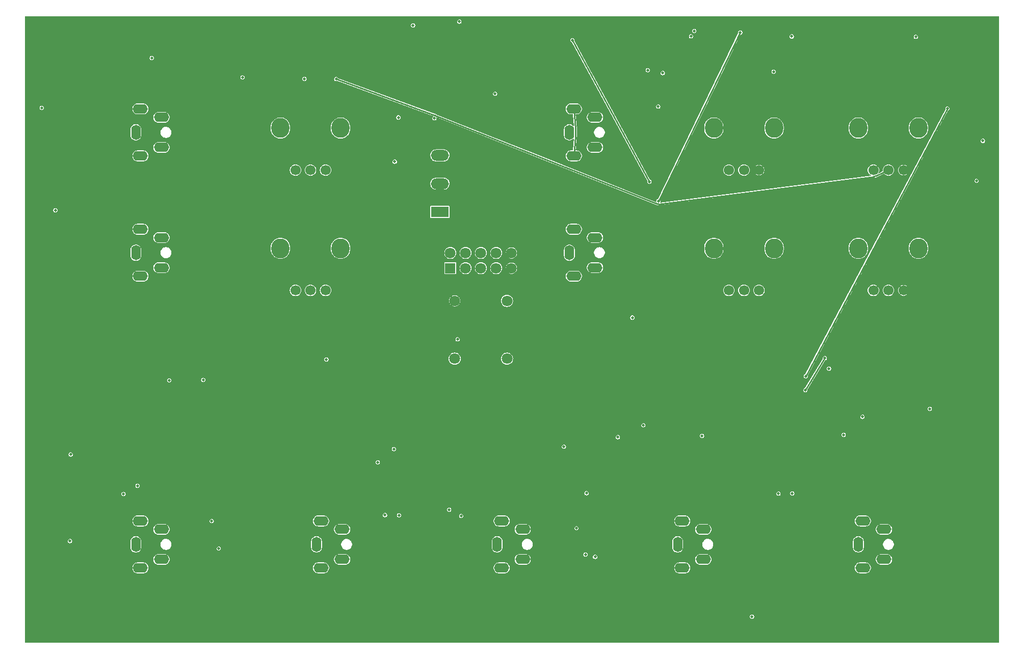
<source format=gbr>
%TF.GenerationSoftware,KiCad,Pcbnew,7.0.6+dfsg-1*%
%TF.CreationDate,2023-07-24T09:36:45-07:00*%
%TF.ProjectId,VCO,56434f2e-6b69-4636-9164-5f7063625858,rev?*%
%TF.SameCoordinates,Original*%
%TF.FileFunction,Copper,L3,Inr*%
%TF.FilePolarity,Positive*%
%FSLAX46Y46*%
G04 Gerber Fmt 4.6, Leading zero omitted, Abs format (unit mm)*
G04 Created by KiCad (PCBNEW 7.0.6+dfsg-1) date 2023-07-24 09:36:45*
%MOMM*%
%LPD*%
G01*
G04 APERTURE LIST*
%TA.AperFunction,ComponentPad*%
%ADD10C,1.800000*%
%TD*%
%TA.AperFunction,ComponentPad*%
%ADD11R,1.800000X1.800000*%
%TD*%
%TA.AperFunction,ComponentPad*%
%ADD12C,1.700000*%
%TD*%
%TA.AperFunction,ComponentPad*%
%ADD13O,3.000000X3.300000*%
%TD*%
%TA.AperFunction,ComponentPad*%
%ADD14O,1.600000X2.500000*%
%TD*%
%TA.AperFunction,ComponentPad*%
%ADD15O,2.500000X1.600000*%
%TD*%
%TA.AperFunction,ComponentPad*%
%ADD16R,3.000000X1.800000*%
%TD*%
%TA.AperFunction,ComponentPad*%
%ADD17O,3.000000X1.800000*%
%TD*%
%TA.AperFunction,ViaPad*%
%ADD18C,0.460000*%
%TD*%
%TA.AperFunction,Conductor*%
%ADD19C,0.250000*%
%TD*%
G04 APERTURE END LIST*
D10*
%TO.N,Net-12V*%
%TO.C,J101*%
X136980000Y-86316500D03*
X136980000Y-88856500D03*
%TO.N,GND*%
X134440000Y-86316500D03*
X134440000Y-88856500D03*
X131900000Y-86316500D03*
X131900000Y-88856500D03*
X129360000Y-86316500D03*
X129360000Y-88856500D03*
%TO.N,Net+12V*%
X126820000Y-86316500D03*
D11*
X126820000Y-88856500D03*
%TD*%
D10*
%TO.N,Net-12V*%
%TO.C,D102*%
X127550000Y-94300000D03*
%TO.N,GND*%
X136250000Y-94300000D03*
%TD*%
%TO.N,GND*%
%TO.C,D101*%
X127550000Y-103900000D03*
%TO.N,Net+12V*%
X136250000Y-103900000D03*
%TD*%
D12*
%TO.N,GND*%
%TO.C,RV202*%
X106100000Y-72550500D03*
%TO.N,/6: CA3080_lm13700/Net-R205-Pad1*%
X103600000Y-72550500D03*
%TO.N,/6: CA3080_lm13700/Net-J202-PadT*%
X101100000Y-72550500D03*
D13*
%TO.N,unconnected-(RV202-Pad4)*%
X98600000Y-65550500D03*
%TO.N,unconnected-(RV202-Pad5)*%
X108600000Y-65550500D03*
%TD*%
D14*
%TO.N,GND*%
%TO.C,J201*%
X74600000Y-86280000D03*
D15*
%TO.N,/6: CA3080_lm13700/Net-C201-Pad1*%
X75349000Y-82380000D03*
%TO.N,unconnected-(J201-Pad4)*%
X78850000Y-83780000D03*
%TO.N,unconnected-(J201-Pad5)*%
X78850000Y-88780000D03*
%TO.N,/6: CA3080_lm13700/Net-C201-Pad1*%
X75349000Y-90180000D03*
%TD*%
D14*
%TO.N,GND*%
%TO.C,J203*%
X146600000Y-66280000D03*
D15*
%TO.N,/3: TL072-9_tl072/Net-J203-PadT*%
X147349000Y-62380000D03*
%TO.N,unconnected-(J203-Pad4)*%
X150850000Y-63780000D03*
%TO.N,unconnected-(J203-Pad5)*%
X150850000Y-68780000D03*
%TO.N,/3: TL072-9_tl072/Net-J203-PadT*%
X147349000Y-70180000D03*
%TD*%
D12*
%TO.N,Net-12V*%
%TO.C,RV402*%
X202100000Y-92550500D03*
%TO.N,/4: TL072-7_tl072/Net-R402-Pad1*%
X199600000Y-92550500D03*
%TO.N,Net+12V*%
X197100000Y-92550500D03*
D13*
%TO.N,unconnected-(RV402-Pad4)*%
X194600000Y-85550500D03*
%TO.N,unconnected-(RV402-Pad5)*%
X204600000Y-85550500D03*
%TD*%
D14*
%TO.N,GND*%
%TO.C,J204*%
X194600000Y-134780000D03*
D15*
%TO.N,/2: TL072-8_tl072/Net-J204-PadT*%
X195349000Y-130880000D03*
%TO.N,unconnected-(J204-Pad4)*%
X198850000Y-132280000D03*
%TO.N,unconnected-(J204-Pad5)*%
X198850000Y-137280000D03*
%TO.N,/2: TL072-8_tl072/Net-J204-PadT*%
X195349000Y-138680000D03*
%TD*%
D14*
%TO.N,GND*%
%TO.C,J401*%
X146600000Y-86280000D03*
D15*
%TO.N,/5: TL072-4_tl072/Net-J401-PadT*%
X147349000Y-82380000D03*
%TO.N,unconnected-(J401-Pad4)*%
X150850000Y-83780000D03*
%TO.N,unconnected-(J401-Pad5)*%
X150850000Y-88780000D03*
%TO.N,/5: TL072-4_tl072/Net-J401-PadT*%
X147349000Y-90180000D03*
%TD*%
D12*
%TO.N,Net-12V*%
%TO.C,RV204*%
X178100000Y-72550500D03*
%TO.N,/3: TL072-9_tl072/Net-R207-Pad1*%
X175600000Y-72550500D03*
%TO.N,Net+12V*%
X173100000Y-72550500D03*
D13*
%TO.N,unconnected-(RV204-Pad4)*%
X170600000Y-65550500D03*
%TO.N,unconnected-(RV204-Pad5)*%
X180600000Y-65550500D03*
%TD*%
D16*
%TO.N,/6: CA3080_lm13700/Net-C205-Pad1*%
%TO.C,SW201*%
X125100000Y-79511500D03*
D17*
%TO.N,Net-SW201-Pad2*%
X125100000Y-74811500D03*
%TO.N,/6: CA3080_lm13700/Net-C206-Pad1*%
X125100000Y-70111500D03*
%TD*%
D12*
%TO.N,Net-12V*%
%TO.C,RV203*%
X202100000Y-72550500D03*
%TO.N,/4: TL072-7_tl072/Net-R206-Pad1*%
X199600000Y-72550500D03*
%TO.N,Net+12V*%
X197100000Y-72550500D03*
D13*
%TO.N,unconnected-(RV203-Pad4)*%
X194600000Y-65550500D03*
%TO.N,unconnected-(RV203-Pad5)*%
X204600000Y-65550500D03*
%TD*%
D12*
%TO.N,GND*%
%TO.C,RV401*%
X178100000Y-92550500D03*
%TO.N,/5: TL072-4_tl072/Net-R401-Pad1*%
X175600000Y-92550500D03*
%TO.N,/5: TL072-4_tl072/Net-J401-PadT*%
X173100000Y-92550500D03*
D13*
%TO.N,unconnected-(RV401-Pad4)*%
X170600000Y-85550500D03*
%TO.N,unconnected-(RV401-Pad5)*%
X180600000Y-85550500D03*
%TD*%
D14*
%TO.N,GND*%
%TO.C,J402*%
X134600000Y-134780000D03*
D15*
%TO.N,/3: TL072-9_tl072/Net-J402-PadT*%
X135349000Y-130880000D03*
%TO.N,unconnected-(J402-Pad4)*%
X138850000Y-132280000D03*
%TO.N,unconnected-(J402-Pad5)*%
X138850000Y-137280000D03*
%TO.N,/3: TL072-9_tl072/Net-J402-PadT*%
X135349000Y-138680000D03*
%TD*%
D14*
%TO.N,GND*%
%TO.C,J301*%
X164600000Y-134780000D03*
D15*
%TO.N,/2: TL072-8_tl072/Net-J301-PadT*%
X165349000Y-130880000D03*
%TO.N,unconnected-(J301-Pad4)*%
X168850000Y-132280000D03*
%TO.N,unconnected-(J301-Pad5)*%
X168850000Y-137280000D03*
%TO.N,/2: TL072-8_tl072/Net-J301-PadT*%
X165349000Y-138680000D03*
%TD*%
D14*
%TO.N,GND*%
%TO.C,J202*%
X74600000Y-66280000D03*
D15*
%TO.N,/6: CA3080_lm13700/Net-J202-PadT*%
X75349000Y-62380000D03*
%TO.N,unconnected-(J202-Pad4)*%
X78850000Y-63780000D03*
%TO.N,unconnected-(J202-Pad5)*%
X78850000Y-68780000D03*
%TO.N,/6: CA3080_lm13700/Net-J202-PadT*%
X75349000Y-70180000D03*
%TD*%
D14*
%TO.N,GND*%
%TO.C,J501*%
X74600000Y-134780000D03*
D15*
%TO.N,/5: TL072-4_tl072/Net-J501-PadT*%
X75349000Y-130880000D03*
%TO.N,unconnected-(J501-Pad4)*%
X78850000Y-132280000D03*
%TO.N,unconnected-(J501-Pad5)*%
X78850000Y-137280000D03*
%TO.N,/5: TL072-4_tl072/Net-J501-PadT*%
X75349000Y-138680000D03*
%TD*%
D14*
%TO.N,GND*%
%TO.C,J502*%
X104600000Y-134780000D03*
D15*
%TO.N,/4: TL072-7_tl072/Net-J502-PadT*%
X105349000Y-130880000D03*
%TO.N,unconnected-(J502-Pad4)*%
X108850000Y-132280000D03*
%TO.N,unconnected-(J502-Pad5)*%
X108850000Y-137280000D03*
%TO.N,/4: TL072-7_tl072/Net-J502-PadT*%
X105349000Y-138680000D03*
%TD*%
D12*
%TO.N,GND*%
%TO.C,RV201*%
X106100000Y-92550500D03*
%TO.N,/6: CA3080_lm13700/Net-R202-Pad1*%
X103600000Y-92550500D03*
%TO.N,/6: CA3080_lm13700/Net-C201-Pad2*%
X101100000Y-92550500D03*
D13*
%TO.N,unconnected-(RV201-Pad4)*%
X98600000Y-85550500D03*
%TO.N,unconnected-(RV201-Pad5)*%
X108600000Y-85550500D03*
%TD*%
D18*
%TO.N,/6: CA3080_lm13700/Net-C205-Pad1*%
X183549749Y-50326664D03*
%TO.N,/6: CA3080_lm13700/Net-C206-Pad1*%
X180534011Y-56194965D03*
%TO.N,Net-12V*%
X127680189Y-112537983D03*
X92359334Y-98191528D03*
X198281457Y-56092014D03*
X157027010Y-81862869D03*
X92590983Y-102202019D03*
X156663516Y-56472248D03*
X180971608Y-80208081D03*
X121964355Y-52994663D03*
X146034933Y-102415937D03*
X96673552Y-143233785D03*
X153164102Y-56971278D03*
X215678635Y-100159616D03*
X165023800Y-47682049D03*
X69128261Y-73632966D03*
X157286069Y-142306600D03*
X169510987Y-108335527D03*
X64307547Y-68571536D03*
X118423330Y-57659526D03*
X165075738Y-109841947D03*
X133976541Y-70885594D03*
X202221207Y-108423240D03*
X123664532Y-113807537D03*
X153672162Y-138669227D03*
X205108497Y-106514974D03*
X92485572Y-137214518D03*
%TO.N,/3: TL072-9_tl072/Net-D201-Pad1*%
X77232170Y-53917069D03*
X118206237Y-63791992D03*
%TO.N,/3: TL072-9_tl072/Net-D601-Pad1*%
X183626064Y-126308834D03*
%TO.N,LEDSine*%
X185875318Y-106809175D03*
X209405969Y-62310824D03*
%TO.N,Net-R404-Pad1*%
X185794017Y-109144948D03*
X189033915Y-103804487D03*
%TO.N,/3: TL072-9_tl072/Net-D602-Pad1*%
X126631923Y-129006599D03*
%TO.N,/4: TL072-7_tl072/Net-D603-Pad1*%
X118307007Y-129938830D03*
%TO.N,/4: TL072-7_tl072/Net-D604-Pad1*%
X63661744Y-134228755D03*
%TO.N,BaseSquare*%
X147103962Y-50940770D03*
X159900697Y-74479016D03*
%TO.N,/3: TL072-9_tl072/Net-J203-PadT*%
X92311040Y-57143476D03*
%TO.N,Net+12V*%
X192165471Y-116570709D03*
X167341368Y-49425482D03*
X58956370Y-62216553D03*
X158880470Y-114976667D03*
X87191795Y-130890175D03*
X157065523Y-97065275D03*
X117458517Y-118913538D03*
X128328690Y-47861985D03*
X63764000Y-119821705D03*
X128037029Y-100683243D03*
X80133235Y-107504248D03*
X166820416Y-50301324D03*
X147781963Y-132075020D03*
X215294979Y-67684676D03*
X161361114Y-61983234D03*
X195285072Y-113567263D03*
X204148189Y-50389551D03*
X85769989Y-107433334D03*
X114770350Y-121116886D03*
X162120249Y-56405112D03*
X214242766Y-74332842D03*
X154656423Y-116947889D03*
%TO.N,/5: TL072-4_tl072/Net-J501-PadT*%
X74865314Y-125026075D03*
%TO.N,Net-R209-Pad2*%
X120631446Y-48474253D03*
X117597333Y-71150058D03*
%TO.N,/4: TL072-7_tl072/Net-Q203-Pad2*%
X161378384Y-77708035D03*
X174984310Y-49661014D03*
%TO.N,Net-C202-Pad2*%
X124176982Y-63931554D03*
X134274507Y-59854233D03*
%TO.N,LEDInvertedSaw*%
X61220757Y-79221084D03*
X72550805Y-126398441D03*
%TO.N,/5: TL072-4_tl072/Net-Q502-Pad3*%
X106233490Y-104028575D03*
X145699666Y-118528747D03*
%TO.N,Net-SW201-Pad2*%
X159619678Y-55951830D03*
%TO.N,/4: TL072-7_tl072/Net-R206-Pad1*%
X107878542Y-57411771D03*
%TO.N,/3: TL072-9_tl072/Net-R207-Pad1*%
X102601164Y-57383606D03*
%TO.N,/5: TL072-4_tl072/Net-R401-Pad1*%
X206464717Y-112223174D03*
%TO.N,/4: TL072-7_tl072/Net-R405-Pad2*%
X189722948Y-105541739D03*
X168631807Y-116736000D03*
%TO.N,/3: TL072-9_tl072/Net-R601-Pad1*%
X150872292Y-136852135D03*
X176936298Y-146778516D03*
%TO.N,/3: TL072-9_tl072/Net-R609-Pad1*%
X149276626Y-136463757D03*
X181319680Y-126324529D03*
%TO.N,/3: TL072-9_tl072/Net-R610-Pad1*%
X149446386Y-126254677D03*
X128626141Y-130047212D03*
%TO.N,/4: TL072-7_tl072/Net-R611-Pad1*%
X88349563Y-135466230D03*
X115984171Y-129901597D03*
%TD*%
D19*
%TO.N,LEDSine*%
X185875318Y-106809175D02*
X209405969Y-62310824D01*
%TO.N,Net-R404-Pad1*%
X185794017Y-109144948D02*
X189033915Y-103804487D01*
%TO.N,BaseSquare*%
X147103962Y-50940770D02*
X159900697Y-74479016D01*
%TO.N,/3: TL072-9_tl072/Net-J203-PadT*%
X147349000Y-70180000D02*
X147624224Y-66875382D01*
X147624224Y-65684618D02*
X147349000Y-62380000D01*
X147625000Y-66856708D02*
X147625000Y-65703292D01*
X147624223Y-66875382D02*
G75*
G03*
X147625000Y-66856708I-224223J18682D01*
G01*
X147625000Y-65703292D02*
G75*
G03*
X147624223Y-65684618I-225000J-8D01*
G01*
%TO.N,/4: TL072-7_tl072/Net-Q203-Pad2*%
X161378384Y-77708035D02*
X174984310Y-49661014D01*
%TO.N,/4: TL072-7_tl072/Net-R206-Pad1*%
X199600000Y-72550500D02*
X197562250Y-73521041D01*
X124345884Y-63472649D02*
X107878542Y-57411771D01*
X161197314Y-78162276D02*
X124358053Y-63477313D01*
X197236322Y-73616821D02*
X161440395Y-78193087D01*
X197236322Y-73616820D02*
G75*
G03*
X197562250Y-73521040I-136322J1066320D01*
G01*
X124358053Y-63477312D02*
G75*
G03*
X124345884Y-63472649I-183153J-459788D01*
G01*
X161197319Y-78162264D02*
G75*
G03*
X161440395Y-78193087I181081J454164D01*
G01*
%TD*%
%TA.AperFunction,Conductor*%
%TO.N,Net-12V*%
G36*
X217995399Y-47004601D02*
G01*
X217999500Y-47014500D01*
X217999500Y-151085500D01*
X217995399Y-151095399D01*
X217985500Y-151099500D01*
X56214500Y-151099500D01*
X56204601Y-151095399D01*
X56200500Y-151085500D01*
X56200500Y-146778516D01*
X176577379Y-146778516D01*
X176594946Y-146889428D01*
X176645926Y-146989484D01*
X176725329Y-147068887D01*
X176725331Y-147068888D01*
X176825386Y-147119868D01*
X176936298Y-147137435D01*
X177047210Y-147119868D01*
X177147265Y-147068888D01*
X177226670Y-146989483D01*
X177277650Y-146889428D01*
X177295217Y-146778516D01*
X177277650Y-146667604D01*
X177226670Y-146567549D01*
X177226669Y-146567547D01*
X177147266Y-146488144D01*
X177047210Y-146437164D01*
X177047211Y-146437164D01*
X176936298Y-146419597D01*
X176825385Y-146437164D01*
X176725329Y-146488144D01*
X176645926Y-146567547D01*
X176594946Y-146667603D01*
X176577379Y-146778516D01*
X56200500Y-146778516D01*
X56200500Y-138774650D01*
X73998500Y-138774650D01*
X74037854Y-138959796D01*
X74037856Y-138959802D01*
X74114850Y-139132732D01*
X74226109Y-139285868D01*
X74366783Y-139412533D01*
X74366786Y-139412535D01*
X74530710Y-139507176D01*
X74530711Y-139507176D01*
X74530716Y-139507179D01*
X74710744Y-139565674D01*
X74710745Y-139565674D01*
X74710747Y-139565675D01*
X74825191Y-139577702D01*
X74851800Y-139580499D01*
X74851801Y-139580500D01*
X74851808Y-139580500D01*
X75846199Y-139580500D01*
X75846199Y-139580499D01*
X75890374Y-139575856D01*
X75987252Y-139565675D01*
X75987253Y-139565674D01*
X75987256Y-139565674D01*
X76167284Y-139507179D01*
X76331216Y-139412533D01*
X76471888Y-139285871D01*
X76583151Y-139132730D01*
X76660144Y-138959803D01*
X76699499Y-138774650D01*
X103998500Y-138774650D01*
X104037854Y-138959796D01*
X104037856Y-138959802D01*
X104114850Y-139132732D01*
X104226109Y-139285868D01*
X104366783Y-139412533D01*
X104366786Y-139412535D01*
X104530710Y-139507176D01*
X104530711Y-139507176D01*
X104530716Y-139507179D01*
X104710744Y-139565674D01*
X104710745Y-139565674D01*
X104710747Y-139565675D01*
X104825191Y-139577702D01*
X104851800Y-139580499D01*
X104851801Y-139580500D01*
X104851808Y-139580500D01*
X105846199Y-139580500D01*
X105846199Y-139580499D01*
X105890374Y-139575856D01*
X105987252Y-139565675D01*
X105987253Y-139565674D01*
X105987256Y-139565674D01*
X106167284Y-139507179D01*
X106331216Y-139412533D01*
X106471888Y-139285871D01*
X106583151Y-139132730D01*
X106660144Y-138959803D01*
X106699499Y-138774650D01*
X133998500Y-138774650D01*
X134037854Y-138959796D01*
X134037856Y-138959802D01*
X134114850Y-139132732D01*
X134226109Y-139285868D01*
X134366783Y-139412533D01*
X134366786Y-139412535D01*
X134530710Y-139507176D01*
X134530711Y-139507176D01*
X134530716Y-139507179D01*
X134710744Y-139565674D01*
X134710745Y-139565674D01*
X134710747Y-139565675D01*
X134825191Y-139577702D01*
X134851800Y-139580499D01*
X134851801Y-139580500D01*
X134851808Y-139580500D01*
X135846199Y-139580500D01*
X135846199Y-139580499D01*
X135890374Y-139575856D01*
X135987252Y-139565675D01*
X135987253Y-139565674D01*
X135987256Y-139565674D01*
X136167284Y-139507179D01*
X136331216Y-139412533D01*
X136471888Y-139285871D01*
X136583151Y-139132730D01*
X136660144Y-138959803D01*
X136699499Y-138774650D01*
X163998500Y-138774650D01*
X164037854Y-138959796D01*
X164037856Y-138959802D01*
X164114850Y-139132732D01*
X164226109Y-139285868D01*
X164366783Y-139412533D01*
X164366786Y-139412535D01*
X164530710Y-139507176D01*
X164530711Y-139507176D01*
X164530716Y-139507179D01*
X164710744Y-139565674D01*
X164710745Y-139565674D01*
X164710747Y-139565675D01*
X164825191Y-139577702D01*
X164851800Y-139580499D01*
X164851801Y-139580500D01*
X164851808Y-139580500D01*
X165846199Y-139580500D01*
X165846199Y-139580499D01*
X165890374Y-139575856D01*
X165987252Y-139565675D01*
X165987253Y-139565674D01*
X165987256Y-139565674D01*
X166167284Y-139507179D01*
X166331216Y-139412533D01*
X166471888Y-139285871D01*
X166583151Y-139132730D01*
X166660144Y-138959803D01*
X166699499Y-138774650D01*
X193998500Y-138774650D01*
X194037854Y-138959796D01*
X194037856Y-138959802D01*
X194114850Y-139132732D01*
X194226109Y-139285868D01*
X194366783Y-139412533D01*
X194366786Y-139412535D01*
X194530710Y-139507176D01*
X194530711Y-139507176D01*
X194530716Y-139507179D01*
X194710744Y-139565674D01*
X194710745Y-139565674D01*
X194710747Y-139565675D01*
X194825191Y-139577702D01*
X194851800Y-139580499D01*
X194851801Y-139580500D01*
X194851808Y-139580500D01*
X195846199Y-139580500D01*
X195846199Y-139580499D01*
X195890374Y-139575856D01*
X195987252Y-139565675D01*
X195987253Y-139565674D01*
X195987256Y-139565674D01*
X196167284Y-139507179D01*
X196331216Y-139412533D01*
X196471888Y-139285871D01*
X196583151Y-139132730D01*
X196660144Y-138959803D01*
X196699500Y-138774646D01*
X196699500Y-138585354D01*
X196660144Y-138400197D01*
X196583151Y-138227270D01*
X196538399Y-138165674D01*
X196471890Y-138074131D01*
X196331216Y-137947466D01*
X196331213Y-137947464D01*
X196167289Y-137852823D01*
X196167285Y-137852821D01*
X196167284Y-137852821D01*
X196080633Y-137824666D01*
X195987254Y-137794325D01*
X195987252Y-137794324D01*
X195846199Y-137779500D01*
X195846192Y-137779500D01*
X194851808Y-137779500D01*
X194851801Y-137779500D01*
X194710747Y-137794324D01*
X194710745Y-137794325D01*
X194530716Y-137852821D01*
X194530710Y-137852823D01*
X194366786Y-137947464D01*
X194366783Y-137947466D01*
X194226109Y-138074131D01*
X194114850Y-138227267D01*
X194037856Y-138400197D01*
X194037854Y-138400203D01*
X193998500Y-138585349D01*
X193998500Y-138774650D01*
X166699499Y-138774650D01*
X166699500Y-138774646D01*
X166699500Y-138585354D01*
X166660144Y-138400197D01*
X166583151Y-138227270D01*
X166538399Y-138165674D01*
X166471890Y-138074131D01*
X166331216Y-137947466D01*
X166331213Y-137947464D01*
X166167289Y-137852823D01*
X166167285Y-137852821D01*
X166167284Y-137852821D01*
X166080633Y-137824666D01*
X165987254Y-137794325D01*
X165987252Y-137794324D01*
X165846199Y-137779500D01*
X165846192Y-137779500D01*
X164851808Y-137779500D01*
X164851801Y-137779500D01*
X164710747Y-137794324D01*
X164710745Y-137794325D01*
X164530716Y-137852821D01*
X164530710Y-137852823D01*
X164366786Y-137947464D01*
X164366783Y-137947466D01*
X164226109Y-138074131D01*
X164114850Y-138227267D01*
X164037856Y-138400197D01*
X164037854Y-138400203D01*
X163998500Y-138585349D01*
X163998500Y-138774650D01*
X136699499Y-138774650D01*
X136699500Y-138774646D01*
X136699500Y-138585354D01*
X136660144Y-138400197D01*
X136583151Y-138227270D01*
X136538399Y-138165674D01*
X136471890Y-138074131D01*
X136331216Y-137947466D01*
X136331213Y-137947464D01*
X136167289Y-137852823D01*
X136167285Y-137852821D01*
X136167284Y-137852821D01*
X136080633Y-137824666D01*
X135987254Y-137794325D01*
X135987252Y-137794324D01*
X135846199Y-137779500D01*
X135846192Y-137779500D01*
X134851808Y-137779500D01*
X134851801Y-137779500D01*
X134710747Y-137794324D01*
X134710745Y-137794325D01*
X134530716Y-137852821D01*
X134530710Y-137852823D01*
X134366786Y-137947464D01*
X134366783Y-137947466D01*
X134226109Y-138074131D01*
X134114850Y-138227267D01*
X134037856Y-138400197D01*
X134037854Y-138400203D01*
X133998500Y-138585349D01*
X133998500Y-138774650D01*
X106699499Y-138774650D01*
X106699500Y-138774646D01*
X106699500Y-138585354D01*
X106660144Y-138400197D01*
X106583151Y-138227270D01*
X106538399Y-138165674D01*
X106471890Y-138074131D01*
X106331216Y-137947466D01*
X106331213Y-137947464D01*
X106167289Y-137852823D01*
X106167285Y-137852821D01*
X106167284Y-137852821D01*
X106080633Y-137824666D01*
X105987254Y-137794325D01*
X105987252Y-137794324D01*
X105846199Y-137779500D01*
X105846192Y-137779500D01*
X104851808Y-137779500D01*
X104851801Y-137779500D01*
X104710747Y-137794324D01*
X104710745Y-137794325D01*
X104530716Y-137852821D01*
X104530710Y-137852823D01*
X104366786Y-137947464D01*
X104366783Y-137947466D01*
X104226109Y-138074131D01*
X104114850Y-138227267D01*
X104037856Y-138400197D01*
X104037854Y-138400203D01*
X103998500Y-138585349D01*
X103998500Y-138774650D01*
X76699499Y-138774650D01*
X76699500Y-138774646D01*
X76699500Y-138585354D01*
X76660144Y-138400197D01*
X76583151Y-138227270D01*
X76538399Y-138165674D01*
X76471890Y-138074131D01*
X76331216Y-137947466D01*
X76331213Y-137947464D01*
X76167289Y-137852823D01*
X76167285Y-137852821D01*
X76167284Y-137852821D01*
X76080633Y-137824666D01*
X75987254Y-137794325D01*
X75987252Y-137794324D01*
X75846199Y-137779500D01*
X75846192Y-137779500D01*
X74851808Y-137779500D01*
X74851801Y-137779500D01*
X74710747Y-137794324D01*
X74710745Y-137794325D01*
X74530716Y-137852821D01*
X74530710Y-137852823D01*
X74366786Y-137947464D01*
X74366783Y-137947466D01*
X74226109Y-138074131D01*
X74114850Y-138227267D01*
X74037856Y-138400197D01*
X74037854Y-138400203D01*
X73998500Y-138585349D01*
X73998500Y-138774650D01*
X56200500Y-138774650D01*
X56200500Y-137374650D01*
X77499500Y-137374650D01*
X77538854Y-137559796D01*
X77538856Y-137559802D01*
X77615850Y-137732732D01*
X77727109Y-137885868D01*
X77867783Y-138012533D01*
X77867786Y-138012535D01*
X78031710Y-138107176D01*
X78031711Y-138107176D01*
X78031716Y-138107179D01*
X78211744Y-138165674D01*
X78211745Y-138165674D01*
X78211747Y-138165675D01*
X78326191Y-138177702D01*
X78352800Y-138180499D01*
X78352801Y-138180500D01*
X78352808Y-138180500D01*
X79347199Y-138180500D01*
X79347199Y-138180499D01*
X79391374Y-138175856D01*
X79488252Y-138165675D01*
X79488253Y-138165674D01*
X79488256Y-138165674D01*
X79668284Y-138107179D01*
X79832216Y-138012533D01*
X79972888Y-137885871D01*
X80084151Y-137732730D01*
X80161144Y-137559803D01*
X80200499Y-137374650D01*
X107499500Y-137374650D01*
X107538854Y-137559796D01*
X107538856Y-137559802D01*
X107615850Y-137732732D01*
X107727109Y-137885868D01*
X107867783Y-138012533D01*
X107867786Y-138012535D01*
X108031710Y-138107176D01*
X108031711Y-138107176D01*
X108031716Y-138107179D01*
X108211744Y-138165674D01*
X108211745Y-138165674D01*
X108211747Y-138165675D01*
X108326191Y-138177702D01*
X108352800Y-138180499D01*
X108352801Y-138180500D01*
X108352808Y-138180500D01*
X109347199Y-138180500D01*
X109347199Y-138180499D01*
X109391374Y-138175856D01*
X109488252Y-138165675D01*
X109488253Y-138165674D01*
X109488256Y-138165674D01*
X109668284Y-138107179D01*
X109832216Y-138012533D01*
X109972888Y-137885871D01*
X110084151Y-137732730D01*
X110161144Y-137559803D01*
X110200499Y-137374650D01*
X137499500Y-137374650D01*
X137538854Y-137559796D01*
X137538856Y-137559802D01*
X137615850Y-137732732D01*
X137727109Y-137885868D01*
X137867783Y-138012533D01*
X137867786Y-138012535D01*
X138031710Y-138107176D01*
X138031711Y-138107176D01*
X138031716Y-138107179D01*
X138211744Y-138165674D01*
X138211745Y-138165674D01*
X138211747Y-138165675D01*
X138326191Y-138177702D01*
X138352800Y-138180499D01*
X138352801Y-138180500D01*
X138352808Y-138180500D01*
X139347199Y-138180500D01*
X139347199Y-138180499D01*
X139391374Y-138175856D01*
X139488252Y-138165675D01*
X139488253Y-138165674D01*
X139488256Y-138165674D01*
X139668284Y-138107179D01*
X139832216Y-138012533D01*
X139972888Y-137885871D01*
X140084151Y-137732730D01*
X140161144Y-137559803D01*
X140200499Y-137374650D01*
X167499500Y-137374650D01*
X167538854Y-137559796D01*
X167538856Y-137559802D01*
X167615850Y-137732732D01*
X167727109Y-137885868D01*
X167867783Y-138012533D01*
X167867786Y-138012535D01*
X168031710Y-138107176D01*
X168031711Y-138107176D01*
X168031716Y-138107179D01*
X168211744Y-138165674D01*
X168211745Y-138165674D01*
X168211747Y-138165675D01*
X168326191Y-138177702D01*
X168352800Y-138180499D01*
X168352801Y-138180500D01*
X168352808Y-138180500D01*
X169347199Y-138180500D01*
X169347199Y-138180499D01*
X169391374Y-138175856D01*
X169488252Y-138165675D01*
X169488253Y-138165674D01*
X169488256Y-138165674D01*
X169668284Y-138107179D01*
X169832216Y-138012533D01*
X169972888Y-137885871D01*
X170084151Y-137732730D01*
X170161144Y-137559803D01*
X170200499Y-137374650D01*
X197499500Y-137374650D01*
X197538854Y-137559796D01*
X197538856Y-137559802D01*
X197615850Y-137732732D01*
X197727109Y-137885868D01*
X197867783Y-138012533D01*
X197867786Y-138012535D01*
X198031710Y-138107176D01*
X198031711Y-138107176D01*
X198031716Y-138107179D01*
X198211744Y-138165674D01*
X198211745Y-138165674D01*
X198211747Y-138165675D01*
X198326191Y-138177702D01*
X198352800Y-138180499D01*
X198352801Y-138180500D01*
X198352808Y-138180500D01*
X199347199Y-138180500D01*
X199347199Y-138180499D01*
X199391374Y-138175856D01*
X199488252Y-138165675D01*
X199488253Y-138165674D01*
X199488256Y-138165674D01*
X199668284Y-138107179D01*
X199832216Y-138012533D01*
X199972888Y-137885871D01*
X200084151Y-137732730D01*
X200161144Y-137559803D01*
X200200500Y-137374646D01*
X200200500Y-137185354D01*
X200161144Y-137000197D01*
X200084151Y-136827270D01*
X200068050Y-136805109D01*
X199972890Y-136674131D01*
X199832216Y-136547466D01*
X199832213Y-136547464D01*
X199668289Y-136452823D01*
X199668285Y-136452821D01*
X199668284Y-136452821D01*
X199581633Y-136424666D01*
X199488254Y-136394325D01*
X199488252Y-136394324D01*
X199347199Y-136379500D01*
X199347192Y-136379500D01*
X198352808Y-136379500D01*
X198352801Y-136379500D01*
X198211747Y-136394324D01*
X198211745Y-136394325D01*
X198031716Y-136452821D01*
X198031710Y-136452823D01*
X197867786Y-136547464D01*
X197867783Y-136547466D01*
X197727109Y-136674131D01*
X197615850Y-136827267D01*
X197538856Y-137000197D01*
X197538854Y-137000203D01*
X197499500Y-137185349D01*
X197499500Y-137374650D01*
X170200499Y-137374650D01*
X170200500Y-137374646D01*
X170200500Y-137185354D01*
X170161144Y-137000197D01*
X170084151Y-136827270D01*
X170068050Y-136805109D01*
X169972890Y-136674131D01*
X169832216Y-136547466D01*
X169832213Y-136547464D01*
X169668289Y-136452823D01*
X169668285Y-136452821D01*
X169668284Y-136452821D01*
X169581633Y-136424666D01*
X169488254Y-136394325D01*
X169488252Y-136394324D01*
X169347199Y-136379500D01*
X169347192Y-136379500D01*
X168352808Y-136379500D01*
X168352801Y-136379500D01*
X168211747Y-136394324D01*
X168211745Y-136394325D01*
X168031716Y-136452821D01*
X168031710Y-136452823D01*
X167867786Y-136547464D01*
X167867783Y-136547466D01*
X167727109Y-136674131D01*
X167615850Y-136827267D01*
X167538856Y-137000197D01*
X167538854Y-137000203D01*
X167499500Y-137185349D01*
X167499500Y-137374650D01*
X140200499Y-137374650D01*
X140200500Y-137374646D01*
X140200500Y-137185354D01*
X140161144Y-137000197D01*
X140095222Y-136852135D01*
X150513373Y-136852135D01*
X150530940Y-136963047D01*
X150581920Y-137063103D01*
X150661323Y-137142506D01*
X150661325Y-137142507D01*
X150761380Y-137193487D01*
X150872292Y-137211054D01*
X150983204Y-137193487D01*
X151083259Y-137142507D01*
X151162664Y-137063102D01*
X151213644Y-136963047D01*
X151231211Y-136852135D01*
X151213644Y-136741223D01*
X151162664Y-136641168D01*
X151162663Y-136641166D01*
X151083260Y-136561763D01*
X150983204Y-136510783D01*
X150983205Y-136510783D01*
X150872292Y-136493216D01*
X150761379Y-136510783D01*
X150661323Y-136561763D01*
X150581920Y-136641166D01*
X150530940Y-136741222D01*
X150513373Y-136852135D01*
X140095222Y-136852135D01*
X140084151Y-136827270D01*
X140068050Y-136805109D01*
X139972890Y-136674131D01*
X139832216Y-136547466D01*
X139832213Y-136547464D01*
X139687227Y-136463757D01*
X148917707Y-136463757D01*
X148935274Y-136574669D01*
X148986254Y-136674725D01*
X149065657Y-136754128D01*
X149065659Y-136754129D01*
X149165714Y-136805109D01*
X149276626Y-136822676D01*
X149387538Y-136805109D01*
X149487593Y-136754129D01*
X149566998Y-136674724D01*
X149617978Y-136574669D01*
X149635545Y-136463757D01*
X149617978Y-136352845D01*
X149566998Y-136252790D01*
X149566997Y-136252788D01*
X149487594Y-136173385D01*
X149387538Y-136122405D01*
X149387539Y-136122405D01*
X149276626Y-136104838D01*
X149165713Y-136122405D01*
X149065657Y-136173385D01*
X148986254Y-136252788D01*
X148935274Y-136352844D01*
X148917707Y-136463757D01*
X139687227Y-136463757D01*
X139668289Y-136452823D01*
X139668285Y-136452821D01*
X139668284Y-136452821D01*
X139581633Y-136424666D01*
X139488254Y-136394325D01*
X139488252Y-136394324D01*
X139347199Y-136379500D01*
X139347192Y-136379500D01*
X138352808Y-136379500D01*
X138352801Y-136379500D01*
X138211747Y-136394324D01*
X138211745Y-136394325D01*
X138031716Y-136452821D01*
X138031710Y-136452823D01*
X137867786Y-136547464D01*
X137867783Y-136547466D01*
X137727109Y-136674131D01*
X137615850Y-136827267D01*
X137538856Y-137000197D01*
X137538854Y-137000203D01*
X137499500Y-137185349D01*
X137499500Y-137374650D01*
X110200499Y-137374650D01*
X110200500Y-137374646D01*
X110200500Y-137185354D01*
X110161144Y-137000197D01*
X110084151Y-136827270D01*
X110068050Y-136805109D01*
X109972890Y-136674131D01*
X109832216Y-136547466D01*
X109832213Y-136547464D01*
X109668289Y-136452823D01*
X109668285Y-136452821D01*
X109668284Y-136452821D01*
X109581633Y-136424666D01*
X109488254Y-136394325D01*
X109488252Y-136394324D01*
X109347199Y-136379500D01*
X109347192Y-136379500D01*
X108352808Y-136379500D01*
X108352801Y-136379500D01*
X108211747Y-136394324D01*
X108211745Y-136394325D01*
X108031716Y-136452821D01*
X108031710Y-136452823D01*
X107867786Y-136547464D01*
X107867783Y-136547466D01*
X107727109Y-136674131D01*
X107615850Y-136827267D01*
X107538856Y-137000197D01*
X107538854Y-137000203D01*
X107499500Y-137185349D01*
X107499500Y-137374650D01*
X80200499Y-137374650D01*
X80200500Y-137374646D01*
X80200500Y-137185354D01*
X80161144Y-137000197D01*
X80084151Y-136827270D01*
X80068050Y-136805109D01*
X79972890Y-136674131D01*
X79832216Y-136547466D01*
X79832213Y-136547464D01*
X79668289Y-136452823D01*
X79668285Y-136452821D01*
X79668284Y-136452821D01*
X79581633Y-136424666D01*
X79488254Y-136394325D01*
X79488252Y-136394324D01*
X79347199Y-136379500D01*
X79347192Y-136379500D01*
X78352808Y-136379500D01*
X78352801Y-136379500D01*
X78211747Y-136394324D01*
X78211745Y-136394325D01*
X78031716Y-136452821D01*
X78031710Y-136452823D01*
X77867786Y-136547464D01*
X77867783Y-136547466D01*
X77727109Y-136674131D01*
X77615850Y-136827267D01*
X77538856Y-137000197D01*
X77538854Y-137000203D01*
X77499500Y-137185349D01*
X77499500Y-137374650D01*
X56200500Y-137374650D01*
X56200500Y-135277199D01*
X73699500Y-135277199D01*
X73714324Y-135418252D01*
X73714325Y-135418254D01*
X73772821Y-135598283D01*
X73772823Y-135598289D01*
X73867464Y-135762213D01*
X73867466Y-135762216D01*
X73994131Y-135902890D01*
X74147267Y-136014149D01*
X74147270Y-136014151D01*
X74320197Y-136091144D01*
X74505354Y-136130500D01*
X74505355Y-136130500D01*
X74694645Y-136130500D01*
X74694646Y-136130500D01*
X74879803Y-136091144D01*
X75052730Y-136014151D01*
X75205871Y-135902888D01*
X75332533Y-135762216D01*
X75427179Y-135598284D01*
X75485674Y-135418256D01*
X75485674Y-135418253D01*
X75485675Y-135418252D01*
X75500499Y-135277199D01*
X75500500Y-135277199D01*
X75500500Y-134875071D01*
X78695500Y-134875071D01*
X78735029Y-135061038D01*
X78735031Y-135061044D01*
X78812364Y-135234739D01*
X78924120Y-135388559D01*
X79065417Y-135515784D01*
X79065419Y-135515785D01*
X79065420Y-135515786D01*
X79230080Y-135610853D01*
X79410908Y-135669608D01*
X79410909Y-135669608D01*
X79410911Y-135669609D01*
X79525865Y-135681690D01*
X79552591Y-135684499D01*
X79552592Y-135684500D01*
X79552599Y-135684500D01*
X79647408Y-135684500D01*
X79647408Y-135684499D01*
X79691779Y-135679835D01*
X79789088Y-135669609D01*
X79789089Y-135669608D01*
X79789092Y-135669608D01*
X79969920Y-135610853D01*
X80134580Y-135515786D01*
X80189618Y-135466230D01*
X87990644Y-135466230D01*
X88008211Y-135577142D01*
X88059191Y-135677198D01*
X88138594Y-135756601D01*
X88138596Y-135756602D01*
X88238651Y-135807582D01*
X88349563Y-135825149D01*
X88460475Y-135807582D01*
X88560530Y-135756602D01*
X88639935Y-135677197D01*
X88690915Y-135577142D01*
X88708482Y-135466230D01*
X88690915Y-135355318D01*
X88651112Y-135277199D01*
X103699500Y-135277199D01*
X103714324Y-135418252D01*
X103714325Y-135418254D01*
X103772821Y-135598283D01*
X103772823Y-135598289D01*
X103867464Y-135762213D01*
X103867466Y-135762216D01*
X103994131Y-135902890D01*
X104147267Y-136014149D01*
X104147270Y-136014151D01*
X104320197Y-136091144D01*
X104505354Y-136130500D01*
X104505355Y-136130500D01*
X104694645Y-136130500D01*
X104694646Y-136130500D01*
X104879803Y-136091144D01*
X105052730Y-136014151D01*
X105205871Y-135902888D01*
X105332533Y-135762216D01*
X105427179Y-135598284D01*
X105485674Y-135418256D01*
X105485674Y-135418253D01*
X105485675Y-135418252D01*
X105500499Y-135277199D01*
X105500500Y-135277199D01*
X105500500Y-134875071D01*
X108695500Y-134875071D01*
X108735029Y-135061038D01*
X108735031Y-135061044D01*
X108812364Y-135234739D01*
X108924120Y-135388559D01*
X109065417Y-135515784D01*
X109065419Y-135515785D01*
X109065420Y-135515786D01*
X109230080Y-135610853D01*
X109410908Y-135669608D01*
X109410909Y-135669608D01*
X109410911Y-135669609D01*
X109525865Y-135681690D01*
X109552591Y-135684499D01*
X109552592Y-135684500D01*
X109552599Y-135684500D01*
X109647408Y-135684500D01*
X109647408Y-135684499D01*
X109691779Y-135679835D01*
X109789088Y-135669609D01*
X109789089Y-135669608D01*
X109789092Y-135669608D01*
X109969920Y-135610853D01*
X110134580Y-135515786D01*
X110275877Y-135388562D01*
X110356787Y-135277199D01*
X133699500Y-135277199D01*
X133714324Y-135418252D01*
X133714325Y-135418254D01*
X133772821Y-135598283D01*
X133772823Y-135598289D01*
X133867464Y-135762213D01*
X133867466Y-135762216D01*
X133994131Y-135902890D01*
X134147267Y-136014149D01*
X134147270Y-136014151D01*
X134320197Y-136091144D01*
X134505354Y-136130500D01*
X134505355Y-136130500D01*
X134694645Y-136130500D01*
X134694646Y-136130500D01*
X134879803Y-136091144D01*
X135052730Y-136014151D01*
X135205871Y-135902888D01*
X135332533Y-135762216D01*
X135427179Y-135598284D01*
X135485674Y-135418256D01*
X135485674Y-135418253D01*
X135485675Y-135418252D01*
X135500499Y-135277199D01*
X135500500Y-135277199D01*
X135500500Y-134875071D01*
X138695500Y-134875071D01*
X138735029Y-135061038D01*
X138735031Y-135061044D01*
X138812364Y-135234739D01*
X138924120Y-135388559D01*
X139065417Y-135515784D01*
X139065419Y-135515785D01*
X139065420Y-135515786D01*
X139230080Y-135610853D01*
X139410908Y-135669608D01*
X139410909Y-135669608D01*
X139410911Y-135669609D01*
X139525865Y-135681690D01*
X139552591Y-135684499D01*
X139552592Y-135684500D01*
X139552599Y-135684500D01*
X139647408Y-135684500D01*
X139647408Y-135684499D01*
X139691779Y-135679835D01*
X139789088Y-135669609D01*
X139789089Y-135669608D01*
X139789092Y-135669608D01*
X139969920Y-135610853D01*
X140134580Y-135515786D01*
X140275877Y-135388562D01*
X140356787Y-135277199D01*
X163699500Y-135277199D01*
X163714324Y-135418252D01*
X163714325Y-135418254D01*
X163772821Y-135598283D01*
X163772823Y-135598289D01*
X163867464Y-135762213D01*
X163867466Y-135762216D01*
X163994131Y-135902890D01*
X164147267Y-136014149D01*
X164147270Y-136014151D01*
X164320197Y-136091144D01*
X164505354Y-136130500D01*
X164505355Y-136130500D01*
X164694645Y-136130500D01*
X164694646Y-136130500D01*
X164879803Y-136091144D01*
X165052730Y-136014151D01*
X165205871Y-135902888D01*
X165332533Y-135762216D01*
X165427179Y-135598284D01*
X165485674Y-135418256D01*
X165485674Y-135418253D01*
X165485675Y-135418252D01*
X165500499Y-135277199D01*
X165500500Y-135277199D01*
X165500500Y-134875071D01*
X168695500Y-134875071D01*
X168735029Y-135061038D01*
X168735031Y-135061044D01*
X168812364Y-135234739D01*
X168924120Y-135388559D01*
X169065417Y-135515784D01*
X169065419Y-135515785D01*
X169065420Y-135515786D01*
X169230080Y-135610853D01*
X169410908Y-135669608D01*
X169410909Y-135669608D01*
X169410911Y-135669609D01*
X169525865Y-135681690D01*
X169552591Y-135684499D01*
X169552592Y-135684500D01*
X169552599Y-135684500D01*
X169647408Y-135684500D01*
X169647408Y-135684499D01*
X169691779Y-135679835D01*
X169789088Y-135669609D01*
X169789089Y-135669608D01*
X169789092Y-135669608D01*
X169969920Y-135610853D01*
X170134580Y-135515786D01*
X170275877Y-135388562D01*
X170356787Y-135277199D01*
X193699500Y-135277199D01*
X193714324Y-135418252D01*
X193714325Y-135418254D01*
X193772821Y-135598283D01*
X193772823Y-135598289D01*
X193867464Y-135762213D01*
X193867466Y-135762216D01*
X193994131Y-135902890D01*
X194147267Y-136014149D01*
X194147270Y-136014151D01*
X194320197Y-136091144D01*
X194505354Y-136130500D01*
X194505355Y-136130500D01*
X194694645Y-136130500D01*
X194694646Y-136130500D01*
X194879803Y-136091144D01*
X195052730Y-136014151D01*
X195205871Y-135902888D01*
X195332533Y-135762216D01*
X195427179Y-135598284D01*
X195485674Y-135418256D01*
X195485674Y-135418253D01*
X195485675Y-135418252D01*
X195500499Y-135277199D01*
X195500500Y-135277198D01*
X195500500Y-134875071D01*
X198695500Y-134875071D01*
X198735029Y-135061038D01*
X198735031Y-135061044D01*
X198812364Y-135234739D01*
X198924120Y-135388559D01*
X199065417Y-135515784D01*
X199065419Y-135515785D01*
X199065420Y-135515786D01*
X199230080Y-135610853D01*
X199410908Y-135669608D01*
X199410909Y-135669608D01*
X199410911Y-135669609D01*
X199525865Y-135681690D01*
X199552591Y-135684499D01*
X199552592Y-135684500D01*
X199552599Y-135684500D01*
X199647408Y-135684500D01*
X199647408Y-135684499D01*
X199691779Y-135679835D01*
X199789088Y-135669609D01*
X199789089Y-135669608D01*
X199789092Y-135669608D01*
X199969920Y-135610853D01*
X200134580Y-135515786D01*
X200275877Y-135388562D01*
X200387635Y-135234741D01*
X200464969Y-135061045D01*
X200504500Y-134875067D01*
X200504500Y-134684933D01*
X200464969Y-134498955D01*
X200387635Y-134325259D01*
X200317520Y-134228755D01*
X200275879Y-134171440D01*
X200134582Y-134044215D01*
X199969924Y-133949149D01*
X199969922Y-133949148D01*
X199969920Y-133949147D01*
X199882884Y-133920867D01*
X199789090Y-133890391D01*
X199789088Y-133890390D01*
X199647408Y-133875500D01*
X199647401Y-133875500D01*
X199552599Y-133875500D01*
X199552592Y-133875500D01*
X199410911Y-133890390D01*
X199410909Y-133890391D01*
X199230080Y-133949147D01*
X199230075Y-133949149D01*
X199065417Y-134044215D01*
X198924120Y-134171440D01*
X198812364Y-134325260D01*
X198735031Y-134498955D01*
X198735029Y-134498961D01*
X198695500Y-134684928D01*
X198695500Y-134875071D01*
X195500500Y-134875071D01*
X195500500Y-134282800D01*
X195485675Y-134141747D01*
X195485674Y-134141745D01*
X195477908Y-134117843D01*
X195427179Y-133961716D01*
X195427176Y-133961710D01*
X195332535Y-133797786D01*
X195332533Y-133797783D01*
X195205868Y-133657109D01*
X195052732Y-133545850D01*
X195052730Y-133545849D01*
X194879803Y-133468856D01*
X194879800Y-133468855D01*
X194879796Y-133468854D01*
X194694650Y-133429500D01*
X194694646Y-133429500D01*
X194505354Y-133429500D01*
X194505349Y-133429500D01*
X194320203Y-133468854D01*
X194320197Y-133468856D01*
X194147267Y-133545850D01*
X193994131Y-133657109D01*
X193867466Y-133797783D01*
X193867464Y-133797786D01*
X193772823Y-133961710D01*
X193772821Y-133961716D01*
X193714325Y-134141745D01*
X193714324Y-134141747D01*
X193699500Y-134282800D01*
X193699500Y-135277199D01*
X170356787Y-135277199D01*
X170387635Y-135234741D01*
X170464969Y-135061045D01*
X170504500Y-134875067D01*
X170504500Y-134684933D01*
X170464969Y-134498955D01*
X170387635Y-134325259D01*
X170317520Y-134228755D01*
X170275879Y-134171440D01*
X170134582Y-134044215D01*
X169969924Y-133949149D01*
X169969922Y-133949148D01*
X169969920Y-133949147D01*
X169882884Y-133920867D01*
X169789090Y-133890391D01*
X169789088Y-133890390D01*
X169647408Y-133875500D01*
X169647401Y-133875500D01*
X169552599Y-133875500D01*
X169552592Y-133875500D01*
X169410911Y-133890390D01*
X169410909Y-133890391D01*
X169230080Y-133949147D01*
X169230075Y-133949149D01*
X169065417Y-134044215D01*
X168924120Y-134171440D01*
X168812364Y-134325260D01*
X168735031Y-134498955D01*
X168735029Y-134498961D01*
X168695500Y-134684928D01*
X168695500Y-134875071D01*
X165500500Y-134875071D01*
X165500500Y-134282800D01*
X165485675Y-134141747D01*
X165485674Y-134141745D01*
X165477908Y-134117843D01*
X165427179Y-133961716D01*
X165427176Y-133961710D01*
X165332535Y-133797786D01*
X165332533Y-133797783D01*
X165205868Y-133657109D01*
X165052732Y-133545850D01*
X165052730Y-133545849D01*
X164879803Y-133468856D01*
X164879800Y-133468855D01*
X164879796Y-133468854D01*
X164694650Y-133429500D01*
X164694646Y-133429500D01*
X164505354Y-133429500D01*
X164505349Y-133429500D01*
X164320203Y-133468854D01*
X164320197Y-133468856D01*
X164147267Y-133545850D01*
X163994131Y-133657109D01*
X163867466Y-133797783D01*
X163867464Y-133797786D01*
X163772823Y-133961710D01*
X163772821Y-133961716D01*
X163714325Y-134141745D01*
X163714324Y-134141747D01*
X163699500Y-134282800D01*
X163699500Y-135277199D01*
X140356787Y-135277199D01*
X140387635Y-135234741D01*
X140464969Y-135061045D01*
X140504500Y-134875067D01*
X140504500Y-134684933D01*
X140464969Y-134498955D01*
X140387635Y-134325259D01*
X140317520Y-134228755D01*
X140275879Y-134171440D01*
X140134582Y-134044215D01*
X139969924Y-133949149D01*
X139969922Y-133949148D01*
X139969920Y-133949147D01*
X139882884Y-133920867D01*
X139789090Y-133890391D01*
X139789088Y-133890390D01*
X139647408Y-133875500D01*
X139647401Y-133875500D01*
X139552599Y-133875500D01*
X139552592Y-133875500D01*
X139410911Y-133890390D01*
X139410909Y-133890391D01*
X139230080Y-133949147D01*
X139230075Y-133949149D01*
X139065417Y-134044215D01*
X138924120Y-134171440D01*
X138812364Y-134325260D01*
X138735031Y-134498955D01*
X138735029Y-134498961D01*
X138695500Y-134684928D01*
X138695500Y-134875071D01*
X135500500Y-134875071D01*
X135500500Y-134282800D01*
X135485675Y-134141747D01*
X135485674Y-134141745D01*
X135477908Y-134117843D01*
X135427179Y-133961716D01*
X135427176Y-133961710D01*
X135332535Y-133797786D01*
X135332533Y-133797783D01*
X135205868Y-133657109D01*
X135052732Y-133545850D01*
X135052730Y-133545849D01*
X134879803Y-133468856D01*
X134879800Y-133468855D01*
X134879796Y-133468854D01*
X134694650Y-133429500D01*
X134694646Y-133429500D01*
X134505354Y-133429500D01*
X134505349Y-133429500D01*
X134320203Y-133468854D01*
X134320197Y-133468856D01*
X134147267Y-133545850D01*
X133994131Y-133657109D01*
X133867466Y-133797783D01*
X133867464Y-133797786D01*
X133772823Y-133961710D01*
X133772821Y-133961716D01*
X133714325Y-134141745D01*
X133714324Y-134141747D01*
X133699500Y-134282800D01*
X133699500Y-135277199D01*
X110356787Y-135277199D01*
X110387635Y-135234741D01*
X110464969Y-135061045D01*
X110504500Y-134875067D01*
X110504500Y-134684933D01*
X110464969Y-134498955D01*
X110387635Y-134325259D01*
X110317520Y-134228755D01*
X110275879Y-134171440D01*
X110134582Y-134044215D01*
X109969924Y-133949149D01*
X109969922Y-133949148D01*
X109969920Y-133949147D01*
X109882884Y-133920867D01*
X109789090Y-133890391D01*
X109789088Y-133890390D01*
X109647408Y-133875500D01*
X109647401Y-133875500D01*
X109552599Y-133875500D01*
X109552592Y-133875500D01*
X109410911Y-133890390D01*
X109410909Y-133890391D01*
X109230080Y-133949147D01*
X109230075Y-133949149D01*
X109065417Y-134044215D01*
X108924120Y-134171440D01*
X108812364Y-134325260D01*
X108735031Y-134498955D01*
X108735029Y-134498961D01*
X108695500Y-134684928D01*
X108695500Y-134875071D01*
X105500500Y-134875071D01*
X105500500Y-134282800D01*
X105485675Y-134141747D01*
X105485674Y-134141745D01*
X105477908Y-134117843D01*
X105427179Y-133961716D01*
X105427176Y-133961710D01*
X105332535Y-133797786D01*
X105332533Y-133797783D01*
X105205868Y-133657109D01*
X105052732Y-133545850D01*
X105052730Y-133545849D01*
X104879803Y-133468856D01*
X104879800Y-133468855D01*
X104879796Y-133468854D01*
X104694650Y-133429500D01*
X104694646Y-133429500D01*
X104505354Y-133429500D01*
X104505349Y-133429500D01*
X104320203Y-133468854D01*
X104320197Y-133468856D01*
X104147267Y-133545850D01*
X103994131Y-133657109D01*
X103867466Y-133797783D01*
X103867464Y-133797786D01*
X103772823Y-133961710D01*
X103772821Y-133961716D01*
X103714325Y-134141745D01*
X103714324Y-134141747D01*
X103699500Y-134282800D01*
X103699500Y-135277199D01*
X88651112Y-135277199D01*
X88639935Y-135255263D01*
X88639934Y-135255261D01*
X88560531Y-135175858D01*
X88460475Y-135124878D01*
X88460476Y-135124878D01*
X88349563Y-135107311D01*
X88238650Y-135124878D01*
X88138594Y-135175858D01*
X88059191Y-135255261D01*
X88008211Y-135355317D01*
X87990644Y-135466230D01*
X80189618Y-135466230D01*
X80275877Y-135388562D01*
X80387635Y-135234741D01*
X80464969Y-135061045D01*
X80504500Y-134875067D01*
X80504500Y-134684933D01*
X80464969Y-134498955D01*
X80387635Y-134325259D01*
X80317520Y-134228755D01*
X80275879Y-134171440D01*
X80134582Y-134044215D01*
X79969924Y-133949149D01*
X79969922Y-133949148D01*
X79969920Y-133949147D01*
X79882884Y-133920867D01*
X79789090Y-133890391D01*
X79789088Y-133890390D01*
X79647408Y-133875500D01*
X79647401Y-133875500D01*
X79552599Y-133875500D01*
X79552592Y-133875500D01*
X79410911Y-133890390D01*
X79410909Y-133890391D01*
X79230080Y-133949147D01*
X79230075Y-133949149D01*
X79065417Y-134044215D01*
X78924120Y-134171440D01*
X78812364Y-134325260D01*
X78735031Y-134498955D01*
X78735029Y-134498961D01*
X78695500Y-134684928D01*
X78695500Y-134875071D01*
X75500500Y-134875071D01*
X75500500Y-134282800D01*
X75485675Y-134141747D01*
X75485674Y-134141745D01*
X75477908Y-134117843D01*
X75427179Y-133961716D01*
X75427176Y-133961710D01*
X75332535Y-133797786D01*
X75332533Y-133797783D01*
X75205868Y-133657109D01*
X75052732Y-133545850D01*
X75052730Y-133545849D01*
X74879803Y-133468856D01*
X74879800Y-133468855D01*
X74879796Y-133468854D01*
X74694650Y-133429500D01*
X74694646Y-133429500D01*
X74505354Y-133429500D01*
X74505349Y-133429500D01*
X74320203Y-133468854D01*
X74320197Y-133468856D01*
X74147267Y-133545850D01*
X73994131Y-133657109D01*
X73867466Y-133797783D01*
X73867464Y-133797786D01*
X73772823Y-133961710D01*
X73772821Y-133961716D01*
X73714325Y-134141745D01*
X73714324Y-134141747D01*
X73699500Y-134282800D01*
X73699500Y-135277199D01*
X56200500Y-135277199D01*
X56200500Y-134228755D01*
X63302825Y-134228755D01*
X63320392Y-134339667D01*
X63371372Y-134439723D01*
X63450775Y-134519126D01*
X63450777Y-134519127D01*
X63550832Y-134570107D01*
X63661744Y-134587674D01*
X63772656Y-134570107D01*
X63872711Y-134519127D01*
X63952116Y-134439722D01*
X64003096Y-134339667D01*
X64020663Y-134228755D01*
X64003096Y-134117843D01*
X63952116Y-134017788D01*
X63952115Y-134017786D01*
X63872712Y-133938383D01*
X63772656Y-133887403D01*
X63772657Y-133887403D01*
X63661744Y-133869836D01*
X63550831Y-133887403D01*
X63450775Y-133938383D01*
X63371372Y-134017786D01*
X63320392Y-134117842D01*
X63302825Y-134228755D01*
X56200500Y-134228755D01*
X56200500Y-132374650D01*
X77499500Y-132374650D01*
X77538854Y-132559796D01*
X77538856Y-132559802D01*
X77615850Y-132732732D01*
X77727109Y-132885868D01*
X77867783Y-133012533D01*
X77867786Y-133012535D01*
X78031710Y-133107176D01*
X78031711Y-133107176D01*
X78031716Y-133107179D01*
X78211744Y-133165674D01*
X78211745Y-133165674D01*
X78211747Y-133165675D01*
X78326191Y-133177702D01*
X78352800Y-133180499D01*
X78352801Y-133180500D01*
X78352808Y-133180500D01*
X79347199Y-133180500D01*
X79347199Y-133180499D01*
X79391374Y-133175856D01*
X79488252Y-133165675D01*
X79488253Y-133165674D01*
X79488256Y-133165674D01*
X79668284Y-133107179D01*
X79832216Y-133012533D01*
X79972888Y-132885871D01*
X80084151Y-132732730D01*
X80161144Y-132559803D01*
X80200499Y-132374650D01*
X107499500Y-132374650D01*
X107538854Y-132559796D01*
X107538856Y-132559802D01*
X107615850Y-132732732D01*
X107727109Y-132885868D01*
X107867783Y-133012533D01*
X107867786Y-133012535D01*
X108031710Y-133107176D01*
X108031711Y-133107176D01*
X108031716Y-133107179D01*
X108211744Y-133165674D01*
X108211745Y-133165674D01*
X108211747Y-133165675D01*
X108326191Y-133177702D01*
X108352800Y-133180499D01*
X108352801Y-133180500D01*
X108352808Y-133180500D01*
X109347199Y-133180500D01*
X109347199Y-133180499D01*
X109391374Y-133175856D01*
X109488252Y-133165675D01*
X109488253Y-133165674D01*
X109488256Y-133165674D01*
X109668284Y-133107179D01*
X109832216Y-133012533D01*
X109972888Y-132885871D01*
X110084151Y-132732730D01*
X110161144Y-132559803D01*
X110200499Y-132374650D01*
X137499500Y-132374650D01*
X137538854Y-132559796D01*
X137538856Y-132559802D01*
X137615850Y-132732732D01*
X137727109Y-132885868D01*
X137867783Y-133012533D01*
X137867786Y-133012535D01*
X138031710Y-133107176D01*
X138031711Y-133107176D01*
X138031716Y-133107179D01*
X138211744Y-133165674D01*
X138211745Y-133165674D01*
X138211747Y-133165675D01*
X138326191Y-133177702D01*
X138352800Y-133180499D01*
X138352801Y-133180500D01*
X138352808Y-133180500D01*
X139347199Y-133180500D01*
X139347199Y-133180499D01*
X139391374Y-133175856D01*
X139488252Y-133165675D01*
X139488253Y-133165674D01*
X139488256Y-133165674D01*
X139668284Y-133107179D01*
X139832216Y-133012533D01*
X139972888Y-132885871D01*
X140084151Y-132732730D01*
X140161144Y-132559803D01*
X140200500Y-132374646D01*
X140200500Y-132185354D01*
X140177048Y-132075020D01*
X147423044Y-132075020D01*
X147440611Y-132185932D01*
X147491591Y-132285988D01*
X147570994Y-132365391D01*
X147570996Y-132365392D01*
X147671051Y-132416372D01*
X147781963Y-132433939D01*
X147892875Y-132416372D01*
X147974760Y-132374650D01*
X167499500Y-132374650D01*
X167538854Y-132559796D01*
X167538856Y-132559802D01*
X167615850Y-132732732D01*
X167727109Y-132885868D01*
X167867783Y-133012533D01*
X167867786Y-133012535D01*
X168031710Y-133107176D01*
X168031711Y-133107176D01*
X168031716Y-133107179D01*
X168211744Y-133165674D01*
X168211745Y-133165674D01*
X168211747Y-133165675D01*
X168326191Y-133177702D01*
X168352800Y-133180499D01*
X168352801Y-133180500D01*
X168352808Y-133180500D01*
X169347199Y-133180500D01*
X169347199Y-133180499D01*
X169391374Y-133175856D01*
X169488252Y-133165675D01*
X169488253Y-133165674D01*
X169488256Y-133165674D01*
X169668284Y-133107179D01*
X169832216Y-133012533D01*
X169972888Y-132885871D01*
X170084151Y-132732730D01*
X170161144Y-132559803D01*
X170200499Y-132374650D01*
X197499500Y-132374650D01*
X197538854Y-132559796D01*
X197538856Y-132559802D01*
X197615850Y-132732732D01*
X197727109Y-132885868D01*
X197867783Y-133012533D01*
X197867786Y-133012535D01*
X198031710Y-133107176D01*
X198031711Y-133107176D01*
X198031716Y-133107179D01*
X198211744Y-133165674D01*
X198211745Y-133165674D01*
X198211747Y-133165675D01*
X198326191Y-133177702D01*
X198352800Y-133180499D01*
X198352801Y-133180500D01*
X198352808Y-133180500D01*
X199347199Y-133180500D01*
X199347199Y-133180499D01*
X199391374Y-133175856D01*
X199488252Y-133165675D01*
X199488253Y-133165674D01*
X199488256Y-133165674D01*
X199668284Y-133107179D01*
X199832216Y-133012533D01*
X199972888Y-132885871D01*
X200084151Y-132732730D01*
X200161144Y-132559803D01*
X200200500Y-132374646D01*
X200200500Y-132185354D01*
X200161144Y-132000197D01*
X200084151Y-131827270D01*
X200084149Y-131827267D01*
X199972890Y-131674131D01*
X199832216Y-131547466D01*
X199832213Y-131547464D01*
X199668289Y-131452823D01*
X199668285Y-131452821D01*
X199668284Y-131452821D01*
X199581633Y-131424666D01*
X199488254Y-131394325D01*
X199488252Y-131394324D01*
X199347199Y-131379500D01*
X199347192Y-131379500D01*
X198352808Y-131379500D01*
X198352801Y-131379500D01*
X198211747Y-131394324D01*
X198211745Y-131394325D01*
X198031716Y-131452821D01*
X198031710Y-131452823D01*
X197867786Y-131547464D01*
X197867783Y-131547466D01*
X197727109Y-131674131D01*
X197615850Y-131827267D01*
X197538856Y-132000197D01*
X197538854Y-132000203D01*
X197499500Y-132185349D01*
X197499500Y-132374650D01*
X170200499Y-132374650D01*
X170200500Y-132374646D01*
X170200500Y-132185354D01*
X170161144Y-132000197D01*
X170084151Y-131827270D01*
X170084149Y-131827267D01*
X169972890Y-131674131D01*
X169832216Y-131547466D01*
X169832213Y-131547464D01*
X169668289Y-131452823D01*
X169668285Y-131452821D01*
X169668284Y-131452821D01*
X169581633Y-131424666D01*
X169488254Y-131394325D01*
X169488252Y-131394324D01*
X169347199Y-131379500D01*
X169347192Y-131379500D01*
X168352808Y-131379500D01*
X168352801Y-131379500D01*
X168211747Y-131394324D01*
X168211745Y-131394325D01*
X168031716Y-131452821D01*
X168031710Y-131452823D01*
X167867786Y-131547464D01*
X167867783Y-131547466D01*
X167727109Y-131674131D01*
X167615850Y-131827267D01*
X167538856Y-132000197D01*
X167538854Y-132000203D01*
X167499500Y-132185349D01*
X167499500Y-132374650D01*
X147974760Y-132374650D01*
X147992930Y-132365392D01*
X148072335Y-132285987D01*
X148123315Y-132185932D01*
X148140882Y-132075020D01*
X148123315Y-131964108D01*
X148072335Y-131864053D01*
X148072334Y-131864051D01*
X147992931Y-131784648D01*
X147892875Y-131733668D01*
X147892876Y-131733668D01*
X147781963Y-131716101D01*
X147671050Y-131733668D01*
X147570994Y-131784648D01*
X147491591Y-131864051D01*
X147440611Y-131964107D01*
X147423044Y-132075020D01*
X140177048Y-132075020D01*
X140161144Y-132000197D01*
X140084151Y-131827270D01*
X140084149Y-131827267D01*
X139972890Y-131674131D01*
X139832216Y-131547466D01*
X139832213Y-131547464D01*
X139668289Y-131452823D01*
X139668285Y-131452821D01*
X139668284Y-131452821D01*
X139581633Y-131424666D01*
X139488254Y-131394325D01*
X139488252Y-131394324D01*
X139347199Y-131379500D01*
X139347192Y-131379500D01*
X138352808Y-131379500D01*
X138352801Y-131379500D01*
X138211747Y-131394324D01*
X138211745Y-131394325D01*
X138031716Y-131452821D01*
X138031710Y-131452823D01*
X137867786Y-131547464D01*
X137867783Y-131547466D01*
X137727109Y-131674131D01*
X137615850Y-131827267D01*
X137538856Y-132000197D01*
X137538854Y-132000203D01*
X137499500Y-132185349D01*
X137499500Y-132374650D01*
X110200499Y-132374650D01*
X110200500Y-132374646D01*
X110200500Y-132185354D01*
X110161144Y-132000197D01*
X110084151Y-131827270D01*
X110084149Y-131827267D01*
X109972890Y-131674131D01*
X109832216Y-131547466D01*
X109832213Y-131547464D01*
X109668289Y-131452823D01*
X109668285Y-131452821D01*
X109668284Y-131452821D01*
X109581633Y-131424666D01*
X109488254Y-131394325D01*
X109488252Y-131394324D01*
X109347199Y-131379500D01*
X109347192Y-131379500D01*
X108352808Y-131379500D01*
X108352801Y-131379500D01*
X108211747Y-131394324D01*
X108211745Y-131394325D01*
X108031716Y-131452821D01*
X108031710Y-131452823D01*
X107867786Y-131547464D01*
X107867783Y-131547466D01*
X107727109Y-131674131D01*
X107615850Y-131827267D01*
X107538856Y-132000197D01*
X107538854Y-132000203D01*
X107499500Y-132185349D01*
X107499500Y-132374650D01*
X80200499Y-132374650D01*
X80200500Y-132374646D01*
X80200500Y-132185354D01*
X80161144Y-132000197D01*
X80084151Y-131827270D01*
X80084149Y-131827267D01*
X79972890Y-131674131D01*
X79832216Y-131547466D01*
X79832213Y-131547464D01*
X79668289Y-131452823D01*
X79668285Y-131452821D01*
X79668284Y-131452821D01*
X79581633Y-131424666D01*
X79488254Y-131394325D01*
X79488252Y-131394324D01*
X79347199Y-131379500D01*
X79347192Y-131379500D01*
X78352808Y-131379500D01*
X78352801Y-131379500D01*
X78211747Y-131394324D01*
X78211745Y-131394325D01*
X78031716Y-131452821D01*
X78031710Y-131452823D01*
X77867786Y-131547464D01*
X77867783Y-131547466D01*
X77727109Y-131674131D01*
X77615850Y-131827267D01*
X77538856Y-132000197D01*
X77538854Y-132000203D01*
X77499500Y-132185349D01*
X77499500Y-132374650D01*
X56200500Y-132374650D01*
X56200500Y-130974650D01*
X73998500Y-130974650D01*
X74037854Y-131159796D01*
X74037855Y-131159800D01*
X74037856Y-131159803D01*
X74114849Y-131332730D01*
X74114850Y-131332732D01*
X74226109Y-131485868D01*
X74366783Y-131612533D01*
X74366786Y-131612535D01*
X74530710Y-131707176D01*
X74530711Y-131707176D01*
X74530716Y-131707179D01*
X74710744Y-131765674D01*
X74710745Y-131765674D01*
X74710747Y-131765675D01*
X74825191Y-131777702D01*
X74851800Y-131780499D01*
X74851801Y-131780500D01*
X74851808Y-131780500D01*
X75846199Y-131780500D01*
X75846199Y-131780499D01*
X75890374Y-131775856D01*
X75987252Y-131765675D01*
X75987253Y-131765674D01*
X75987256Y-131765674D01*
X76167284Y-131707179D01*
X76331216Y-131612533D01*
X76471888Y-131485871D01*
X76583151Y-131332730D01*
X76660144Y-131159803D01*
X76699500Y-130974646D01*
X76699500Y-130890175D01*
X86832876Y-130890175D01*
X86850443Y-131001087D01*
X86901423Y-131101143D01*
X86980826Y-131180546D01*
X86980828Y-131180547D01*
X87080883Y-131231527D01*
X87191795Y-131249094D01*
X87302707Y-131231527D01*
X87402762Y-131180547D01*
X87482167Y-131101142D01*
X87533147Y-131001087D01*
X87537334Y-130974650D01*
X103998500Y-130974650D01*
X104037854Y-131159796D01*
X104037855Y-131159800D01*
X104037856Y-131159803D01*
X104114849Y-131332730D01*
X104114850Y-131332732D01*
X104226109Y-131485868D01*
X104366783Y-131612533D01*
X104366786Y-131612535D01*
X104530710Y-131707176D01*
X104530711Y-131707176D01*
X104530716Y-131707179D01*
X104710744Y-131765674D01*
X104710745Y-131765674D01*
X104710747Y-131765675D01*
X104825191Y-131777702D01*
X104851800Y-131780499D01*
X104851801Y-131780500D01*
X104851808Y-131780500D01*
X105846199Y-131780500D01*
X105846199Y-131780499D01*
X105890374Y-131775856D01*
X105987252Y-131765675D01*
X105987253Y-131765674D01*
X105987256Y-131765674D01*
X106167284Y-131707179D01*
X106331216Y-131612533D01*
X106471888Y-131485871D01*
X106583151Y-131332730D01*
X106660144Y-131159803D01*
X106699499Y-130974650D01*
X133998500Y-130974650D01*
X134037854Y-131159796D01*
X134037855Y-131159800D01*
X134037856Y-131159803D01*
X134114849Y-131332730D01*
X134114850Y-131332732D01*
X134226109Y-131485868D01*
X134366783Y-131612533D01*
X134366786Y-131612535D01*
X134530710Y-131707176D01*
X134530711Y-131707176D01*
X134530716Y-131707179D01*
X134710744Y-131765674D01*
X134710745Y-131765674D01*
X134710747Y-131765675D01*
X134825191Y-131777702D01*
X134851800Y-131780499D01*
X134851801Y-131780500D01*
X134851808Y-131780500D01*
X135846199Y-131780500D01*
X135846199Y-131780499D01*
X135890374Y-131775856D01*
X135987252Y-131765675D01*
X135987253Y-131765674D01*
X135987256Y-131765674D01*
X136167284Y-131707179D01*
X136331216Y-131612533D01*
X136471888Y-131485871D01*
X136583151Y-131332730D01*
X136660144Y-131159803D01*
X136699499Y-130974650D01*
X163998500Y-130974650D01*
X164037854Y-131159796D01*
X164037855Y-131159800D01*
X164037856Y-131159803D01*
X164114849Y-131332730D01*
X164114850Y-131332732D01*
X164226109Y-131485868D01*
X164366783Y-131612533D01*
X164366786Y-131612535D01*
X164530710Y-131707176D01*
X164530711Y-131707176D01*
X164530716Y-131707179D01*
X164710744Y-131765674D01*
X164710745Y-131765674D01*
X164710747Y-131765675D01*
X164825191Y-131777702D01*
X164851800Y-131780499D01*
X164851801Y-131780500D01*
X164851808Y-131780500D01*
X165846199Y-131780500D01*
X165846199Y-131780499D01*
X165890374Y-131775856D01*
X165987252Y-131765675D01*
X165987253Y-131765674D01*
X165987256Y-131765674D01*
X166167284Y-131707179D01*
X166331216Y-131612533D01*
X166471888Y-131485871D01*
X166583151Y-131332730D01*
X166660144Y-131159803D01*
X166699499Y-130974650D01*
X193998500Y-130974650D01*
X194037854Y-131159796D01*
X194037855Y-131159800D01*
X194037856Y-131159803D01*
X194114849Y-131332730D01*
X194114850Y-131332732D01*
X194226109Y-131485868D01*
X194366783Y-131612533D01*
X194366786Y-131612535D01*
X194530710Y-131707176D01*
X194530711Y-131707176D01*
X194530716Y-131707179D01*
X194710744Y-131765674D01*
X194710745Y-131765674D01*
X194710747Y-131765675D01*
X194825191Y-131777702D01*
X194851800Y-131780499D01*
X194851801Y-131780500D01*
X194851808Y-131780500D01*
X195846199Y-131780500D01*
X195846199Y-131780499D01*
X195890374Y-131775856D01*
X195987252Y-131765675D01*
X195987253Y-131765674D01*
X195987256Y-131765674D01*
X196167284Y-131707179D01*
X196331216Y-131612533D01*
X196471888Y-131485871D01*
X196583151Y-131332730D01*
X196660144Y-131159803D01*
X196699500Y-130974646D01*
X196699500Y-130785354D01*
X196660144Y-130600197D01*
X196583151Y-130427270D01*
X196489049Y-130297749D01*
X196471890Y-130274131D01*
X196331216Y-130147466D01*
X196331213Y-130147464D01*
X196167289Y-130052823D01*
X196167285Y-130052821D01*
X196167284Y-130052821D01*
X196080633Y-130024666D01*
X195987254Y-129994325D01*
X195987252Y-129994324D01*
X195846199Y-129979500D01*
X195846192Y-129979500D01*
X194851808Y-129979500D01*
X194851801Y-129979500D01*
X194710747Y-129994324D01*
X194710745Y-129994325D01*
X194530716Y-130052821D01*
X194530710Y-130052823D01*
X194366786Y-130147464D01*
X194366783Y-130147466D01*
X194226109Y-130274131D01*
X194114850Y-130427267D01*
X194037856Y-130600197D01*
X194037854Y-130600203D01*
X193998500Y-130785349D01*
X193998500Y-130974650D01*
X166699499Y-130974650D01*
X166699500Y-130974646D01*
X166699500Y-130785354D01*
X166660144Y-130600197D01*
X166583151Y-130427270D01*
X166489049Y-130297749D01*
X166471890Y-130274131D01*
X166331216Y-130147466D01*
X166331213Y-130147464D01*
X166167289Y-130052823D01*
X166167285Y-130052821D01*
X166167284Y-130052821D01*
X166080633Y-130024666D01*
X165987254Y-129994325D01*
X165987252Y-129994324D01*
X165846199Y-129979500D01*
X165846192Y-129979500D01*
X164851808Y-129979500D01*
X164851801Y-129979500D01*
X164710747Y-129994324D01*
X164710745Y-129994325D01*
X164530716Y-130052821D01*
X164530710Y-130052823D01*
X164366786Y-130147464D01*
X164366783Y-130147466D01*
X164226109Y-130274131D01*
X164114850Y-130427267D01*
X164037856Y-130600197D01*
X164037854Y-130600203D01*
X163998500Y-130785349D01*
X163998500Y-130974650D01*
X136699499Y-130974650D01*
X136699500Y-130974646D01*
X136699500Y-130785354D01*
X136660144Y-130600197D01*
X136583151Y-130427270D01*
X136489049Y-130297749D01*
X136471890Y-130274131D01*
X136331216Y-130147466D01*
X136331213Y-130147464D01*
X136167289Y-130052823D01*
X136167285Y-130052821D01*
X136167284Y-130052821D01*
X136080633Y-130024666D01*
X135987254Y-129994325D01*
X135987252Y-129994324D01*
X135846199Y-129979500D01*
X135846192Y-129979500D01*
X134851808Y-129979500D01*
X134851801Y-129979500D01*
X134710747Y-129994324D01*
X134710745Y-129994325D01*
X134530716Y-130052821D01*
X134530710Y-130052823D01*
X134366786Y-130147464D01*
X134366783Y-130147466D01*
X134226109Y-130274131D01*
X134114850Y-130427267D01*
X134037856Y-130600197D01*
X134037854Y-130600203D01*
X133998500Y-130785349D01*
X133998500Y-130974650D01*
X106699499Y-130974650D01*
X106699500Y-130974646D01*
X106699500Y-130785354D01*
X106660144Y-130600197D01*
X106583151Y-130427270D01*
X106489049Y-130297749D01*
X106471890Y-130274131D01*
X106331216Y-130147466D01*
X106331213Y-130147464D01*
X106167289Y-130052823D01*
X106167285Y-130052821D01*
X106167284Y-130052821D01*
X106080633Y-130024666D01*
X105987254Y-129994325D01*
X105987252Y-129994324D01*
X105846199Y-129979500D01*
X105846192Y-129979500D01*
X104851808Y-129979500D01*
X104851801Y-129979500D01*
X104710747Y-129994324D01*
X104710745Y-129994325D01*
X104530716Y-130052821D01*
X104530710Y-130052823D01*
X104366786Y-130147464D01*
X104366783Y-130147466D01*
X104226109Y-130274131D01*
X104114850Y-130427267D01*
X104037856Y-130600197D01*
X104037854Y-130600203D01*
X103998500Y-130785349D01*
X103998500Y-130974650D01*
X87537334Y-130974650D01*
X87550714Y-130890175D01*
X87533147Y-130779263D01*
X87482167Y-130679208D01*
X87482166Y-130679206D01*
X87402763Y-130599803D01*
X87302707Y-130548823D01*
X87302708Y-130548823D01*
X87191795Y-130531256D01*
X87080882Y-130548823D01*
X86980826Y-130599803D01*
X86901423Y-130679206D01*
X86850443Y-130779262D01*
X86832876Y-130890175D01*
X76699500Y-130890175D01*
X76699500Y-130785354D01*
X76660144Y-130600197D01*
X76583151Y-130427270D01*
X76489049Y-130297749D01*
X76471890Y-130274131D01*
X76331216Y-130147466D01*
X76331213Y-130147464D01*
X76167289Y-130052823D01*
X76167285Y-130052821D01*
X76167284Y-130052821D01*
X76080633Y-130024666D01*
X75987254Y-129994325D01*
X75987252Y-129994324D01*
X75846199Y-129979500D01*
X75846192Y-129979500D01*
X74851808Y-129979500D01*
X74851801Y-129979500D01*
X74710747Y-129994324D01*
X74710745Y-129994325D01*
X74530716Y-130052821D01*
X74530710Y-130052823D01*
X74366786Y-130147464D01*
X74366783Y-130147466D01*
X74226109Y-130274131D01*
X74114850Y-130427267D01*
X74037856Y-130600197D01*
X74037854Y-130600203D01*
X73998500Y-130785349D01*
X73998500Y-130974650D01*
X56200500Y-130974650D01*
X56200500Y-129901597D01*
X115625252Y-129901597D01*
X115642819Y-130012509D01*
X115693799Y-130112565D01*
X115773202Y-130191968D01*
X115773204Y-130191969D01*
X115873259Y-130242949D01*
X115984171Y-130260516D01*
X116095083Y-130242949D01*
X116195138Y-130191969D01*
X116274543Y-130112564D01*
X116325523Y-130012509D01*
X116337193Y-129938830D01*
X117948088Y-129938830D01*
X117965655Y-130049742D01*
X118016635Y-130149798D01*
X118096038Y-130229201D01*
X118096040Y-130229202D01*
X118196095Y-130280182D01*
X118307007Y-130297749D01*
X118417919Y-130280182D01*
X118517974Y-130229202D01*
X118597379Y-130149797D01*
X118648359Y-130049742D01*
X118648760Y-130047212D01*
X128267222Y-130047212D01*
X128284789Y-130158124D01*
X128335769Y-130258180D01*
X128415172Y-130337583D01*
X128415174Y-130337584D01*
X128515229Y-130388564D01*
X128626141Y-130406131D01*
X128737053Y-130388564D01*
X128837108Y-130337584D01*
X128916513Y-130258179D01*
X128967493Y-130158124D01*
X128985060Y-130047212D01*
X128967493Y-129936300D01*
X128916513Y-129836245D01*
X128916512Y-129836243D01*
X128837109Y-129756840D01*
X128737053Y-129705860D01*
X128737054Y-129705860D01*
X128626141Y-129688293D01*
X128515228Y-129705860D01*
X128415172Y-129756840D01*
X128335769Y-129836243D01*
X128284789Y-129936299D01*
X128267222Y-130047212D01*
X118648760Y-130047212D01*
X118665926Y-129938830D01*
X118648359Y-129827918D01*
X118597379Y-129727863D01*
X118597378Y-129727861D01*
X118517975Y-129648458D01*
X118417919Y-129597478D01*
X118417920Y-129597478D01*
X118307007Y-129579911D01*
X118196094Y-129597478D01*
X118096038Y-129648458D01*
X118016635Y-129727861D01*
X117965655Y-129827917D01*
X117948088Y-129938830D01*
X116337193Y-129938830D01*
X116343090Y-129901597D01*
X116325523Y-129790685D01*
X116274543Y-129690630D01*
X116274542Y-129690628D01*
X116195139Y-129611225D01*
X116095083Y-129560245D01*
X116095084Y-129560245D01*
X115984171Y-129542678D01*
X115873258Y-129560245D01*
X115773202Y-129611225D01*
X115693799Y-129690628D01*
X115642819Y-129790684D01*
X115625252Y-129901597D01*
X56200500Y-129901597D01*
X56200500Y-129006599D01*
X126273004Y-129006599D01*
X126290571Y-129117511D01*
X126341551Y-129217567D01*
X126420954Y-129296970D01*
X126420956Y-129296971D01*
X126521011Y-129347951D01*
X126631923Y-129365518D01*
X126742835Y-129347951D01*
X126842890Y-129296971D01*
X126922295Y-129217566D01*
X126973275Y-129117511D01*
X126990842Y-129006599D01*
X126973275Y-128895687D01*
X126922295Y-128795632D01*
X126922294Y-128795630D01*
X126842891Y-128716227D01*
X126742835Y-128665247D01*
X126742836Y-128665247D01*
X126631923Y-128647680D01*
X126521010Y-128665247D01*
X126420954Y-128716227D01*
X126341551Y-128795630D01*
X126290571Y-128895686D01*
X126273004Y-129006599D01*
X56200500Y-129006599D01*
X56200500Y-126398441D01*
X72191886Y-126398441D01*
X72209453Y-126509353D01*
X72260433Y-126609409D01*
X72339836Y-126688812D01*
X72339838Y-126688813D01*
X72439893Y-126739793D01*
X72550805Y-126757360D01*
X72661717Y-126739793D01*
X72761772Y-126688813D01*
X72841177Y-126609408D01*
X72892157Y-126509353D01*
X72909724Y-126398441D01*
X72892157Y-126287529D01*
X72875418Y-126254677D01*
X149087467Y-126254677D01*
X149105034Y-126365589D01*
X149156014Y-126465645D01*
X149235417Y-126545048D01*
X149235419Y-126545049D01*
X149335474Y-126596029D01*
X149446386Y-126613596D01*
X149557298Y-126596029D01*
X149657353Y-126545049D01*
X149736758Y-126465644D01*
X149787738Y-126365589D01*
X149794241Y-126324529D01*
X180960761Y-126324529D01*
X180978328Y-126435441D01*
X181029308Y-126535497D01*
X181108711Y-126614900D01*
X181108713Y-126614901D01*
X181208768Y-126665881D01*
X181319680Y-126683448D01*
X181430592Y-126665881D01*
X181530647Y-126614901D01*
X181610052Y-126535496D01*
X181661032Y-126435441D01*
X181678599Y-126324529D01*
X181676113Y-126308834D01*
X183267145Y-126308834D01*
X183284712Y-126419746D01*
X183335692Y-126519802D01*
X183415095Y-126599205D01*
X183415097Y-126599206D01*
X183515152Y-126650186D01*
X183626064Y-126667753D01*
X183736976Y-126650186D01*
X183837031Y-126599206D01*
X183916436Y-126519801D01*
X183967416Y-126419746D01*
X183984983Y-126308834D01*
X183967416Y-126197922D01*
X183916436Y-126097867D01*
X183916435Y-126097865D01*
X183837032Y-126018462D01*
X183736976Y-125967482D01*
X183736977Y-125967482D01*
X183626064Y-125949915D01*
X183515151Y-125967482D01*
X183415095Y-126018462D01*
X183335692Y-126097865D01*
X183284712Y-126197921D01*
X183267145Y-126308834D01*
X181676113Y-126308834D01*
X181661032Y-126213617D01*
X181610052Y-126113562D01*
X181610051Y-126113560D01*
X181530648Y-126034157D01*
X181430592Y-125983177D01*
X181430593Y-125983177D01*
X181319680Y-125965610D01*
X181208767Y-125983177D01*
X181108711Y-126034157D01*
X181029308Y-126113560D01*
X180978328Y-126213616D01*
X180960761Y-126324529D01*
X149794241Y-126324529D01*
X149805305Y-126254677D01*
X149787738Y-126143765D01*
X149736758Y-126043710D01*
X149736757Y-126043708D01*
X149657354Y-125964305D01*
X149557298Y-125913325D01*
X149557299Y-125913325D01*
X149446386Y-125895758D01*
X149335473Y-125913325D01*
X149235417Y-125964305D01*
X149156014Y-126043708D01*
X149105034Y-126143764D01*
X149087467Y-126254677D01*
X72875418Y-126254677D01*
X72841177Y-126187474D01*
X72841176Y-126187472D01*
X72761773Y-126108069D01*
X72661717Y-126057089D01*
X72661718Y-126057089D01*
X72550805Y-126039522D01*
X72439892Y-126057089D01*
X72339836Y-126108069D01*
X72260433Y-126187472D01*
X72209453Y-126287528D01*
X72191886Y-126398441D01*
X56200500Y-126398441D01*
X56200500Y-125026075D01*
X74506395Y-125026075D01*
X74523962Y-125136987D01*
X74574942Y-125237043D01*
X74654345Y-125316446D01*
X74654347Y-125316447D01*
X74754402Y-125367427D01*
X74865314Y-125384994D01*
X74976226Y-125367427D01*
X75076281Y-125316447D01*
X75155686Y-125237042D01*
X75206666Y-125136987D01*
X75224233Y-125026075D01*
X75206666Y-124915163D01*
X75155686Y-124815108D01*
X75155685Y-124815106D01*
X75076282Y-124735703D01*
X74976226Y-124684723D01*
X74976227Y-124684723D01*
X74865314Y-124667156D01*
X74754401Y-124684723D01*
X74654345Y-124735703D01*
X74574942Y-124815106D01*
X74523962Y-124915162D01*
X74506395Y-125026075D01*
X56200500Y-125026075D01*
X56200500Y-121116886D01*
X114411431Y-121116886D01*
X114428998Y-121227798D01*
X114479978Y-121327854D01*
X114559381Y-121407257D01*
X114559383Y-121407258D01*
X114659438Y-121458238D01*
X114770350Y-121475805D01*
X114881262Y-121458238D01*
X114981317Y-121407258D01*
X115060722Y-121327853D01*
X115111702Y-121227798D01*
X115129269Y-121116886D01*
X115111702Y-121005974D01*
X115060722Y-120905919D01*
X115060721Y-120905917D01*
X114981318Y-120826514D01*
X114881262Y-120775534D01*
X114881263Y-120775534D01*
X114770350Y-120757967D01*
X114659437Y-120775534D01*
X114559381Y-120826514D01*
X114479978Y-120905917D01*
X114428998Y-121005973D01*
X114411431Y-121116886D01*
X56200500Y-121116886D01*
X56200500Y-119821705D01*
X63405081Y-119821705D01*
X63422648Y-119932617D01*
X63473628Y-120032673D01*
X63553031Y-120112076D01*
X63553033Y-120112077D01*
X63653088Y-120163057D01*
X63764000Y-120180624D01*
X63874912Y-120163057D01*
X63974967Y-120112077D01*
X64054372Y-120032672D01*
X64105352Y-119932617D01*
X64122919Y-119821705D01*
X64105352Y-119710793D01*
X64054372Y-119610738D01*
X64054371Y-119610736D01*
X63974968Y-119531333D01*
X63874912Y-119480353D01*
X63874913Y-119480353D01*
X63764000Y-119462786D01*
X63653087Y-119480353D01*
X63553031Y-119531333D01*
X63473628Y-119610736D01*
X63422648Y-119710792D01*
X63405081Y-119821705D01*
X56200500Y-119821705D01*
X56200500Y-118913538D01*
X117099598Y-118913538D01*
X117117165Y-119024450D01*
X117168145Y-119124506D01*
X117247548Y-119203909D01*
X117247550Y-119203910D01*
X117347605Y-119254890D01*
X117458517Y-119272457D01*
X117569429Y-119254890D01*
X117669484Y-119203910D01*
X117748889Y-119124505D01*
X117799869Y-119024450D01*
X117817436Y-118913538D01*
X117799869Y-118802626D01*
X117748889Y-118702571D01*
X117748888Y-118702569D01*
X117669485Y-118623166D01*
X117569429Y-118572186D01*
X117569430Y-118572186D01*
X117458517Y-118554619D01*
X117347604Y-118572186D01*
X117247548Y-118623166D01*
X117168145Y-118702569D01*
X117117165Y-118802625D01*
X117099598Y-118913538D01*
X56200500Y-118913538D01*
X56200500Y-118528747D01*
X145340747Y-118528747D01*
X145358314Y-118639659D01*
X145409294Y-118739715D01*
X145488697Y-118819118D01*
X145488699Y-118819119D01*
X145588754Y-118870099D01*
X145699666Y-118887666D01*
X145810578Y-118870099D01*
X145910633Y-118819119D01*
X145990038Y-118739714D01*
X146041018Y-118639659D01*
X146058585Y-118528747D01*
X146041018Y-118417835D01*
X145990038Y-118317780D01*
X145990037Y-118317778D01*
X145910634Y-118238375D01*
X145810578Y-118187395D01*
X145810579Y-118187395D01*
X145699666Y-118169828D01*
X145588753Y-118187395D01*
X145488697Y-118238375D01*
X145409294Y-118317778D01*
X145358314Y-118417834D01*
X145340747Y-118528747D01*
X56200500Y-118528747D01*
X56200500Y-116947889D01*
X154297504Y-116947889D01*
X154315071Y-117058801D01*
X154366051Y-117158857D01*
X154445454Y-117238260D01*
X154445456Y-117238261D01*
X154545511Y-117289241D01*
X154656423Y-117306808D01*
X154767335Y-117289241D01*
X154867390Y-117238261D01*
X154946795Y-117158856D01*
X154997775Y-117058801D01*
X155015342Y-116947889D01*
X154997775Y-116836977D01*
X154946795Y-116736922D01*
X154946794Y-116736920D01*
X154945874Y-116736000D01*
X168272888Y-116736000D01*
X168290455Y-116846912D01*
X168341435Y-116946968D01*
X168420838Y-117026371D01*
X168420840Y-117026372D01*
X168520895Y-117077352D01*
X168631807Y-117094919D01*
X168742719Y-117077352D01*
X168842774Y-117026372D01*
X168922179Y-116946967D01*
X168973159Y-116846912D01*
X168990726Y-116736000D01*
X168973159Y-116625088D01*
X168945452Y-116570709D01*
X191806552Y-116570709D01*
X191824119Y-116681621D01*
X191875099Y-116781677D01*
X191954502Y-116861080D01*
X191954504Y-116861081D01*
X192054559Y-116912061D01*
X192165471Y-116929628D01*
X192276383Y-116912061D01*
X192376438Y-116861081D01*
X192455843Y-116781676D01*
X192506823Y-116681621D01*
X192524390Y-116570709D01*
X192506823Y-116459797D01*
X192455843Y-116359742D01*
X192455842Y-116359740D01*
X192376439Y-116280337D01*
X192276383Y-116229357D01*
X192276384Y-116229357D01*
X192165471Y-116211790D01*
X192054558Y-116229357D01*
X191954502Y-116280337D01*
X191875099Y-116359740D01*
X191824119Y-116459796D01*
X191806552Y-116570709D01*
X168945452Y-116570709D01*
X168922179Y-116525033D01*
X168922178Y-116525031D01*
X168842775Y-116445628D01*
X168742719Y-116394648D01*
X168742720Y-116394648D01*
X168631807Y-116377081D01*
X168520894Y-116394648D01*
X168420838Y-116445628D01*
X168341435Y-116525031D01*
X168290455Y-116625087D01*
X168272888Y-116736000D01*
X154945874Y-116736000D01*
X154867391Y-116657517D01*
X154767335Y-116606537D01*
X154767336Y-116606537D01*
X154656423Y-116588970D01*
X154545510Y-116606537D01*
X154445454Y-116657517D01*
X154366051Y-116736920D01*
X154315071Y-116836976D01*
X154297504Y-116947889D01*
X56200500Y-116947889D01*
X56200500Y-114976667D01*
X158521551Y-114976667D01*
X158539118Y-115087579D01*
X158590098Y-115187635D01*
X158669501Y-115267038D01*
X158669503Y-115267039D01*
X158769558Y-115318019D01*
X158880470Y-115335586D01*
X158991382Y-115318019D01*
X159091437Y-115267039D01*
X159170842Y-115187634D01*
X159221822Y-115087579D01*
X159239389Y-114976667D01*
X159221822Y-114865755D01*
X159170842Y-114765700D01*
X159170841Y-114765698D01*
X159091438Y-114686295D01*
X158991382Y-114635315D01*
X158991383Y-114635315D01*
X158880470Y-114617748D01*
X158769557Y-114635315D01*
X158669501Y-114686295D01*
X158590098Y-114765698D01*
X158539118Y-114865754D01*
X158521551Y-114976667D01*
X56200500Y-114976667D01*
X56200500Y-113567263D01*
X194926153Y-113567263D01*
X194943720Y-113678175D01*
X194994700Y-113778231D01*
X195074103Y-113857634D01*
X195074105Y-113857635D01*
X195174160Y-113908615D01*
X195285072Y-113926182D01*
X195395984Y-113908615D01*
X195496039Y-113857635D01*
X195575444Y-113778230D01*
X195626424Y-113678175D01*
X195643991Y-113567263D01*
X195626424Y-113456351D01*
X195575444Y-113356296D01*
X195575443Y-113356294D01*
X195496040Y-113276891D01*
X195395984Y-113225911D01*
X195395985Y-113225911D01*
X195285072Y-113208344D01*
X195174159Y-113225911D01*
X195074103Y-113276891D01*
X194994700Y-113356294D01*
X194943720Y-113456350D01*
X194926153Y-113567263D01*
X56200500Y-113567263D01*
X56200500Y-112223174D01*
X206105798Y-112223174D01*
X206123365Y-112334086D01*
X206174345Y-112434142D01*
X206253748Y-112513545D01*
X206253750Y-112513546D01*
X206353805Y-112564526D01*
X206464717Y-112582093D01*
X206575629Y-112564526D01*
X206675684Y-112513546D01*
X206755089Y-112434141D01*
X206806069Y-112334086D01*
X206823636Y-112223174D01*
X206806069Y-112112262D01*
X206755089Y-112012207D01*
X206755088Y-112012205D01*
X206675685Y-111932802D01*
X206575629Y-111881822D01*
X206575630Y-111881822D01*
X206464717Y-111864255D01*
X206353804Y-111881822D01*
X206253748Y-111932802D01*
X206174345Y-112012205D01*
X206123365Y-112112261D01*
X206105798Y-112223174D01*
X56200500Y-112223174D01*
X56200500Y-109144948D01*
X185435098Y-109144948D01*
X185452665Y-109255860D01*
X185503645Y-109355916D01*
X185583048Y-109435319D01*
X185583050Y-109435320D01*
X185683105Y-109486300D01*
X185794017Y-109503867D01*
X185904929Y-109486300D01*
X186004984Y-109435320D01*
X186084389Y-109355915D01*
X186135369Y-109255860D01*
X186152936Y-109144948D01*
X186135369Y-109034036D01*
X186134201Y-109031745D01*
X186133361Y-109021065D01*
X186134703Y-109018133D01*
X188243727Y-105541739D01*
X189364029Y-105541739D01*
X189381596Y-105652651D01*
X189432576Y-105752707D01*
X189511979Y-105832110D01*
X189511981Y-105832111D01*
X189612036Y-105883091D01*
X189722948Y-105900658D01*
X189833860Y-105883091D01*
X189933915Y-105832111D01*
X190013320Y-105752706D01*
X190064300Y-105652651D01*
X190081867Y-105541739D01*
X190064300Y-105430827D01*
X190013320Y-105330772D01*
X190013319Y-105330770D01*
X189933916Y-105251367D01*
X189833860Y-105200387D01*
X189833861Y-105200387D01*
X189722948Y-105182820D01*
X189612035Y-105200387D01*
X189511979Y-105251367D01*
X189432576Y-105330770D01*
X189381596Y-105430826D01*
X189364029Y-105541739D01*
X188243727Y-105541739D01*
X189081446Y-104160892D01*
X189090086Y-104154558D01*
X189091214Y-104154330D01*
X189144827Y-104145839D01*
X189244882Y-104094859D01*
X189324287Y-104015454D01*
X189375267Y-103915399D01*
X189392834Y-103804487D01*
X189375267Y-103693575D01*
X189324287Y-103593520D01*
X189324286Y-103593518D01*
X189244883Y-103514115D01*
X189144827Y-103463135D01*
X189144828Y-103463135D01*
X189033915Y-103445568D01*
X188923002Y-103463135D01*
X188822946Y-103514115D01*
X188743543Y-103593518D01*
X188692563Y-103693574D01*
X188674996Y-103804487D01*
X188692563Y-103915400D01*
X188692564Y-103915402D01*
X188693729Y-103917688D01*
X188694570Y-103928370D01*
X188693225Y-103931305D01*
X185746485Y-108788539D01*
X185737844Y-108794875D01*
X185736706Y-108795105D01*
X185683103Y-108803596D01*
X185583048Y-108854576D01*
X185503645Y-108933979D01*
X185452665Y-109034035D01*
X185435098Y-109144948D01*
X56200500Y-109144948D01*
X56200500Y-107504248D01*
X79774316Y-107504248D01*
X79791883Y-107615160D01*
X79842863Y-107715216D01*
X79922266Y-107794619D01*
X79922268Y-107794620D01*
X80022323Y-107845600D01*
X80133235Y-107863167D01*
X80244147Y-107845600D01*
X80344202Y-107794620D01*
X80423607Y-107715215D01*
X80474587Y-107615160D01*
X80492154Y-107504248D01*
X80480922Y-107433334D01*
X85411070Y-107433334D01*
X85428637Y-107544246D01*
X85479617Y-107644302D01*
X85559020Y-107723705D01*
X85559022Y-107723706D01*
X85659077Y-107774686D01*
X85769989Y-107792253D01*
X85880901Y-107774686D01*
X85980956Y-107723706D01*
X86060361Y-107644301D01*
X86111341Y-107544246D01*
X86128908Y-107433334D01*
X86111341Y-107322422D01*
X86060361Y-107222367D01*
X86060360Y-107222365D01*
X85980957Y-107142962D01*
X85880901Y-107091982D01*
X85880902Y-107091982D01*
X85769989Y-107074415D01*
X85659076Y-107091982D01*
X85559020Y-107142962D01*
X85479617Y-107222365D01*
X85428637Y-107322421D01*
X85411070Y-107433334D01*
X80480922Y-107433334D01*
X80474587Y-107393336D01*
X80423607Y-107293281D01*
X80423606Y-107293279D01*
X80344203Y-107213876D01*
X80244147Y-107162896D01*
X80244148Y-107162896D01*
X80133235Y-107145329D01*
X80022322Y-107162896D01*
X79922266Y-107213876D01*
X79842863Y-107293279D01*
X79791883Y-107393335D01*
X79774316Y-107504248D01*
X56200500Y-107504248D01*
X56200500Y-106809175D01*
X185516399Y-106809175D01*
X185533966Y-106920087D01*
X185584946Y-107020143D01*
X185664349Y-107099546D01*
X185664351Y-107099547D01*
X185764406Y-107150527D01*
X185875318Y-107168094D01*
X185986230Y-107150527D01*
X186086285Y-107099547D01*
X186165690Y-107020142D01*
X186216670Y-106920087D01*
X186234237Y-106809175D01*
X186216670Y-106698263D01*
X186206416Y-106678141D01*
X186205576Y-106667460D01*
X186206512Y-106665247D01*
X193670366Y-92550500D01*
X196144901Y-92550500D01*
X196163253Y-92736833D01*
X196163254Y-92736837D01*
X196217602Y-92915998D01*
X196275784Y-93024849D01*
X196305864Y-93081125D01*
X196424643Y-93225857D01*
X196569375Y-93344636D01*
X196734499Y-93432896D01*
X196734501Y-93432897D01*
X196913662Y-93487245D01*
X196913669Y-93487247D01*
X197100000Y-93505599D01*
X197286331Y-93487247D01*
X197465501Y-93432896D01*
X197630625Y-93344636D01*
X197775357Y-93225857D01*
X197894136Y-93081125D01*
X197982396Y-92916001D01*
X198036747Y-92736831D01*
X198055099Y-92550500D01*
X198055099Y-92550499D01*
X198644901Y-92550499D01*
X198663253Y-92736833D01*
X198663254Y-92736837D01*
X198717602Y-92915998D01*
X198775784Y-93024849D01*
X198805864Y-93081125D01*
X198924643Y-93225857D01*
X199069375Y-93344636D01*
X199234499Y-93432896D01*
X199234501Y-93432897D01*
X199413662Y-93487245D01*
X199413669Y-93487247D01*
X199600000Y-93505599D01*
X199786331Y-93487247D01*
X199965501Y-93432896D01*
X200130625Y-93344636D01*
X200275357Y-93225857D01*
X200394136Y-93081125D01*
X200482396Y-92916001D01*
X200536747Y-92736831D01*
X200555099Y-92550503D01*
X201215153Y-92550503D01*
X201234487Y-92734466D01*
X201234488Y-92734468D01*
X201291652Y-92910399D01*
X201291654Y-92910404D01*
X201384145Y-93070602D01*
X201465166Y-93160583D01*
X201698911Y-92926837D01*
X201722815Y-92952432D01*
X201488618Y-93186629D01*
X201507924Y-93208071D01*
X201657577Y-93316800D01*
X201826567Y-93392039D01*
X201826573Y-93392041D01*
X202007503Y-93430499D01*
X202007509Y-93430500D01*
X202192491Y-93430500D01*
X202192496Y-93430499D01*
X202373426Y-93392041D01*
X202373432Y-93392039D01*
X202542422Y-93316800D01*
X202692075Y-93208071D01*
X202711381Y-93186629D01*
X202477312Y-92952560D01*
X202504604Y-92930356D01*
X202734832Y-93160584D01*
X202815854Y-93070602D01*
X202908345Y-92910404D01*
X202908347Y-92910399D01*
X202965511Y-92734468D01*
X202965512Y-92734466D01*
X202984847Y-92550503D01*
X202984847Y-92550496D01*
X202965512Y-92366533D01*
X202965511Y-92366531D01*
X202908347Y-92190600D01*
X202908345Y-92190595D01*
X202815854Y-92030397D01*
X202734832Y-91940415D01*
X202501086Y-92174160D01*
X202477183Y-92148566D01*
X202711380Y-91914369D01*
X202692075Y-91892928D01*
X202542422Y-91784199D01*
X202373432Y-91708960D01*
X202373426Y-91708958D01*
X202192496Y-91670500D01*
X202007503Y-91670500D01*
X201826573Y-91708958D01*
X201826567Y-91708960D01*
X201657578Y-91784199D01*
X201507924Y-91892928D01*
X201488618Y-91914369D01*
X201488618Y-91914370D01*
X201722687Y-92148439D01*
X201695395Y-92170643D01*
X201465166Y-91940414D01*
X201384145Y-92030397D01*
X201291654Y-92190595D01*
X201291652Y-92190600D01*
X201234488Y-92366531D01*
X201234487Y-92366533D01*
X201215153Y-92550496D01*
X201215153Y-92550503D01*
X200555099Y-92550503D01*
X200555099Y-92550500D01*
X200536747Y-92364169D01*
X200536745Y-92364162D01*
X200482397Y-92185001D01*
X200394138Y-92019879D01*
X200394137Y-92019877D01*
X200394136Y-92019875D01*
X200275357Y-91875143D01*
X200130625Y-91756364D01*
X200130623Y-91756363D01*
X200130622Y-91756362D01*
X200130620Y-91756361D01*
X199965498Y-91668102D01*
X199786337Y-91613754D01*
X199786333Y-91613753D01*
X199600000Y-91595401D01*
X199413666Y-91613753D01*
X199413662Y-91613754D01*
X199234501Y-91668102D01*
X199069379Y-91756361D01*
X199069377Y-91756362D01*
X198924643Y-91875143D01*
X198805862Y-92019877D01*
X198805861Y-92019879D01*
X198717602Y-92185001D01*
X198663254Y-92364162D01*
X198663253Y-92364166D01*
X198644901Y-92550499D01*
X198055099Y-92550499D01*
X198036747Y-92364169D01*
X198036745Y-92364162D01*
X197982397Y-92185001D01*
X197894138Y-92019879D01*
X197894137Y-92019877D01*
X197894136Y-92019875D01*
X197775357Y-91875143D01*
X197630625Y-91756364D01*
X197630623Y-91756363D01*
X197630622Y-91756362D01*
X197630620Y-91756361D01*
X197465498Y-91668102D01*
X197286337Y-91613754D01*
X197286333Y-91613753D01*
X197100000Y-91595401D01*
X196913666Y-91613753D01*
X196913662Y-91613754D01*
X196734501Y-91668102D01*
X196569379Y-91756361D01*
X196569377Y-91756362D01*
X196424643Y-91875143D01*
X196305862Y-92019877D01*
X196305861Y-92019879D01*
X196217602Y-92185001D01*
X196163254Y-92364162D01*
X196163253Y-92364166D01*
X196144901Y-92550500D01*
X193670366Y-92550500D01*
X197259382Y-85763382D01*
X202999500Y-85763382D01*
X203001029Y-85782808D01*
X203014316Y-85951645D01*
X203014318Y-85951654D01*
X203073126Y-86196609D01*
X203147045Y-86375067D01*
X203169534Y-86429359D01*
X203169535Y-86429360D01*
X203301162Y-86644157D01*
X203301164Y-86644159D01*
X203464776Y-86835724D01*
X203561409Y-86918256D01*
X203656342Y-86999337D01*
X203702108Y-87027382D01*
X203871141Y-87130966D01*
X204103889Y-87227373D01*
X204348852Y-87286183D01*
X204600000Y-87305949D01*
X204851148Y-87286183D01*
X205096111Y-87227373D01*
X205328859Y-87130966D01*
X205543659Y-86999336D01*
X205735224Y-86835724D01*
X205898836Y-86644159D01*
X206030466Y-86429359D01*
X206126873Y-86196611D01*
X206185683Y-85951648D01*
X206200500Y-85763382D01*
X206200500Y-85337618D01*
X206185683Y-85149352D01*
X206126873Y-84904389D01*
X206030466Y-84671641D01*
X205942712Y-84528440D01*
X205898837Y-84456842D01*
X205838219Y-84385868D01*
X205735224Y-84265276D01*
X205543659Y-84101664D01*
X205543660Y-84101664D01*
X205543657Y-84101662D01*
X205400458Y-84013910D01*
X205328859Y-83970034D01*
X205328853Y-83970031D01*
X205328848Y-83970029D01*
X205096109Y-83873626D01*
X204851154Y-83814818D01*
X204851145Y-83814816D01*
X204600000Y-83795051D01*
X204348854Y-83814816D01*
X204348845Y-83814818D01*
X204103890Y-83873626D01*
X203871151Y-83970029D01*
X203871139Y-83970035D01*
X203656342Y-84101662D01*
X203464776Y-84265276D01*
X203301162Y-84456842D01*
X203169535Y-84671639D01*
X203169529Y-84671651D01*
X203073126Y-84904390D01*
X203014318Y-85149345D01*
X203014316Y-85149354D01*
X203004821Y-85270006D01*
X202999500Y-85337618D01*
X202999500Y-85763382D01*
X197259382Y-85763382D01*
X203303832Y-74332842D01*
X213883847Y-74332842D01*
X213901414Y-74443754D01*
X213952394Y-74543810D01*
X214031797Y-74623213D01*
X214031799Y-74623214D01*
X214131854Y-74674194D01*
X214242766Y-74691761D01*
X214353678Y-74674194D01*
X214453733Y-74623214D01*
X214533138Y-74543809D01*
X214584118Y-74443754D01*
X214601685Y-74332842D01*
X214584118Y-74221930D01*
X214533138Y-74121875D01*
X214533137Y-74121873D01*
X214453734Y-74042470D01*
X214353678Y-73991490D01*
X214353679Y-73991490D01*
X214242766Y-73973923D01*
X214131853Y-73991490D01*
X214031797Y-74042470D01*
X213952394Y-74121873D01*
X213901414Y-74221929D01*
X213883847Y-74332842D01*
X203303832Y-74332842D01*
X206819371Y-67684676D01*
X214936060Y-67684676D01*
X214953627Y-67795588D01*
X215004607Y-67895644D01*
X215084010Y-67975047D01*
X215084012Y-67975048D01*
X215184067Y-68026028D01*
X215294979Y-68043595D01*
X215405891Y-68026028D01*
X215505946Y-67975048D01*
X215585351Y-67895643D01*
X215636331Y-67795588D01*
X215653898Y-67684676D01*
X215636331Y-67573764D01*
X215585351Y-67473709D01*
X215585350Y-67473707D01*
X215505947Y-67394304D01*
X215405891Y-67343324D01*
X215405892Y-67343324D01*
X215294979Y-67325757D01*
X215184066Y-67343324D01*
X215084010Y-67394304D01*
X215004607Y-67473707D01*
X214953627Y-67573763D01*
X214936060Y-67684676D01*
X206819371Y-67684676D01*
X209473955Y-62664644D01*
X209482207Y-62657810D01*
X209484138Y-62657361D01*
X209516881Y-62652176D01*
X209616936Y-62601196D01*
X209696341Y-62521791D01*
X209747321Y-62421736D01*
X209764888Y-62310824D01*
X209747321Y-62199912D01*
X209696341Y-62099857D01*
X209696340Y-62099855D01*
X209616937Y-62020452D01*
X209516881Y-61969472D01*
X209516882Y-61969472D01*
X209405969Y-61951905D01*
X209295056Y-61969472D01*
X209195000Y-62020452D01*
X209115597Y-62099855D01*
X209064617Y-62199911D01*
X209047050Y-62310824D01*
X209064617Y-62421737D01*
X209064618Y-62421739D01*
X209074868Y-62441857D01*
X209075709Y-62452539D01*
X209074770Y-62454756D01*
X185807330Y-106455353D01*
X185799078Y-106462188D01*
X185797145Y-106462637D01*
X185764405Y-106467823D01*
X185664349Y-106518803D01*
X185584946Y-106598206D01*
X185533966Y-106698262D01*
X185516399Y-106809175D01*
X56200500Y-106809175D01*
X56200500Y-104028575D01*
X105874571Y-104028575D01*
X105892138Y-104139487D01*
X105943118Y-104239543D01*
X106022521Y-104318946D01*
X106022523Y-104318947D01*
X106122578Y-104369927D01*
X106233490Y-104387494D01*
X106344402Y-104369927D01*
X106444457Y-104318947D01*
X106523862Y-104239542D01*
X106574842Y-104139487D01*
X106592409Y-104028575D01*
X106574842Y-103917663D01*
X106565842Y-103899999D01*
X126544659Y-103899999D01*
X126563976Y-104096134D01*
X126563977Y-104096138D01*
X126621184Y-104284722D01*
X126621186Y-104284727D01*
X126714090Y-104458538D01*
X126839117Y-104610883D01*
X126991462Y-104735910D01*
X127165273Y-104828814D01*
X127353868Y-104886024D01*
X127550000Y-104905341D01*
X127746132Y-104886024D01*
X127934727Y-104828814D01*
X128108538Y-104735910D01*
X128260883Y-104610883D01*
X128385910Y-104458538D01*
X128478814Y-104284727D01*
X128536024Y-104096132D01*
X128555341Y-103900000D01*
X128555341Y-103899999D01*
X135244659Y-103899999D01*
X135263976Y-104096134D01*
X135263977Y-104096138D01*
X135321184Y-104284722D01*
X135321186Y-104284727D01*
X135414090Y-104458538D01*
X135539117Y-104610883D01*
X135691462Y-104735910D01*
X135865273Y-104828814D01*
X136053868Y-104886024D01*
X136250000Y-104905341D01*
X136446132Y-104886024D01*
X136634727Y-104828814D01*
X136808538Y-104735910D01*
X136960883Y-104610883D01*
X137085910Y-104458538D01*
X137178814Y-104284727D01*
X137236024Y-104096132D01*
X137255341Y-103900000D01*
X137236024Y-103703868D01*
X137178814Y-103515273D01*
X137085910Y-103341462D01*
X136960883Y-103189117D01*
X136808538Y-103064090D01*
X136634727Y-102971186D01*
X136634724Y-102971185D01*
X136634722Y-102971184D01*
X136446138Y-102913977D01*
X136446134Y-102913976D01*
X136315377Y-102901098D01*
X136250000Y-102894659D01*
X136249999Y-102894659D01*
X136053865Y-102913976D01*
X136053861Y-102913977D01*
X135865277Y-102971184D01*
X135691463Y-103064089D01*
X135539117Y-103189117D01*
X135414089Y-103341463D01*
X135321184Y-103515277D01*
X135263977Y-103703861D01*
X135263976Y-103703865D01*
X135244659Y-103899999D01*
X128555341Y-103899999D01*
X128536024Y-103703868D01*
X128478814Y-103515273D01*
X128385910Y-103341462D01*
X128260883Y-103189117D01*
X128108538Y-103064090D01*
X127934727Y-102971186D01*
X127934724Y-102971185D01*
X127934722Y-102971184D01*
X127746138Y-102913977D01*
X127746134Y-102913976D01*
X127615377Y-102901097D01*
X127550000Y-102894659D01*
X127549999Y-102894659D01*
X127353865Y-102913976D01*
X127353861Y-102913977D01*
X127165277Y-102971184D01*
X126991463Y-103064089D01*
X126839117Y-103189117D01*
X126714089Y-103341463D01*
X126621184Y-103515277D01*
X126563977Y-103703861D01*
X126563976Y-103703865D01*
X126544659Y-103899999D01*
X106565842Y-103899999D01*
X106523862Y-103817608D01*
X106523861Y-103817606D01*
X106444458Y-103738203D01*
X106344402Y-103687223D01*
X106344403Y-103687223D01*
X106233490Y-103669656D01*
X106122577Y-103687223D01*
X106022521Y-103738203D01*
X105943118Y-103817606D01*
X105892138Y-103917662D01*
X105874571Y-104028575D01*
X56200500Y-104028575D01*
X56200500Y-100683243D01*
X127678110Y-100683243D01*
X127695677Y-100794155D01*
X127746657Y-100894211D01*
X127826060Y-100973614D01*
X127826062Y-100973615D01*
X127926117Y-101024595D01*
X128037029Y-101042162D01*
X128147941Y-101024595D01*
X128247996Y-100973615D01*
X128327401Y-100894210D01*
X128378381Y-100794155D01*
X128395948Y-100683243D01*
X128378381Y-100572331D01*
X128327401Y-100472276D01*
X128327400Y-100472274D01*
X128247997Y-100392871D01*
X128147941Y-100341891D01*
X128147942Y-100341891D01*
X128037029Y-100324324D01*
X127926116Y-100341891D01*
X127826060Y-100392871D01*
X127746657Y-100472274D01*
X127695677Y-100572330D01*
X127678110Y-100683243D01*
X56200500Y-100683243D01*
X56200500Y-97065275D01*
X156706604Y-97065275D01*
X156724171Y-97176187D01*
X156775151Y-97276243D01*
X156854554Y-97355646D01*
X156854556Y-97355647D01*
X156954611Y-97406627D01*
X157065523Y-97424194D01*
X157176435Y-97406627D01*
X157276490Y-97355647D01*
X157355895Y-97276242D01*
X157406875Y-97176187D01*
X157424442Y-97065275D01*
X157406875Y-96954363D01*
X157355895Y-96854308D01*
X157355894Y-96854306D01*
X157276491Y-96774903D01*
X157176435Y-96723923D01*
X157176436Y-96723923D01*
X157065523Y-96706356D01*
X156954610Y-96723923D01*
X156854554Y-96774903D01*
X156775151Y-96854306D01*
X156724171Y-96954362D01*
X156706604Y-97065275D01*
X56200500Y-97065275D01*
X56200500Y-94300003D01*
X126614877Y-94300003D01*
X126635310Y-94494419D01*
X126635311Y-94494421D01*
X126695723Y-94680348D01*
X126695725Y-94680353D01*
X126793471Y-94849654D01*
X126879762Y-94945487D01*
X127182282Y-94642966D01*
X127208802Y-94665945D01*
X126903214Y-94971533D01*
X126924283Y-94994934D01*
X127082439Y-95109840D01*
X127261031Y-95189354D01*
X127261037Y-95189356D01*
X127452248Y-95229999D01*
X127452254Y-95230000D01*
X127647746Y-95230000D01*
X127647751Y-95229999D01*
X127838962Y-95189356D01*
X127838968Y-95189354D01*
X128017560Y-95109840D01*
X128175716Y-94994934D01*
X128196785Y-94971534D01*
X128196785Y-94971533D01*
X127891197Y-94665945D01*
X127917715Y-94642967D01*
X128220236Y-94945488D01*
X128306528Y-94849654D01*
X128404274Y-94680353D01*
X128404276Y-94680348D01*
X128464688Y-94494421D01*
X128464689Y-94494419D01*
X128485123Y-94300003D01*
X128485123Y-94299999D01*
X135244659Y-94299999D01*
X135263976Y-94496134D01*
X135263977Y-94496138D01*
X135319859Y-94680353D01*
X135321186Y-94684727D01*
X135414090Y-94858538D01*
X135539117Y-95010883D01*
X135691462Y-95135910D01*
X135865273Y-95228814D01*
X136053868Y-95286024D01*
X136250000Y-95305341D01*
X136446132Y-95286024D01*
X136634727Y-95228814D01*
X136808538Y-95135910D01*
X136960883Y-95010883D01*
X137085910Y-94858538D01*
X137178814Y-94684727D01*
X137236024Y-94496132D01*
X137255341Y-94300000D01*
X137236024Y-94103868D01*
X137231864Y-94090156D01*
X137180142Y-93919651D01*
X137178814Y-93915273D01*
X137085910Y-93741462D01*
X136960883Y-93589117D01*
X136808538Y-93464090D01*
X136634727Y-93371186D01*
X136634724Y-93371185D01*
X136634722Y-93371184D01*
X136446138Y-93313977D01*
X136446134Y-93313976D01*
X136315377Y-93301098D01*
X136250000Y-93294659D01*
X136249999Y-93294659D01*
X136053865Y-93313976D01*
X136053861Y-93313977D01*
X135865277Y-93371184D01*
X135691463Y-93464089D01*
X135539117Y-93589117D01*
X135414089Y-93741463D01*
X135321184Y-93915277D01*
X135263977Y-94103861D01*
X135263976Y-94103865D01*
X135244659Y-94299999D01*
X128485123Y-94299999D01*
X128485123Y-94299996D01*
X128464689Y-94105580D01*
X128464688Y-94105578D01*
X128404276Y-93919651D01*
X128404274Y-93919646D01*
X128306528Y-93750345D01*
X128220236Y-93654511D01*
X127917715Y-93957031D01*
X127891196Y-93934053D01*
X128196784Y-93628465D01*
X128175716Y-93605065D01*
X128017560Y-93490159D01*
X127838968Y-93410645D01*
X127838962Y-93410643D01*
X127647751Y-93370000D01*
X127452248Y-93370000D01*
X127261037Y-93410643D01*
X127261031Y-93410645D01*
X127082436Y-93490161D01*
X126924283Y-93605065D01*
X126903214Y-93628465D01*
X126903214Y-93628466D01*
X127208802Y-93934054D01*
X127182284Y-93957032D01*
X126879762Y-93654510D01*
X126793469Y-93750347D01*
X126793467Y-93750350D01*
X126695725Y-93919645D01*
X126695723Y-93919651D01*
X126635311Y-94105578D01*
X126635310Y-94105580D01*
X126614877Y-94299996D01*
X126614877Y-94300003D01*
X56200500Y-94300003D01*
X56200500Y-92550499D01*
X100144901Y-92550499D01*
X100163253Y-92736833D01*
X100163254Y-92736837D01*
X100217602Y-92915998D01*
X100275784Y-93024849D01*
X100305864Y-93081125D01*
X100424643Y-93225857D01*
X100569375Y-93344636D01*
X100734499Y-93432896D01*
X100734501Y-93432897D01*
X100913662Y-93487245D01*
X100913669Y-93487247D01*
X101100000Y-93505599D01*
X101286331Y-93487247D01*
X101465501Y-93432896D01*
X101630625Y-93344636D01*
X101775357Y-93225857D01*
X101894136Y-93081125D01*
X101982396Y-92916001D01*
X102036747Y-92736831D01*
X102055099Y-92550500D01*
X102055099Y-92550499D01*
X102644901Y-92550499D01*
X102663253Y-92736833D01*
X102663254Y-92736837D01*
X102717602Y-92915998D01*
X102775784Y-93024849D01*
X102805864Y-93081125D01*
X102924643Y-93225857D01*
X103069375Y-93344636D01*
X103234499Y-93432896D01*
X103234501Y-93432897D01*
X103413662Y-93487245D01*
X103413669Y-93487247D01*
X103600000Y-93505599D01*
X103786331Y-93487247D01*
X103965501Y-93432896D01*
X104130625Y-93344636D01*
X104275357Y-93225857D01*
X104394136Y-93081125D01*
X104482396Y-92916001D01*
X104536747Y-92736831D01*
X104555099Y-92550500D01*
X104555099Y-92550499D01*
X105144901Y-92550499D01*
X105163253Y-92736833D01*
X105163254Y-92736837D01*
X105217602Y-92915998D01*
X105275784Y-93024849D01*
X105305864Y-93081125D01*
X105424643Y-93225857D01*
X105569375Y-93344636D01*
X105734499Y-93432896D01*
X105734501Y-93432897D01*
X105913662Y-93487245D01*
X105913669Y-93487247D01*
X106100000Y-93505599D01*
X106286331Y-93487247D01*
X106465501Y-93432896D01*
X106630625Y-93344636D01*
X106775357Y-93225857D01*
X106894136Y-93081125D01*
X106982396Y-92916001D01*
X107036747Y-92736831D01*
X107055099Y-92550500D01*
X172144901Y-92550500D01*
X172163253Y-92736833D01*
X172163254Y-92736837D01*
X172217602Y-92915998D01*
X172275784Y-93024849D01*
X172305864Y-93081125D01*
X172424643Y-93225857D01*
X172569375Y-93344636D01*
X172734499Y-93432896D01*
X172734501Y-93432897D01*
X172913662Y-93487245D01*
X172913669Y-93487247D01*
X173100000Y-93505599D01*
X173286331Y-93487247D01*
X173465501Y-93432896D01*
X173630625Y-93344636D01*
X173775357Y-93225857D01*
X173894136Y-93081125D01*
X173982396Y-92916001D01*
X174036747Y-92736831D01*
X174055099Y-92550500D01*
X174055099Y-92550499D01*
X174644901Y-92550499D01*
X174663253Y-92736833D01*
X174663254Y-92736837D01*
X174717602Y-92915998D01*
X174775784Y-93024849D01*
X174805864Y-93081125D01*
X174924643Y-93225857D01*
X175069375Y-93344636D01*
X175234499Y-93432896D01*
X175234501Y-93432897D01*
X175413662Y-93487245D01*
X175413669Y-93487247D01*
X175600000Y-93505599D01*
X175786331Y-93487247D01*
X175965501Y-93432896D01*
X176130625Y-93344636D01*
X176275357Y-93225857D01*
X176394136Y-93081125D01*
X176482396Y-92916001D01*
X176536747Y-92736831D01*
X176555099Y-92550500D01*
X177144901Y-92550500D01*
X177163253Y-92736833D01*
X177163254Y-92736837D01*
X177217602Y-92915998D01*
X177275784Y-93024849D01*
X177305864Y-93081125D01*
X177424643Y-93225857D01*
X177569375Y-93344636D01*
X177734499Y-93432896D01*
X177734501Y-93432897D01*
X177913662Y-93487245D01*
X177913669Y-93487247D01*
X178100000Y-93505599D01*
X178286331Y-93487247D01*
X178465501Y-93432896D01*
X178630625Y-93344636D01*
X178775357Y-93225857D01*
X178894136Y-93081125D01*
X178982396Y-92916001D01*
X179036747Y-92736831D01*
X179055099Y-92550500D01*
X179036747Y-92364169D01*
X179036745Y-92364162D01*
X178982397Y-92185001D01*
X178894138Y-92019879D01*
X178894137Y-92019877D01*
X178894136Y-92019875D01*
X178775357Y-91875143D01*
X178630625Y-91756364D01*
X178630623Y-91756363D01*
X178630622Y-91756362D01*
X178630620Y-91756361D01*
X178465498Y-91668102D01*
X178286337Y-91613754D01*
X178286333Y-91613753D01*
X178162110Y-91601518D01*
X178100000Y-91595401D01*
X178099999Y-91595401D01*
X177913666Y-91613753D01*
X177913662Y-91613754D01*
X177734501Y-91668102D01*
X177569379Y-91756361D01*
X177569377Y-91756362D01*
X177424643Y-91875143D01*
X177305862Y-92019877D01*
X177305861Y-92019879D01*
X177217602Y-92185001D01*
X177163254Y-92364162D01*
X177163253Y-92364166D01*
X177144901Y-92550500D01*
X176555099Y-92550500D01*
X176536747Y-92364169D01*
X176536745Y-92364162D01*
X176482397Y-92185001D01*
X176394138Y-92019879D01*
X176394137Y-92019877D01*
X176394136Y-92019875D01*
X176275357Y-91875143D01*
X176130625Y-91756364D01*
X176130623Y-91756363D01*
X176130622Y-91756362D01*
X176130620Y-91756361D01*
X175965498Y-91668102D01*
X175786337Y-91613754D01*
X175786333Y-91613753D01*
X175600000Y-91595401D01*
X175413666Y-91613753D01*
X175413662Y-91613754D01*
X175234501Y-91668102D01*
X175069379Y-91756361D01*
X175069377Y-91756362D01*
X174924643Y-91875143D01*
X174805862Y-92019877D01*
X174805861Y-92019879D01*
X174717602Y-92185001D01*
X174663254Y-92364162D01*
X174663253Y-92364166D01*
X174644901Y-92550499D01*
X174055099Y-92550499D01*
X174036747Y-92364169D01*
X174036745Y-92364162D01*
X173982397Y-92185001D01*
X173894138Y-92019879D01*
X173894137Y-92019877D01*
X173894136Y-92019875D01*
X173775357Y-91875143D01*
X173630625Y-91756364D01*
X173630623Y-91756363D01*
X173630622Y-91756362D01*
X173630620Y-91756361D01*
X173465498Y-91668102D01*
X173286337Y-91613754D01*
X173286333Y-91613753D01*
X173100000Y-91595401D01*
X172913666Y-91613753D01*
X172913662Y-91613754D01*
X172734501Y-91668102D01*
X172569379Y-91756361D01*
X172569377Y-91756362D01*
X172424643Y-91875143D01*
X172305862Y-92019877D01*
X172305861Y-92019879D01*
X172217602Y-92185001D01*
X172163254Y-92364162D01*
X172163253Y-92364166D01*
X172144901Y-92550500D01*
X107055099Y-92550500D01*
X107036747Y-92364169D01*
X107036745Y-92364162D01*
X106982397Y-92185001D01*
X106894138Y-92019879D01*
X106894137Y-92019877D01*
X106894136Y-92019875D01*
X106775357Y-91875143D01*
X106630625Y-91756364D01*
X106630623Y-91756363D01*
X106630622Y-91756362D01*
X106630620Y-91756361D01*
X106465498Y-91668102D01*
X106286337Y-91613754D01*
X106286333Y-91613753D01*
X106162110Y-91601518D01*
X106100000Y-91595401D01*
X106099999Y-91595401D01*
X105913666Y-91613753D01*
X105913662Y-91613754D01*
X105734501Y-91668102D01*
X105569379Y-91756361D01*
X105569377Y-91756362D01*
X105424643Y-91875143D01*
X105305862Y-92019877D01*
X105305861Y-92019879D01*
X105217602Y-92185001D01*
X105163254Y-92364162D01*
X105163253Y-92364166D01*
X105144901Y-92550499D01*
X104555099Y-92550499D01*
X104536747Y-92364169D01*
X104536745Y-92364162D01*
X104482397Y-92185001D01*
X104394138Y-92019879D01*
X104394137Y-92019877D01*
X104394136Y-92019875D01*
X104275357Y-91875143D01*
X104130625Y-91756364D01*
X104130623Y-91756363D01*
X104130622Y-91756362D01*
X104130620Y-91756361D01*
X103965498Y-91668102D01*
X103786337Y-91613754D01*
X103786333Y-91613753D01*
X103600000Y-91595401D01*
X103413666Y-91613753D01*
X103413662Y-91613754D01*
X103234501Y-91668102D01*
X103069379Y-91756361D01*
X103069377Y-91756362D01*
X102924643Y-91875143D01*
X102805862Y-92019877D01*
X102805861Y-92019879D01*
X102717602Y-92185001D01*
X102663254Y-92364162D01*
X102663253Y-92364166D01*
X102644901Y-92550499D01*
X102055099Y-92550499D01*
X102036747Y-92364169D01*
X102036745Y-92364162D01*
X101982397Y-92185001D01*
X101894138Y-92019879D01*
X101894137Y-92019877D01*
X101894136Y-92019875D01*
X101775357Y-91875143D01*
X101630625Y-91756364D01*
X101630623Y-91756363D01*
X101630622Y-91756362D01*
X101630620Y-91756361D01*
X101465498Y-91668102D01*
X101286337Y-91613754D01*
X101286333Y-91613753D01*
X101100000Y-91595401D01*
X100913666Y-91613753D01*
X100913662Y-91613754D01*
X100734501Y-91668102D01*
X100569379Y-91756361D01*
X100569377Y-91756362D01*
X100424643Y-91875143D01*
X100305862Y-92019877D01*
X100305861Y-92019879D01*
X100217602Y-92185001D01*
X100163254Y-92364162D01*
X100163253Y-92364166D01*
X100144901Y-92550499D01*
X56200500Y-92550499D01*
X56200500Y-90274650D01*
X73998500Y-90274650D01*
X74037854Y-90459796D01*
X74037856Y-90459802D01*
X74114850Y-90632732D01*
X74226109Y-90785868D01*
X74366783Y-90912533D01*
X74366786Y-90912535D01*
X74530710Y-91007176D01*
X74530711Y-91007176D01*
X74530716Y-91007179D01*
X74710744Y-91065674D01*
X74710745Y-91065674D01*
X74710747Y-91065675D01*
X74825191Y-91077702D01*
X74851800Y-91080499D01*
X74851801Y-91080500D01*
X74851808Y-91080500D01*
X75846199Y-91080500D01*
X75846199Y-91080499D01*
X75890374Y-91075856D01*
X75987252Y-91065675D01*
X75987253Y-91065674D01*
X75987256Y-91065674D01*
X76167284Y-91007179D01*
X76331216Y-90912533D01*
X76471888Y-90785871D01*
X76583151Y-90632730D01*
X76660144Y-90459803D01*
X76699499Y-90274650D01*
X145998500Y-90274650D01*
X146037854Y-90459796D01*
X146037856Y-90459802D01*
X146114850Y-90632732D01*
X146226109Y-90785868D01*
X146366783Y-90912533D01*
X146366786Y-90912535D01*
X146530710Y-91007176D01*
X146530711Y-91007176D01*
X146530716Y-91007179D01*
X146710744Y-91065674D01*
X146710745Y-91065674D01*
X146710747Y-91065675D01*
X146825191Y-91077702D01*
X146851800Y-91080499D01*
X146851801Y-91080500D01*
X146851808Y-91080500D01*
X147846199Y-91080500D01*
X147846199Y-91080499D01*
X147890374Y-91075856D01*
X147987252Y-91065675D01*
X147987253Y-91065674D01*
X147987256Y-91065674D01*
X148167284Y-91007179D01*
X148331216Y-90912533D01*
X148471888Y-90785871D01*
X148583151Y-90632730D01*
X148660144Y-90459803D01*
X148699500Y-90274646D01*
X148699500Y-90085354D01*
X148660144Y-89900197D01*
X148583151Y-89727270D01*
X148538399Y-89665674D01*
X148471890Y-89574131D01*
X148331216Y-89447466D01*
X148331213Y-89447464D01*
X148167289Y-89352823D01*
X148167285Y-89352821D01*
X148167284Y-89352821D01*
X148080633Y-89324666D01*
X147987254Y-89294325D01*
X147987252Y-89294324D01*
X147846199Y-89279500D01*
X147846192Y-89279500D01*
X146851808Y-89279500D01*
X146851801Y-89279500D01*
X146710747Y-89294324D01*
X146710745Y-89294325D01*
X146530716Y-89352821D01*
X146530710Y-89352823D01*
X146366786Y-89447464D01*
X146366783Y-89447466D01*
X146226109Y-89574131D01*
X146114850Y-89727267D01*
X146037856Y-89900197D01*
X146037854Y-89900203D01*
X145998500Y-90085349D01*
X145998500Y-90274650D01*
X76699499Y-90274650D01*
X76699500Y-90274646D01*
X76699500Y-90085354D01*
X76660144Y-89900197D01*
X76600571Y-89766396D01*
X125819500Y-89766396D01*
X125819501Y-89766399D01*
X125825331Y-89795713D01*
X125847543Y-89828957D01*
X125880787Y-89851169D01*
X125910101Y-89857000D01*
X127729898Y-89856999D01*
X127759213Y-89851169D01*
X127792457Y-89828957D01*
X127814669Y-89795713D01*
X127820500Y-89766399D01*
X127820499Y-88856500D01*
X128354659Y-88856500D01*
X128373976Y-89052634D01*
X128373977Y-89052638D01*
X128429859Y-89236853D01*
X128431186Y-89241227D01*
X128524090Y-89415038D01*
X128649117Y-89567383D01*
X128801462Y-89692410D01*
X128975273Y-89785314D01*
X129009554Y-89795713D01*
X129119140Y-89828956D01*
X129163868Y-89842524D01*
X129360000Y-89861841D01*
X129556132Y-89842524D01*
X129744727Y-89785314D01*
X129918538Y-89692410D01*
X130070883Y-89567383D01*
X130195910Y-89415038D01*
X130288814Y-89241227D01*
X130346024Y-89052632D01*
X130365341Y-88856500D01*
X130365341Y-88856499D01*
X130894659Y-88856499D01*
X130913976Y-89052634D01*
X130913977Y-89052638D01*
X130969859Y-89236853D01*
X130971186Y-89241227D01*
X131064090Y-89415038D01*
X131189117Y-89567383D01*
X131341462Y-89692410D01*
X131515273Y-89785314D01*
X131549554Y-89795713D01*
X131659140Y-89828956D01*
X131703868Y-89842524D01*
X131900000Y-89861841D01*
X132096132Y-89842524D01*
X132284727Y-89785314D01*
X132458538Y-89692410D01*
X132610883Y-89567383D01*
X132735910Y-89415038D01*
X132828814Y-89241227D01*
X132886024Y-89052632D01*
X132905341Y-88856500D01*
X132905341Y-88856499D01*
X133434659Y-88856499D01*
X133453976Y-89052634D01*
X133453977Y-89052638D01*
X133509859Y-89236853D01*
X133511186Y-89241227D01*
X133604090Y-89415038D01*
X133729117Y-89567383D01*
X133881462Y-89692410D01*
X134055273Y-89785314D01*
X134089554Y-89795713D01*
X134199140Y-89828956D01*
X134243868Y-89842524D01*
X134440000Y-89861841D01*
X134636132Y-89842524D01*
X134824727Y-89785314D01*
X134998538Y-89692410D01*
X135150883Y-89567383D01*
X135275910Y-89415038D01*
X135368814Y-89241227D01*
X135426024Y-89052632D01*
X135445341Y-88856503D01*
X136044877Y-88856503D01*
X136065310Y-89050919D01*
X136065311Y-89050921D01*
X136125723Y-89236848D01*
X136125725Y-89236853D01*
X136223471Y-89406154D01*
X136309762Y-89501987D01*
X136578911Y-89232837D01*
X136602815Y-89258432D01*
X136333214Y-89528033D01*
X136354283Y-89551434D01*
X136512439Y-89666340D01*
X136691031Y-89745854D01*
X136691037Y-89745856D01*
X136882248Y-89786499D01*
X136882254Y-89786500D01*
X137077746Y-89786500D01*
X137077751Y-89786499D01*
X137268962Y-89745856D01*
X137268968Y-89745854D01*
X137447560Y-89666340D01*
X137605716Y-89551434D01*
X137626785Y-89528034D01*
X137626785Y-89528033D01*
X137357312Y-89258560D01*
X137384604Y-89236356D01*
X137650236Y-89501988D01*
X137736528Y-89406154D01*
X137834274Y-89236853D01*
X137834276Y-89236848D01*
X137894688Y-89050921D01*
X137894689Y-89050919D01*
X137913216Y-88874650D01*
X149499500Y-88874650D01*
X149538854Y-89059796D01*
X149538856Y-89059802D01*
X149615850Y-89232732D01*
X149727109Y-89385868D01*
X149727111Y-89385870D01*
X149727112Y-89385871D01*
X149750023Y-89406500D01*
X149867783Y-89512533D01*
X149867786Y-89512535D01*
X150031710Y-89607176D01*
X150031711Y-89607176D01*
X150031716Y-89607179D01*
X150211744Y-89665674D01*
X150211745Y-89665674D01*
X150211747Y-89665675D01*
X150326191Y-89677702D01*
X150352800Y-89680499D01*
X150352801Y-89680500D01*
X150352808Y-89680500D01*
X151347199Y-89680500D01*
X151347199Y-89680499D01*
X151391374Y-89675856D01*
X151488252Y-89665675D01*
X151488253Y-89665674D01*
X151488256Y-89665674D01*
X151668284Y-89607179D01*
X151737215Y-89567382D01*
X151832213Y-89512535D01*
X151832216Y-89512533D01*
X151843928Y-89501987D01*
X151972888Y-89385871D01*
X152084151Y-89232730D01*
X152161144Y-89059803D01*
X152200500Y-88874646D01*
X152200500Y-88685354D01*
X152161144Y-88500197D01*
X152084151Y-88327270D01*
X152069313Y-88306847D01*
X151972890Y-88174131D01*
X151832216Y-88047466D01*
X151832213Y-88047464D01*
X151668289Y-87952823D01*
X151668285Y-87952821D01*
X151668284Y-87952821D01*
X151581633Y-87924666D01*
X151488254Y-87894325D01*
X151488252Y-87894324D01*
X151347199Y-87879500D01*
X151347192Y-87879500D01*
X150352808Y-87879500D01*
X150352801Y-87879500D01*
X150211747Y-87894324D01*
X150211745Y-87894325D01*
X150031716Y-87952821D01*
X150031710Y-87952823D01*
X149867786Y-88047464D01*
X149867783Y-88047466D01*
X149727109Y-88174131D01*
X149615850Y-88327267D01*
X149538856Y-88500197D01*
X149538854Y-88500203D01*
X149499500Y-88685349D01*
X149499500Y-88874650D01*
X137913216Y-88874650D01*
X137915123Y-88856503D01*
X137915123Y-88856496D01*
X137894689Y-88662080D01*
X137894688Y-88662078D01*
X137834276Y-88476151D01*
X137834274Y-88476146D01*
X137736528Y-88306845D01*
X137650236Y-88211011D01*
X137381086Y-88480160D01*
X137357183Y-88454566D01*
X137626784Y-88184965D01*
X137605716Y-88161565D01*
X137447560Y-88046659D01*
X137268968Y-87967145D01*
X137268962Y-87967143D01*
X137077751Y-87926500D01*
X136882248Y-87926500D01*
X136691037Y-87967143D01*
X136691031Y-87967145D01*
X136512436Y-88046661D01*
X136354283Y-88161565D01*
X136333214Y-88184965D01*
X136333214Y-88184966D01*
X136602687Y-88454439D01*
X136575395Y-88476643D01*
X136309762Y-88211010D01*
X136223469Y-88306847D01*
X136223467Y-88306850D01*
X136125725Y-88476145D01*
X136125723Y-88476151D01*
X136065311Y-88662078D01*
X136065310Y-88662080D01*
X136044877Y-88856496D01*
X136044877Y-88856503D01*
X135445341Y-88856503D01*
X135445341Y-88856500D01*
X135426024Y-88660368D01*
X135368814Y-88471773D01*
X135275910Y-88297962D01*
X135150883Y-88145617D01*
X134998538Y-88020590D01*
X134824727Y-87927686D01*
X134824724Y-87927685D01*
X134824722Y-87927684D01*
X134636138Y-87870477D01*
X134636134Y-87870476D01*
X134440000Y-87851159D01*
X134243865Y-87870476D01*
X134243861Y-87870477D01*
X134055277Y-87927684D01*
X133881463Y-88020589D01*
X133729117Y-88145617D01*
X133604089Y-88297963D01*
X133511184Y-88471777D01*
X133453977Y-88660361D01*
X133453976Y-88660365D01*
X133434659Y-88856499D01*
X132905341Y-88856499D01*
X132886024Y-88660368D01*
X132828814Y-88471773D01*
X132735910Y-88297962D01*
X132610883Y-88145617D01*
X132458538Y-88020590D01*
X132284727Y-87927686D01*
X132284724Y-87927685D01*
X132284722Y-87927684D01*
X132096138Y-87870477D01*
X132096134Y-87870476D01*
X131900000Y-87851159D01*
X131703865Y-87870476D01*
X131703861Y-87870477D01*
X131515277Y-87927684D01*
X131341463Y-88020589D01*
X131189117Y-88145617D01*
X131064089Y-88297963D01*
X130971184Y-88471777D01*
X130913977Y-88660361D01*
X130913976Y-88660365D01*
X130894659Y-88856499D01*
X130365341Y-88856499D01*
X130346024Y-88660368D01*
X130288814Y-88471773D01*
X130195910Y-88297962D01*
X130070883Y-88145617D01*
X129918538Y-88020590D01*
X129744727Y-87927686D01*
X129744724Y-87927685D01*
X129744722Y-87927684D01*
X129556138Y-87870477D01*
X129556134Y-87870476D01*
X129360000Y-87851159D01*
X129163865Y-87870476D01*
X129163861Y-87870477D01*
X128975277Y-87927684D01*
X128801463Y-88020589D01*
X128649117Y-88145617D01*
X128524089Y-88297963D01*
X128431184Y-88471777D01*
X128373977Y-88660361D01*
X128373976Y-88660365D01*
X128354659Y-88856500D01*
X127820499Y-88856500D01*
X127820499Y-87946602D01*
X127814669Y-87917287D01*
X127792457Y-87884043D01*
X127759213Y-87861831D01*
X127759212Y-87861830D01*
X127759211Y-87861830D01*
X127737176Y-87857447D01*
X127729899Y-87856000D01*
X127729898Y-87856000D01*
X125910103Y-87856000D01*
X125880787Y-87861831D01*
X125847543Y-87884043D01*
X125825330Y-87917288D01*
X125819500Y-87946601D01*
X125819500Y-89766396D01*
X76600571Y-89766396D01*
X76583151Y-89727270D01*
X76538399Y-89665674D01*
X76471890Y-89574131D01*
X76331216Y-89447466D01*
X76331213Y-89447464D01*
X76167289Y-89352823D01*
X76167285Y-89352821D01*
X76167284Y-89352821D01*
X76080633Y-89324666D01*
X75987254Y-89294325D01*
X75987252Y-89294324D01*
X75846199Y-89279500D01*
X75846192Y-89279500D01*
X74851808Y-89279500D01*
X74851801Y-89279500D01*
X74710747Y-89294324D01*
X74710745Y-89294325D01*
X74530716Y-89352821D01*
X74530710Y-89352823D01*
X74366786Y-89447464D01*
X74366783Y-89447466D01*
X74226109Y-89574131D01*
X74114850Y-89727267D01*
X74037856Y-89900197D01*
X74037854Y-89900203D01*
X73998500Y-90085349D01*
X73998500Y-90274650D01*
X56200500Y-90274650D01*
X56200500Y-88874650D01*
X77499500Y-88874650D01*
X77538854Y-89059796D01*
X77538856Y-89059802D01*
X77615850Y-89232732D01*
X77727109Y-89385868D01*
X77727111Y-89385870D01*
X77727112Y-89385871D01*
X77750023Y-89406500D01*
X77867783Y-89512533D01*
X77867786Y-89512535D01*
X78031710Y-89607176D01*
X78031711Y-89607176D01*
X78031716Y-89607179D01*
X78211744Y-89665674D01*
X78211745Y-89665674D01*
X78211747Y-89665675D01*
X78326191Y-89677702D01*
X78352800Y-89680499D01*
X78352801Y-89680500D01*
X78352808Y-89680500D01*
X79347199Y-89680500D01*
X79347199Y-89680499D01*
X79391374Y-89675856D01*
X79488252Y-89665675D01*
X79488253Y-89665674D01*
X79488256Y-89665674D01*
X79668284Y-89607179D01*
X79737215Y-89567382D01*
X79832213Y-89512535D01*
X79832216Y-89512533D01*
X79843928Y-89501987D01*
X79972888Y-89385871D01*
X80084151Y-89232730D01*
X80161144Y-89059803D01*
X80200500Y-88874646D01*
X80200500Y-88685354D01*
X80161144Y-88500197D01*
X80084151Y-88327270D01*
X80069313Y-88306847D01*
X79972890Y-88174131D01*
X79832216Y-88047466D01*
X79832213Y-88047464D01*
X79668289Y-87952823D01*
X79668285Y-87952821D01*
X79668284Y-87952821D01*
X79581633Y-87924666D01*
X79488254Y-87894325D01*
X79488252Y-87894324D01*
X79347199Y-87879500D01*
X79347192Y-87879500D01*
X78352808Y-87879500D01*
X78352801Y-87879500D01*
X78211747Y-87894324D01*
X78211745Y-87894325D01*
X78031716Y-87952821D01*
X78031710Y-87952823D01*
X77867786Y-88047464D01*
X77867783Y-88047466D01*
X77727109Y-88174131D01*
X77615850Y-88327267D01*
X77538856Y-88500197D01*
X77538854Y-88500203D01*
X77499500Y-88685349D01*
X77499500Y-88874650D01*
X56200500Y-88874650D01*
X56200500Y-86777199D01*
X73699500Y-86777199D01*
X73714324Y-86918252D01*
X73714325Y-86918254D01*
X73772821Y-87098283D01*
X73772823Y-87098289D01*
X73867464Y-87262213D01*
X73867466Y-87262216D01*
X73994131Y-87402890D01*
X74147267Y-87514149D01*
X74147270Y-87514151D01*
X74320197Y-87591144D01*
X74505354Y-87630500D01*
X74505355Y-87630500D01*
X74694645Y-87630500D01*
X74694646Y-87630500D01*
X74879803Y-87591144D01*
X75052730Y-87514151D01*
X75205871Y-87402888D01*
X75332533Y-87262216D01*
X75342292Y-87245314D01*
X75427176Y-87098289D01*
X75427175Y-87098289D01*
X75427179Y-87098284D01*
X75485674Y-86918256D01*
X75485674Y-86918253D01*
X75485675Y-86918252D01*
X75495856Y-86821374D01*
X75500499Y-86777199D01*
X75500500Y-86777199D01*
X75500500Y-86375071D01*
X78695500Y-86375071D01*
X78735029Y-86561038D01*
X78735030Y-86561042D01*
X78735031Y-86561045D01*
X78812365Y-86734741D01*
X78843208Y-86777192D01*
X78924120Y-86888559D01*
X79065417Y-87015784D01*
X79065419Y-87015785D01*
X79065420Y-87015786D01*
X79230080Y-87110853D01*
X79410908Y-87169608D01*
X79410909Y-87169608D01*
X79410911Y-87169609D01*
X79525865Y-87181690D01*
X79552591Y-87184499D01*
X79552592Y-87184500D01*
X79552599Y-87184500D01*
X79647408Y-87184500D01*
X79647408Y-87184499D01*
X79691779Y-87179835D01*
X79789088Y-87169609D01*
X79789089Y-87169608D01*
X79789092Y-87169608D01*
X79969920Y-87110853D01*
X80134580Y-87015786D01*
X80275877Y-86888562D01*
X80387635Y-86734741D01*
X80464969Y-86561045D01*
X80504500Y-86375067D01*
X80504500Y-86184933D01*
X80464969Y-85998955D01*
X80387635Y-85825259D01*
X80342678Y-85763382D01*
X96999500Y-85763382D01*
X97001029Y-85782808D01*
X97014316Y-85951645D01*
X97014318Y-85951654D01*
X97073126Y-86196609D01*
X97147045Y-86375067D01*
X97169534Y-86429359D01*
X97169535Y-86429360D01*
X97301162Y-86644157D01*
X97301164Y-86644159D01*
X97464776Y-86835724D01*
X97561409Y-86918256D01*
X97656342Y-86999337D01*
X97702108Y-87027382D01*
X97871141Y-87130966D01*
X98103889Y-87227373D01*
X98348852Y-87286183D01*
X98600000Y-87305949D01*
X98851148Y-87286183D01*
X99096111Y-87227373D01*
X99328859Y-87130966D01*
X99543659Y-86999336D01*
X99735224Y-86835724D01*
X99898836Y-86644159D01*
X100030466Y-86429359D01*
X100126873Y-86196611D01*
X100185683Y-85951648D01*
X100200500Y-85763382D01*
X106999500Y-85763382D01*
X107001029Y-85782808D01*
X107014316Y-85951645D01*
X107014318Y-85951654D01*
X107073126Y-86196609D01*
X107147045Y-86375067D01*
X107169534Y-86429359D01*
X107169535Y-86429360D01*
X107301162Y-86644157D01*
X107301164Y-86644159D01*
X107464776Y-86835724D01*
X107561409Y-86918256D01*
X107656342Y-86999337D01*
X107702108Y-87027382D01*
X107871141Y-87130966D01*
X108103889Y-87227373D01*
X108348852Y-87286183D01*
X108600000Y-87305949D01*
X108851148Y-87286183D01*
X109096111Y-87227373D01*
X109328859Y-87130966D01*
X109543659Y-86999336D01*
X109735224Y-86835724D01*
X109898836Y-86644159D01*
X110030466Y-86429359D01*
X110077214Y-86316500D01*
X125814659Y-86316500D01*
X125833976Y-86512634D01*
X125833977Y-86512638D01*
X125889859Y-86696853D01*
X125891186Y-86701227D01*
X125984090Y-86875038D01*
X126109117Y-87027383D01*
X126261462Y-87152410D01*
X126435273Y-87245314D01*
X126623868Y-87302524D01*
X126820000Y-87321841D01*
X127016132Y-87302524D01*
X127204727Y-87245314D01*
X127378538Y-87152410D01*
X127530883Y-87027383D01*
X127655910Y-86875038D01*
X127748814Y-86701227D01*
X127806024Y-86512632D01*
X127825341Y-86316500D01*
X128354659Y-86316500D01*
X128373976Y-86512634D01*
X128373977Y-86512638D01*
X128429859Y-86696853D01*
X128431186Y-86701227D01*
X128524090Y-86875038D01*
X128649117Y-87027383D01*
X128801462Y-87152410D01*
X128975273Y-87245314D01*
X129163868Y-87302524D01*
X129360000Y-87321841D01*
X129556132Y-87302524D01*
X129744727Y-87245314D01*
X129918538Y-87152410D01*
X130070883Y-87027383D01*
X130195910Y-86875038D01*
X130288814Y-86701227D01*
X130346024Y-86512632D01*
X130365341Y-86316500D01*
X130894659Y-86316500D01*
X130913976Y-86512634D01*
X130913977Y-86512638D01*
X130969859Y-86696853D01*
X130971186Y-86701227D01*
X131064090Y-86875038D01*
X131189117Y-87027383D01*
X131341462Y-87152410D01*
X131515273Y-87245314D01*
X131703868Y-87302524D01*
X131900000Y-87321841D01*
X132096132Y-87302524D01*
X132284727Y-87245314D01*
X132458538Y-87152410D01*
X132610883Y-87027383D01*
X132735910Y-86875038D01*
X132828814Y-86701227D01*
X132886024Y-86512632D01*
X132905341Y-86316500D01*
X132905341Y-86316499D01*
X133434659Y-86316499D01*
X133453976Y-86512634D01*
X133453977Y-86512638D01*
X133509859Y-86696853D01*
X133511186Y-86701227D01*
X133604090Y-86875038D01*
X133729117Y-87027383D01*
X133881462Y-87152410D01*
X134055273Y-87245314D01*
X134243868Y-87302524D01*
X134440000Y-87321841D01*
X134636132Y-87302524D01*
X134824727Y-87245314D01*
X134998538Y-87152410D01*
X135150883Y-87027383D01*
X135275910Y-86875038D01*
X135368814Y-86701227D01*
X135426024Y-86512632D01*
X135445341Y-86316503D01*
X136044877Y-86316503D01*
X136065310Y-86510919D01*
X136065311Y-86510921D01*
X136125723Y-86696848D01*
X136125725Y-86696853D01*
X136223471Y-86866154D01*
X136309762Y-86961987D01*
X136578911Y-86692837D01*
X136602815Y-86718432D01*
X136333214Y-86988033D01*
X136354283Y-87011434D01*
X136512439Y-87126340D01*
X136691031Y-87205854D01*
X136691037Y-87205856D01*
X136882248Y-87246499D01*
X136882254Y-87246500D01*
X137077746Y-87246500D01*
X137077751Y-87246499D01*
X137268962Y-87205856D01*
X137268968Y-87205854D01*
X137447560Y-87126340D01*
X137605716Y-87011434D01*
X137626785Y-86988034D01*
X137626785Y-86988033D01*
X137357312Y-86718560D01*
X137384604Y-86696356D01*
X137650236Y-86961988D01*
X137736528Y-86866154D01*
X137787886Y-86777199D01*
X145699500Y-86777199D01*
X145714324Y-86918252D01*
X145714325Y-86918254D01*
X145772821Y-87098283D01*
X145772823Y-87098289D01*
X145867464Y-87262213D01*
X145867466Y-87262216D01*
X145994131Y-87402890D01*
X146147267Y-87514149D01*
X146147270Y-87514151D01*
X146320197Y-87591144D01*
X146505354Y-87630500D01*
X146505355Y-87630500D01*
X146694645Y-87630500D01*
X146694646Y-87630500D01*
X146879803Y-87591144D01*
X147052730Y-87514151D01*
X147205871Y-87402888D01*
X147332533Y-87262216D01*
X147342292Y-87245314D01*
X147427176Y-87098289D01*
X147427175Y-87098289D01*
X147427179Y-87098284D01*
X147485674Y-86918256D01*
X147485674Y-86918253D01*
X147485675Y-86918252D01*
X147495856Y-86821374D01*
X147500499Y-86777199D01*
X147500500Y-86777199D01*
X147500500Y-86375071D01*
X150695500Y-86375071D01*
X150735029Y-86561038D01*
X150735030Y-86561042D01*
X150735031Y-86561045D01*
X150812365Y-86734741D01*
X150843208Y-86777192D01*
X150924120Y-86888559D01*
X151065417Y-87015784D01*
X151065419Y-87015785D01*
X151065420Y-87015786D01*
X151230080Y-87110853D01*
X151410908Y-87169608D01*
X151410909Y-87169608D01*
X151410911Y-87169609D01*
X151525865Y-87181690D01*
X151552591Y-87184499D01*
X151552592Y-87184500D01*
X151552599Y-87184500D01*
X151647408Y-87184500D01*
X151647408Y-87184499D01*
X151691779Y-87179835D01*
X151789088Y-87169609D01*
X151789089Y-87169608D01*
X151789092Y-87169608D01*
X151969920Y-87110853D01*
X152134580Y-87015786D01*
X152275877Y-86888562D01*
X152387635Y-86734741D01*
X152464969Y-86561045D01*
X152504500Y-86375067D01*
X152504500Y-86184933D01*
X152464969Y-85998955D01*
X152387635Y-85825259D01*
X152342678Y-85763382D01*
X168999500Y-85763382D01*
X169001029Y-85782808D01*
X169014316Y-85951645D01*
X169014318Y-85951654D01*
X169073126Y-86196609D01*
X169147045Y-86375067D01*
X169169534Y-86429359D01*
X169169535Y-86429360D01*
X169301162Y-86644157D01*
X169301164Y-86644159D01*
X169464776Y-86835724D01*
X169561409Y-86918256D01*
X169656342Y-86999337D01*
X169702108Y-87027382D01*
X169871141Y-87130966D01*
X170103889Y-87227373D01*
X170348852Y-87286183D01*
X170600000Y-87305949D01*
X170851148Y-87286183D01*
X171096111Y-87227373D01*
X171328859Y-87130966D01*
X171543659Y-86999336D01*
X171735224Y-86835724D01*
X171898836Y-86644159D01*
X172030466Y-86429359D01*
X172126873Y-86196611D01*
X172185683Y-85951648D01*
X172200500Y-85763382D01*
X178999500Y-85763382D01*
X179001029Y-85782808D01*
X179014316Y-85951645D01*
X179014318Y-85951654D01*
X179073126Y-86196609D01*
X179147045Y-86375067D01*
X179169534Y-86429359D01*
X179169535Y-86429360D01*
X179301162Y-86644157D01*
X179301164Y-86644159D01*
X179464776Y-86835724D01*
X179561409Y-86918256D01*
X179656342Y-86999337D01*
X179702108Y-87027382D01*
X179871141Y-87130966D01*
X180103889Y-87227373D01*
X180348852Y-87286183D01*
X180600000Y-87305949D01*
X180851148Y-87286183D01*
X181096111Y-87227373D01*
X181328859Y-87130966D01*
X181543659Y-86999336D01*
X181735224Y-86835724D01*
X181898836Y-86644159D01*
X182030466Y-86429359D01*
X182126873Y-86196611D01*
X182185683Y-85951648D01*
X182200500Y-85763382D01*
X192999500Y-85763382D01*
X193001029Y-85782808D01*
X193014316Y-85951645D01*
X193014318Y-85951654D01*
X193073126Y-86196609D01*
X193147045Y-86375067D01*
X193169534Y-86429359D01*
X193169535Y-86429360D01*
X193301162Y-86644157D01*
X193301164Y-86644159D01*
X193464776Y-86835724D01*
X193561409Y-86918256D01*
X193656342Y-86999337D01*
X193702108Y-87027382D01*
X193871141Y-87130966D01*
X194103889Y-87227373D01*
X194348852Y-87286183D01*
X194600000Y-87305949D01*
X194851148Y-87286183D01*
X195096111Y-87227373D01*
X195328859Y-87130966D01*
X195543659Y-86999336D01*
X195735224Y-86835724D01*
X195898836Y-86644159D01*
X196030466Y-86429359D01*
X196126873Y-86196611D01*
X196185683Y-85951648D01*
X196200500Y-85763382D01*
X196200500Y-85337618D01*
X196185683Y-85149352D01*
X196126873Y-84904389D01*
X196030466Y-84671641D01*
X195942712Y-84528440D01*
X195898837Y-84456842D01*
X195838219Y-84385868D01*
X195735224Y-84265276D01*
X195543659Y-84101664D01*
X195543660Y-84101664D01*
X195543657Y-84101662D01*
X195400458Y-84013910D01*
X195328859Y-83970034D01*
X195328853Y-83970031D01*
X195328848Y-83970029D01*
X195096109Y-83873626D01*
X194851154Y-83814818D01*
X194851145Y-83814816D01*
X194600000Y-83795051D01*
X194348854Y-83814816D01*
X194348845Y-83814818D01*
X194103890Y-83873626D01*
X193871151Y-83970029D01*
X193871139Y-83970035D01*
X193656342Y-84101662D01*
X193464776Y-84265276D01*
X193301162Y-84456842D01*
X193169535Y-84671639D01*
X193169529Y-84671651D01*
X193073126Y-84904390D01*
X193014318Y-85149345D01*
X193014316Y-85149354D01*
X193004821Y-85270006D01*
X192999500Y-85337618D01*
X192999500Y-85763382D01*
X182200500Y-85763382D01*
X182200500Y-85337618D01*
X182185683Y-85149352D01*
X182126873Y-84904389D01*
X182030466Y-84671641D01*
X181942712Y-84528440D01*
X181898837Y-84456842D01*
X181838219Y-84385868D01*
X181735224Y-84265276D01*
X181543659Y-84101664D01*
X181543660Y-84101664D01*
X181543657Y-84101662D01*
X181400458Y-84013910D01*
X181328859Y-83970034D01*
X181328853Y-83970031D01*
X181328848Y-83970029D01*
X181096109Y-83873626D01*
X180851154Y-83814818D01*
X180851145Y-83814816D01*
X180600000Y-83795051D01*
X180348854Y-83814816D01*
X180348845Y-83814818D01*
X180103890Y-83873626D01*
X179871151Y-83970029D01*
X179871139Y-83970035D01*
X179656342Y-84101662D01*
X179464776Y-84265276D01*
X179301162Y-84456842D01*
X179169535Y-84671639D01*
X179169529Y-84671651D01*
X179073126Y-84904390D01*
X179014318Y-85149345D01*
X179014316Y-85149354D01*
X179004821Y-85270006D01*
X178999500Y-85337618D01*
X178999500Y-85763382D01*
X172200500Y-85763382D01*
X172200500Y-85337618D01*
X172185683Y-85149352D01*
X172126873Y-84904389D01*
X172030466Y-84671641D01*
X171942712Y-84528440D01*
X171898837Y-84456842D01*
X171838219Y-84385868D01*
X171735224Y-84265276D01*
X171543659Y-84101664D01*
X171543660Y-84101664D01*
X171543657Y-84101662D01*
X171400458Y-84013910D01*
X171328859Y-83970034D01*
X171328853Y-83970031D01*
X171328848Y-83970029D01*
X171096109Y-83873626D01*
X170851154Y-83814818D01*
X170851145Y-83814816D01*
X170600000Y-83795051D01*
X170348854Y-83814816D01*
X170348845Y-83814818D01*
X170103890Y-83873626D01*
X169871151Y-83970029D01*
X169871139Y-83970035D01*
X169656342Y-84101662D01*
X169464776Y-84265276D01*
X169301162Y-84456842D01*
X169169535Y-84671639D01*
X169169529Y-84671651D01*
X169073126Y-84904390D01*
X169014318Y-85149345D01*
X169014316Y-85149354D01*
X169004821Y-85270006D01*
X168999500Y-85337618D01*
X168999500Y-85763382D01*
X152342678Y-85763382D01*
X152323874Y-85737500D01*
X152275879Y-85671440D01*
X152275401Y-85671010D01*
X152242902Y-85641747D01*
X152134582Y-85544215D01*
X151969924Y-85449149D01*
X151969922Y-85449148D01*
X151969920Y-85449147D01*
X151882884Y-85420867D01*
X151789090Y-85390391D01*
X151789088Y-85390390D01*
X151647408Y-85375500D01*
X151647401Y-85375500D01*
X151552599Y-85375500D01*
X151552592Y-85375500D01*
X151410911Y-85390390D01*
X151410909Y-85390391D01*
X151230080Y-85449147D01*
X151230075Y-85449149D01*
X151065417Y-85544215D01*
X150924120Y-85671440D01*
X150812364Y-85825260D01*
X150735031Y-85998955D01*
X150735029Y-85998961D01*
X150695500Y-86184928D01*
X150695500Y-86375071D01*
X147500500Y-86375071D01*
X147500500Y-85782800D01*
X147485675Y-85641747D01*
X147485674Y-85641745D01*
X147479117Y-85621565D01*
X147427179Y-85461716D01*
X147427176Y-85461710D01*
X147332535Y-85297786D01*
X147332533Y-85297783D01*
X147205868Y-85157109D01*
X147052732Y-85045850D01*
X147052730Y-85045849D01*
X146879803Y-84968856D01*
X146879800Y-84968855D01*
X146879796Y-84968854D01*
X146694650Y-84929500D01*
X146694646Y-84929500D01*
X146505354Y-84929500D01*
X146505349Y-84929500D01*
X146320203Y-84968854D01*
X146320197Y-84968856D01*
X146147267Y-85045850D01*
X145994131Y-85157109D01*
X145867466Y-85297783D01*
X145867464Y-85297786D01*
X145772823Y-85461710D01*
X145772821Y-85461716D01*
X145714325Y-85641745D01*
X145714324Y-85641747D01*
X145699500Y-85782800D01*
X145699500Y-86777199D01*
X137787886Y-86777199D01*
X137834274Y-86696853D01*
X137834276Y-86696848D01*
X137894688Y-86510921D01*
X137894689Y-86510919D01*
X137915123Y-86316503D01*
X137915123Y-86316496D01*
X137894689Y-86122080D01*
X137894688Y-86122078D01*
X137834276Y-85936151D01*
X137834274Y-85936146D01*
X137736528Y-85766845D01*
X137650236Y-85671011D01*
X137381086Y-85940160D01*
X137357183Y-85914566D01*
X137626784Y-85644965D01*
X137605716Y-85621565D01*
X137447560Y-85506659D01*
X137268968Y-85427145D01*
X137268962Y-85427143D01*
X137077751Y-85386500D01*
X136882248Y-85386500D01*
X136691037Y-85427143D01*
X136691031Y-85427145D01*
X136512436Y-85506661D01*
X136354283Y-85621565D01*
X136333214Y-85644965D01*
X136333214Y-85644966D01*
X136602687Y-85914439D01*
X136575395Y-85936643D01*
X136309762Y-85671010D01*
X136223469Y-85766847D01*
X136223467Y-85766850D01*
X136125725Y-85936145D01*
X136125723Y-85936151D01*
X136065311Y-86122078D01*
X136065310Y-86122080D01*
X136044877Y-86316496D01*
X136044877Y-86316503D01*
X135445341Y-86316503D01*
X135445341Y-86316500D01*
X135426024Y-86120368D01*
X135368814Y-85931773D01*
X135275910Y-85757962D01*
X135150883Y-85605617D01*
X134998538Y-85480590D01*
X134824727Y-85387686D01*
X134824724Y-85387685D01*
X134824722Y-85387684D01*
X134636138Y-85330477D01*
X134636134Y-85330476D01*
X134440000Y-85311159D01*
X134243865Y-85330476D01*
X134243861Y-85330477D01*
X134055277Y-85387684D01*
X134055273Y-85387685D01*
X134055273Y-85387686D01*
X134015520Y-85408934D01*
X133881463Y-85480589D01*
X133729117Y-85605617D01*
X133604089Y-85757963D01*
X133511184Y-85931777D01*
X133453977Y-86120361D01*
X133453976Y-86120365D01*
X133434659Y-86316499D01*
X132905341Y-86316499D01*
X132886024Y-86120368D01*
X132828814Y-85931773D01*
X132735910Y-85757962D01*
X132610883Y-85605617D01*
X132458538Y-85480590D01*
X132284727Y-85387686D01*
X132284724Y-85387685D01*
X132284722Y-85387684D01*
X132096138Y-85330477D01*
X132096134Y-85330476D01*
X131965377Y-85317597D01*
X131900000Y-85311159D01*
X131899999Y-85311159D01*
X131703865Y-85330476D01*
X131703861Y-85330477D01*
X131515277Y-85387684D01*
X131515273Y-85387685D01*
X131515273Y-85387686D01*
X131475520Y-85408934D01*
X131341463Y-85480589D01*
X131189117Y-85605617D01*
X131064089Y-85757963D01*
X130971184Y-85931777D01*
X130913977Y-86120361D01*
X130913976Y-86120365D01*
X130894659Y-86316500D01*
X130365341Y-86316500D01*
X130346024Y-86120368D01*
X130288814Y-85931773D01*
X130195910Y-85757962D01*
X130070883Y-85605617D01*
X129918538Y-85480590D01*
X129744727Y-85387686D01*
X129744724Y-85387685D01*
X129744722Y-85387684D01*
X129556138Y-85330477D01*
X129556134Y-85330476D01*
X129360000Y-85311159D01*
X129163865Y-85330476D01*
X129163861Y-85330477D01*
X128975277Y-85387684D01*
X128975273Y-85387685D01*
X128975273Y-85387686D01*
X128935520Y-85408934D01*
X128801463Y-85480589D01*
X128649117Y-85605617D01*
X128524089Y-85757963D01*
X128431184Y-85931777D01*
X128373977Y-86120361D01*
X128373976Y-86120365D01*
X128354659Y-86316500D01*
X127825341Y-86316500D01*
X127806024Y-86120368D01*
X127748814Y-85931773D01*
X127655910Y-85757962D01*
X127530883Y-85605617D01*
X127378538Y-85480590D01*
X127204727Y-85387686D01*
X127204724Y-85387685D01*
X127204722Y-85387684D01*
X127016138Y-85330477D01*
X127016134Y-85330476D01*
X126820000Y-85311159D01*
X126623865Y-85330476D01*
X126623861Y-85330477D01*
X126435277Y-85387684D01*
X126435273Y-85387685D01*
X126435273Y-85387686D01*
X126395520Y-85408934D01*
X126261463Y-85480589D01*
X126109117Y-85605617D01*
X125984089Y-85757963D01*
X125891184Y-85931777D01*
X125833977Y-86120361D01*
X125833976Y-86120365D01*
X125814659Y-86316500D01*
X110077214Y-86316500D01*
X110126873Y-86196611D01*
X110185683Y-85951648D01*
X110200500Y-85763382D01*
X110200500Y-85337618D01*
X110185683Y-85149352D01*
X110126873Y-84904389D01*
X110030466Y-84671641D01*
X109942712Y-84528441D01*
X109898837Y-84456842D01*
X109838219Y-84385868D01*
X109735224Y-84265276D01*
X109543659Y-84101664D01*
X109543660Y-84101664D01*
X109543657Y-84101662D01*
X109400458Y-84013910D01*
X109328859Y-83970034D01*
X109328853Y-83970031D01*
X109328848Y-83970029D01*
X109098581Y-83874650D01*
X149499500Y-83874650D01*
X149538854Y-84059796D01*
X149538856Y-84059802D01*
X149615850Y-84232732D01*
X149727109Y-84385868D01*
X149867783Y-84512533D01*
X149867786Y-84512535D01*
X150031710Y-84607176D01*
X150031711Y-84607176D01*
X150031716Y-84607179D01*
X150211744Y-84665674D01*
X150211745Y-84665674D01*
X150211747Y-84665675D01*
X150326191Y-84677702D01*
X150352800Y-84680499D01*
X150352801Y-84680500D01*
X150352808Y-84680500D01*
X151347199Y-84680500D01*
X151347199Y-84680499D01*
X151391374Y-84675856D01*
X151488252Y-84665675D01*
X151488253Y-84665674D01*
X151488256Y-84665674D01*
X151668284Y-84607179D01*
X151832216Y-84512533D01*
X151972888Y-84385871D01*
X152084151Y-84232730D01*
X152161144Y-84059803D01*
X152200500Y-83874646D01*
X152200500Y-83685354D01*
X152161144Y-83500197D01*
X152084151Y-83327270D01*
X152039399Y-83265674D01*
X151972890Y-83174131D01*
X151832216Y-83047466D01*
X151832213Y-83047464D01*
X151668289Y-82952823D01*
X151668285Y-82952821D01*
X151668284Y-82952821D01*
X151581633Y-82924666D01*
X151488254Y-82894325D01*
X151488252Y-82894324D01*
X151347199Y-82879500D01*
X151347192Y-82879500D01*
X150352808Y-82879500D01*
X150352801Y-82879500D01*
X150211747Y-82894324D01*
X150211745Y-82894325D01*
X150031716Y-82952821D01*
X150031710Y-82952823D01*
X149867786Y-83047464D01*
X149867783Y-83047466D01*
X149727109Y-83174131D01*
X149615850Y-83327267D01*
X149538856Y-83500197D01*
X149538854Y-83500203D01*
X149499500Y-83685349D01*
X149499500Y-83874650D01*
X109098581Y-83874650D01*
X109096109Y-83873626D01*
X108851154Y-83814818D01*
X108851145Y-83814816D01*
X108623457Y-83796897D01*
X108600000Y-83795051D01*
X108599999Y-83795051D01*
X108348854Y-83814816D01*
X108348845Y-83814818D01*
X108103890Y-83873626D01*
X107871151Y-83970029D01*
X107871139Y-83970035D01*
X107656342Y-84101662D01*
X107464776Y-84265276D01*
X107301162Y-84456842D01*
X107169535Y-84671639D01*
X107169529Y-84671651D01*
X107073126Y-84904390D01*
X107014318Y-85149345D01*
X107014316Y-85149354D01*
X107004821Y-85270006D01*
X106999500Y-85337618D01*
X106999500Y-85763382D01*
X100200500Y-85763382D01*
X100200500Y-85337618D01*
X100185683Y-85149352D01*
X100126873Y-84904389D01*
X100030466Y-84671641D01*
X99942712Y-84528441D01*
X99898837Y-84456842D01*
X99838219Y-84385868D01*
X99735224Y-84265276D01*
X99543659Y-84101664D01*
X99543660Y-84101664D01*
X99543657Y-84101662D01*
X99400458Y-84013910D01*
X99328859Y-83970034D01*
X99328853Y-83970031D01*
X99328848Y-83970029D01*
X99096109Y-83873626D01*
X98851154Y-83814818D01*
X98851145Y-83814816D01*
X98600000Y-83795051D01*
X98348854Y-83814816D01*
X98348845Y-83814818D01*
X98103890Y-83873626D01*
X97871151Y-83970029D01*
X97871139Y-83970035D01*
X97656342Y-84101662D01*
X97464776Y-84265276D01*
X97301162Y-84456842D01*
X97169535Y-84671639D01*
X97169529Y-84671651D01*
X97073126Y-84904390D01*
X97014318Y-85149345D01*
X97014316Y-85149354D01*
X97004821Y-85270006D01*
X96999500Y-85337618D01*
X96999500Y-85763382D01*
X80342678Y-85763382D01*
X80323874Y-85737500D01*
X80275879Y-85671440D01*
X80275401Y-85671010D01*
X80242902Y-85641747D01*
X80134582Y-85544215D01*
X79969924Y-85449149D01*
X79969922Y-85449148D01*
X79969920Y-85449147D01*
X79882884Y-85420867D01*
X79789090Y-85390391D01*
X79789088Y-85390390D01*
X79647408Y-85375500D01*
X79647401Y-85375500D01*
X79552599Y-85375500D01*
X79552592Y-85375500D01*
X79410911Y-85390390D01*
X79410909Y-85390391D01*
X79230080Y-85449147D01*
X79230075Y-85449149D01*
X79065417Y-85544215D01*
X78924120Y-85671440D01*
X78812364Y-85825260D01*
X78735031Y-85998955D01*
X78735029Y-85998961D01*
X78695500Y-86184928D01*
X78695500Y-86375071D01*
X75500500Y-86375071D01*
X75500500Y-85782800D01*
X75485675Y-85641747D01*
X75485674Y-85641745D01*
X75479117Y-85621565D01*
X75427179Y-85461716D01*
X75427176Y-85461710D01*
X75332535Y-85297786D01*
X75332533Y-85297783D01*
X75205868Y-85157109D01*
X75052732Y-85045850D01*
X75052730Y-85045849D01*
X74879803Y-84968856D01*
X74879800Y-84968855D01*
X74879796Y-84968854D01*
X74694650Y-84929500D01*
X74694646Y-84929500D01*
X74505354Y-84929500D01*
X74505349Y-84929500D01*
X74320203Y-84968854D01*
X74320197Y-84968856D01*
X74147267Y-85045850D01*
X73994131Y-85157109D01*
X73867466Y-85297783D01*
X73867464Y-85297786D01*
X73772823Y-85461710D01*
X73772821Y-85461716D01*
X73714325Y-85641745D01*
X73714324Y-85641747D01*
X73699500Y-85782800D01*
X73699500Y-86777199D01*
X56200500Y-86777199D01*
X56200500Y-83874650D01*
X77499500Y-83874650D01*
X77538854Y-84059796D01*
X77538856Y-84059802D01*
X77615850Y-84232732D01*
X77727109Y-84385868D01*
X77867783Y-84512533D01*
X77867786Y-84512535D01*
X78031710Y-84607176D01*
X78031711Y-84607176D01*
X78031716Y-84607179D01*
X78211744Y-84665674D01*
X78211745Y-84665674D01*
X78211747Y-84665675D01*
X78326191Y-84677702D01*
X78352800Y-84680499D01*
X78352801Y-84680500D01*
X78352808Y-84680500D01*
X79347199Y-84680500D01*
X79347199Y-84680499D01*
X79391374Y-84675856D01*
X79488252Y-84665675D01*
X79488253Y-84665674D01*
X79488256Y-84665674D01*
X79668284Y-84607179D01*
X79832216Y-84512533D01*
X79972888Y-84385871D01*
X80084151Y-84232730D01*
X80161144Y-84059803D01*
X80200500Y-83874646D01*
X80200500Y-83685354D01*
X80161144Y-83500197D01*
X80084151Y-83327270D01*
X80039399Y-83265674D01*
X79972890Y-83174131D01*
X79832216Y-83047466D01*
X79832213Y-83047464D01*
X79668289Y-82952823D01*
X79668285Y-82952821D01*
X79668284Y-82952821D01*
X79581633Y-82924666D01*
X79488254Y-82894325D01*
X79488252Y-82894324D01*
X79347199Y-82879500D01*
X79347192Y-82879500D01*
X78352808Y-82879500D01*
X78352801Y-82879500D01*
X78211747Y-82894324D01*
X78211745Y-82894325D01*
X78031716Y-82952821D01*
X78031710Y-82952823D01*
X77867786Y-83047464D01*
X77867783Y-83047466D01*
X77727109Y-83174131D01*
X77615850Y-83327267D01*
X77538856Y-83500197D01*
X77538854Y-83500203D01*
X77499500Y-83685349D01*
X77499500Y-83874650D01*
X56200500Y-83874650D01*
X56200500Y-82474650D01*
X73998500Y-82474650D01*
X74037854Y-82659796D01*
X74037856Y-82659802D01*
X74114850Y-82832732D01*
X74226109Y-82985868D01*
X74366783Y-83112533D01*
X74366786Y-83112535D01*
X74530710Y-83207176D01*
X74530711Y-83207176D01*
X74530716Y-83207179D01*
X74710744Y-83265674D01*
X74710745Y-83265674D01*
X74710747Y-83265675D01*
X74825191Y-83277702D01*
X74851800Y-83280499D01*
X74851801Y-83280500D01*
X74851808Y-83280500D01*
X75846199Y-83280500D01*
X75846199Y-83280499D01*
X75890374Y-83275856D01*
X75987252Y-83265675D01*
X75987253Y-83265674D01*
X75987256Y-83265674D01*
X76167284Y-83207179D01*
X76331216Y-83112533D01*
X76471888Y-82985871D01*
X76583151Y-82832730D01*
X76660144Y-82659803D01*
X76699499Y-82474650D01*
X145998500Y-82474650D01*
X146037854Y-82659796D01*
X146037856Y-82659802D01*
X146114850Y-82832732D01*
X146226109Y-82985868D01*
X146366783Y-83112533D01*
X146366786Y-83112535D01*
X146530710Y-83207176D01*
X146530711Y-83207176D01*
X146530716Y-83207179D01*
X146710744Y-83265674D01*
X146710745Y-83265674D01*
X146710747Y-83265675D01*
X146825191Y-83277702D01*
X146851800Y-83280499D01*
X146851801Y-83280500D01*
X146851808Y-83280500D01*
X147846199Y-83280500D01*
X147846199Y-83280499D01*
X147890374Y-83275856D01*
X147987252Y-83265675D01*
X147987253Y-83265674D01*
X147987256Y-83265674D01*
X148167284Y-83207179D01*
X148331216Y-83112533D01*
X148471888Y-82985871D01*
X148583151Y-82832730D01*
X148660144Y-82659803D01*
X148699500Y-82474646D01*
X148699500Y-82285354D01*
X148660144Y-82100197D01*
X148583151Y-81927270D01*
X148583149Y-81927267D01*
X148471890Y-81774131D01*
X148331216Y-81647466D01*
X148331213Y-81647464D01*
X148167289Y-81552823D01*
X148167285Y-81552821D01*
X148167284Y-81552821D01*
X148080633Y-81524666D01*
X147987254Y-81494325D01*
X147987252Y-81494324D01*
X147846199Y-81479500D01*
X147846192Y-81479500D01*
X146851808Y-81479500D01*
X146851801Y-81479500D01*
X146710747Y-81494324D01*
X146710745Y-81494325D01*
X146530716Y-81552821D01*
X146530710Y-81552823D01*
X146366786Y-81647464D01*
X146366783Y-81647466D01*
X146226109Y-81774131D01*
X146114850Y-81927267D01*
X146037856Y-82100197D01*
X146037854Y-82100203D01*
X145998500Y-82285349D01*
X145998500Y-82474650D01*
X76699499Y-82474650D01*
X76699500Y-82474646D01*
X76699500Y-82285354D01*
X76660144Y-82100197D01*
X76583151Y-81927270D01*
X76583149Y-81927267D01*
X76471890Y-81774131D01*
X76331216Y-81647466D01*
X76331213Y-81647464D01*
X76167289Y-81552823D01*
X76167285Y-81552821D01*
X76167284Y-81552821D01*
X76080633Y-81524666D01*
X75987254Y-81494325D01*
X75987252Y-81494324D01*
X75846199Y-81479500D01*
X75846192Y-81479500D01*
X74851808Y-81479500D01*
X74851801Y-81479500D01*
X74710747Y-81494324D01*
X74710745Y-81494325D01*
X74530716Y-81552821D01*
X74530710Y-81552823D01*
X74366786Y-81647464D01*
X74366783Y-81647466D01*
X74226109Y-81774131D01*
X74114850Y-81927267D01*
X74037856Y-82100197D01*
X74037854Y-82100203D01*
X73998500Y-82285349D01*
X73998500Y-82474650D01*
X56200500Y-82474650D01*
X56200500Y-80421396D01*
X123499500Y-80421396D01*
X123499501Y-80421399D01*
X123505331Y-80450713D01*
X123527543Y-80483957D01*
X123560787Y-80506169D01*
X123590101Y-80512000D01*
X126609898Y-80511999D01*
X126639213Y-80506169D01*
X126672457Y-80483957D01*
X126694669Y-80450713D01*
X126700500Y-80421399D01*
X126700499Y-78601602D01*
X126694669Y-78572287D01*
X126672457Y-78539043D01*
X126639213Y-78516831D01*
X126639212Y-78516830D01*
X126639211Y-78516830D01*
X126617176Y-78512447D01*
X126609899Y-78511000D01*
X126609898Y-78511000D01*
X123590103Y-78511000D01*
X123560787Y-78516831D01*
X123527543Y-78539043D01*
X123505330Y-78572288D01*
X123499500Y-78601601D01*
X123499500Y-80421396D01*
X56200500Y-80421396D01*
X56200500Y-79221084D01*
X60861838Y-79221084D01*
X60879405Y-79331996D01*
X60930385Y-79432052D01*
X61009788Y-79511455D01*
X61009790Y-79511456D01*
X61109845Y-79562436D01*
X61220757Y-79580003D01*
X61331669Y-79562436D01*
X61431724Y-79511456D01*
X61511129Y-79432051D01*
X61562109Y-79331996D01*
X61579676Y-79221084D01*
X61562109Y-79110172D01*
X61511129Y-79010117D01*
X61511128Y-79010115D01*
X61431725Y-78930712D01*
X61331669Y-78879732D01*
X61331670Y-78879732D01*
X61220757Y-78862165D01*
X61109844Y-78879732D01*
X61009788Y-78930712D01*
X60930385Y-79010115D01*
X60879405Y-79110171D01*
X60861838Y-79221084D01*
X56200500Y-79221084D01*
X56200500Y-74862436D01*
X123495631Y-74862436D01*
X123526444Y-75063571D01*
X123597114Y-75254387D01*
X123704748Y-75427071D01*
X123844941Y-75574553D01*
X124011951Y-75690795D01*
X124198942Y-75771040D01*
X124198947Y-75771041D01*
X124198954Y-75771043D01*
X124398254Y-75811999D01*
X124398259Y-75812000D01*
X124398262Y-75812000D01*
X125750740Y-75812000D01*
X125750742Y-75812000D01*
X125902438Y-75796574D01*
X126096588Y-75735659D01*
X126274502Y-75636909D01*
X126428895Y-75504366D01*
X126553448Y-75343458D01*
X126643060Y-75160771D01*
X126694063Y-74963785D01*
X126704369Y-74760564D01*
X126673556Y-74559429D01*
X126602886Y-74368613D01*
X126495252Y-74195929D01*
X126355059Y-74048447D01*
X126188049Y-73932205D01*
X126083505Y-73887341D01*
X126001062Y-73851961D01*
X126001045Y-73851956D01*
X125801745Y-73811000D01*
X125801741Y-73811000D01*
X124449258Y-73811000D01*
X124449253Y-73811000D01*
X124297563Y-73826425D01*
X124297562Y-73826426D01*
X124103413Y-73887340D01*
X123925496Y-73986092D01*
X123771106Y-74118632D01*
X123716913Y-74188644D01*
X123646552Y-74279542D01*
X123646550Y-74279544D01*
X123646548Y-74279548D01*
X123646547Y-74279549D01*
X123556944Y-74462218D01*
X123556938Y-74462234D01*
X123505938Y-74659210D01*
X123505936Y-74659217D01*
X123495631Y-74862433D01*
X123495631Y-74862436D01*
X56200500Y-74862436D01*
X56200500Y-72550499D01*
X100144901Y-72550499D01*
X100163253Y-72736833D01*
X100163254Y-72736837D01*
X100217602Y-72915998D01*
X100275784Y-73024849D01*
X100305864Y-73081125D01*
X100424643Y-73225857D01*
X100569375Y-73344636D01*
X100734499Y-73432896D01*
X100734501Y-73432897D01*
X100913662Y-73487245D01*
X100913669Y-73487247D01*
X101100000Y-73505599D01*
X101286331Y-73487247D01*
X101417395Y-73447489D01*
X101465498Y-73432897D01*
X101465498Y-73432896D01*
X101465501Y-73432896D01*
X101630625Y-73344636D01*
X101775357Y-73225857D01*
X101894136Y-73081125D01*
X101982396Y-72916001D01*
X102036747Y-72736831D01*
X102055099Y-72550500D01*
X102055099Y-72550499D01*
X102644901Y-72550499D01*
X102663253Y-72736833D01*
X102663254Y-72736837D01*
X102717602Y-72915998D01*
X102775784Y-73024849D01*
X102805864Y-73081125D01*
X102924643Y-73225857D01*
X103069375Y-73344636D01*
X103234499Y-73432896D01*
X103234501Y-73432897D01*
X103413662Y-73487245D01*
X103413669Y-73487247D01*
X103600000Y-73505599D01*
X103786331Y-73487247D01*
X103917395Y-73447489D01*
X103965498Y-73432897D01*
X103965498Y-73432896D01*
X103965501Y-73432896D01*
X104130625Y-73344636D01*
X104275357Y-73225857D01*
X104394136Y-73081125D01*
X104482396Y-72916001D01*
X104536747Y-72736831D01*
X104555099Y-72550500D01*
X104555099Y-72550499D01*
X105144901Y-72550499D01*
X105163253Y-72736833D01*
X105163254Y-72736837D01*
X105217602Y-72915998D01*
X105275784Y-73024849D01*
X105305864Y-73081125D01*
X105424643Y-73225857D01*
X105569375Y-73344636D01*
X105734499Y-73432896D01*
X105734501Y-73432897D01*
X105913662Y-73487245D01*
X105913669Y-73487247D01*
X106100000Y-73505599D01*
X106286331Y-73487247D01*
X106417395Y-73447489D01*
X106465498Y-73432897D01*
X106465498Y-73432896D01*
X106465501Y-73432896D01*
X106630625Y-73344636D01*
X106775357Y-73225857D01*
X106894136Y-73081125D01*
X106982396Y-72916001D01*
X107036747Y-72736831D01*
X107055099Y-72550500D01*
X107036747Y-72364169D01*
X107036745Y-72364162D01*
X106982397Y-72185001D01*
X106894138Y-72019879D01*
X106894137Y-72019877D01*
X106894136Y-72019875D01*
X106775357Y-71875143D01*
X106630625Y-71756364D01*
X106630623Y-71756363D01*
X106630622Y-71756362D01*
X106630620Y-71756361D01*
X106465498Y-71668102D01*
X106286337Y-71613754D01*
X106286333Y-71613753D01*
X106100000Y-71595401D01*
X105913666Y-71613753D01*
X105913662Y-71613754D01*
X105734501Y-71668102D01*
X105569379Y-71756361D01*
X105569377Y-71756362D01*
X105424643Y-71875143D01*
X105305862Y-72019877D01*
X105305861Y-72019879D01*
X105217602Y-72185001D01*
X105163254Y-72364162D01*
X105163253Y-72364166D01*
X105144901Y-72550499D01*
X104555099Y-72550499D01*
X104536747Y-72364169D01*
X104536745Y-72364162D01*
X104482397Y-72185001D01*
X104394138Y-72019879D01*
X104394137Y-72019877D01*
X104394136Y-72019875D01*
X104275357Y-71875143D01*
X104130625Y-71756364D01*
X104130623Y-71756363D01*
X104130622Y-71756362D01*
X104130620Y-71756361D01*
X103965498Y-71668102D01*
X103786337Y-71613754D01*
X103786333Y-71613753D01*
X103662110Y-71601518D01*
X103600000Y-71595401D01*
X103599999Y-71595401D01*
X103413666Y-71613753D01*
X103413662Y-71613754D01*
X103234501Y-71668102D01*
X103069379Y-71756361D01*
X103069377Y-71756362D01*
X102924643Y-71875143D01*
X102805862Y-72019877D01*
X102805861Y-72019879D01*
X102717602Y-72185001D01*
X102663254Y-72364162D01*
X102663253Y-72364166D01*
X102644901Y-72550499D01*
X102055099Y-72550499D01*
X102036747Y-72364169D01*
X102036745Y-72364162D01*
X101982397Y-72185001D01*
X101894138Y-72019879D01*
X101894137Y-72019877D01*
X101894136Y-72019875D01*
X101775357Y-71875143D01*
X101630625Y-71756364D01*
X101630623Y-71756363D01*
X101630622Y-71756362D01*
X101630620Y-71756361D01*
X101465498Y-71668102D01*
X101286337Y-71613754D01*
X101286333Y-71613753D01*
X101100000Y-71595401D01*
X100913666Y-71613753D01*
X100913662Y-71613754D01*
X100734501Y-71668102D01*
X100569379Y-71756361D01*
X100569377Y-71756362D01*
X100424643Y-71875143D01*
X100305862Y-72019877D01*
X100305861Y-72019879D01*
X100217602Y-72185001D01*
X100163254Y-72364162D01*
X100163253Y-72364166D01*
X100144901Y-72550499D01*
X56200500Y-72550499D01*
X56200500Y-71150058D01*
X117238414Y-71150058D01*
X117255981Y-71260970D01*
X117306961Y-71361026D01*
X117386364Y-71440429D01*
X117386366Y-71440430D01*
X117486421Y-71491410D01*
X117597333Y-71508977D01*
X117708245Y-71491410D01*
X117808300Y-71440430D01*
X117887705Y-71361025D01*
X117938685Y-71260970D01*
X117956252Y-71150058D01*
X117938685Y-71039146D01*
X117887705Y-70939091D01*
X117887704Y-70939089D01*
X117808301Y-70859686D01*
X117708245Y-70808706D01*
X117708246Y-70808706D01*
X117597333Y-70791139D01*
X117486420Y-70808706D01*
X117386364Y-70859686D01*
X117306961Y-70939089D01*
X117255981Y-71039145D01*
X117238414Y-71150058D01*
X56200500Y-71150058D01*
X56200500Y-70274650D01*
X73998500Y-70274650D01*
X74037854Y-70459796D01*
X74037855Y-70459800D01*
X74037856Y-70459803D01*
X74114849Y-70632730D01*
X74114850Y-70632732D01*
X74226109Y-70785868D01*
X74366783Y-70912533D01*
X74366786Y-70912535D01*
X74530710Y-71007176D01*
X74530711Y-71007176D01*
X74530716Y-71007179D01*
X74710744Y-71065674D01*
X74710745Y-71065674D01*
X74710747Y-71065675D01*
X74825191Y-71077702D01*
X74851800Y-71080499D01*
X74851801Y-71080500D01*
X74851808Y-71080500D01*
X75846199Y-71080500D01*
X75846199Y-71080499D01*
X75890374Y-71075856D01*
X75987252Y-71065675D01*
X75987253Y-71065674D01*
X75987256Y-71065674D01*
X76167284Y-71007179D01*
X76285220Y-70939089D01*
X76331213Y-70912535D01*
X76331216Y-70912533D01*
X76389908Y-70859686D01*
X76471888Y-70785871D01*
X76583151Y-70632730D01*
X76660144Y-70459803D01*
X76699500Y-70274646D01*
X76699500Y-70162436D01*
X123495631Y-70162436D01*
X123526444Y-70363571D01*
X123597114Y-70554387D01*
X123704748Y-70727071D01*
X123844941Y-70874553D01*
X124011951Y-70990795D01*
X124198942Y-71071040D01*
X124198947Y-71071041D01*
X124198954Y-71071043D01*
X124398254Y-71111999D01*
X124398259Y-71112000D01*
X124398262Y-71112000D01*
X125750740Y-71112000D01*
X125750742Y-71112000D01*
X125902438Y-71096574D01*
X126096588Y-71035659D01*
X126274502Y-70936909D01*
X126428895Y-70804366D01*
X126553448Y-70643458D01*
X126643060Y-70460771D01*
X126694063Y-70263785D01*
X126704369Y-70060564D01*
X126673556Y-69859429D01*
X126602886Y-69668613D01*
X126495252Y-69495929D01*
X126355059Y-69348447D01*
X126188049Y-69232205D01*
X126083505Y-69187341D01*
X126001062Y-69151961D01*
X126001045Y-69151956D01*
X125801745Y-69111000D01*
X125801741Y-69111000D01*
X124449258Y-69111000D01*
X124449253Y-69111000D01*
X124297563Y-69126425D01*
X124297562Y-69126426D01*
X124103413Y-69187340D01*
X123925496Y-69286092D01*
X123771106Y-69418632D01*
X123748787Y-69447466D01*
X123646552Y-69579542D01*
X123646550Y-69579544D01*
X123646548Y-69579548D01*
X123646547Y-69579549D01*
X123556944Y-69762218D01*
X123556938Y-69762234D01*
X123505938Y-69959210D01*
X123505936Y-69959217D01*
X123500797Y-70060564D01*
X123495631Y-70162436D01*
X76699500Y-70162436D01*
X76699500Y-70085354D01*
X76660144Y-69900197D01*
X76583151Y-69727270D01*
X76549170Y-69680499D01*
X76471890Y-69574131D01*
X76331216Y-69447466D01*
X76331213Y-69447464D01*
X76167289Y-69352823D01*
X76167285Y-69352821D01*
X76167284Y-69352821D01*
X76080633Y-69324666D01*
X75987254Y-69294325D01*
X75987252Y-69294324D01*
X75846199Y-69279500D01*
X75846192Y-69279500D01*
X74851808Y-69279500D01*
X74851801Y-69279500D01*
X74710747Y-69294324D01*
X74710745Y-69294325D01*
X74530716Y-69352821D01*
X74530710Y-69352823D01*
X74366786Y-69447464D01*
X74366783Y-69447466D01*
X74226109Y-69574131D01*
X74114850Y-69727267D01*
X74037856Y-69900197D01*
X74037854Y-69900203D01*
X73998500Y-70085349D01*
X73998500Y-70274650D01*
X56200500Y-70274650D01*
X56200500Y-68874650D01*
X77499500Y-68874650D01*
X77538854Y-69059796D01*
X77538855Y-69059800D01*
X77538856Y-69059803D01*
X77579888Y-69151961D01*
X77615850Y-69232732D01*
X77727109Y-69385868D01*
X77867783Y-69512533D01*
X77867786Y-69512535D01*
X78031710Y-69607176D01*
X78031711Y-69607176D01*
X78031716Y-69607179D01*
X78211744Y-69665674D01*
X78211745Y-69665674D01*
X78211747Y-69665675D01*
X78326191Y-69677702D01*
X78352800Y-69680499D01*
X78352801Y-69680500D01*
X78352808Y-69680500D01*
X79347199Y-69680500D01*
X79347199Y-69680499D01*
X79391374Y-69675856D01*
X79488252Y-69665675D01*
X79488253Y-69665674D01*
X79488256Y-69665674D01*
X79668284Y-69607179D01*
X79832216Y-69512533D01*
X79972888Y-69385871D01*
X80084151Y-69232730D01*
X80161144Y-69059803D01*
X80200500Y-68874646D01*
X80200500Y-68685354D01*
X80161144Y-68500197D01*
X80084151Y-68327270D01*
X80084149Y-68327267D01*
X79972890Y-68174131D01*
X79832216Y-68047466D01*
X79832213Y-68047464D01*
X79668289Y-67952823D01*
X79668285Y-67952821D01*
X79668284Y-67952821D01*
X79581633Y-67924666D01*
X79488254Y-67894325D01*
X79488252Y-67894324D01*
X79347199Y-67879500D01*
X79347192Y-67879500D01*
X78352808Y-67879500D01*
X78352801Y-67879500D01*
X78211747Y-67894324D01*
X78211745Y-67894325D01*
X78031716Y-67952821D01*
X78031710Y-67952823D01*
X77867786Y-68047464D01*
X77867783Y-68047466D01*
X77727109Y-68174131D01*
X77615850Y-68327267D01*
X77538856Y-68500197D01*
X77538854Y-68500203D01*
X77499500Y-68685349D01*
X77499500Y-68874650D01*
X56200500Y-68874650D01*
X56200500Y-66777199D01*
X73699500Y-66777199D01*
X73714324Y-66918252D01*
X73714325Y-66918254D01*
X73772821Y-67098283D01*
X73772823Y-67098289D01*
X73867464Y-67262213D01*
X73867466Y-67262216D01*
X73994131Y-67402890D01*
X74091603Y-67473707D01*
X74147270Y-67514151D01*
X74320197Y-67591144D01*
X74505354Y-67630500D01*
X74505355Y-67630500D01*
X74694645Y-67630500D01*
X74694646Y-67630500D01*
X74879803Y-67591144D01*
X75052730Y-67514151D01*
X75205871Y-67402888D01*
X75332533Y-67262216D01*
X75335343Y-67257350D01*
X75427176Y-67098289D01*
X75427175Y-67098289D01*
X75427179Y-67098284D01*
X75485674Y-66918256D01*
X75485674Y-66918253D01*
X75485675Y-66918252D01*
X75500499Y-66777199D01*
X75500500Y-66777199D01*
X75500500Y-66375071D01*
X78695500Y-66375071D01*
X78735029Y-66561038D01*
X78735031Y-66561044D01*
X78812364Y-66734739D01*
X78924120Y-66888559D01*
X78924122Y-66888561D01*
X78924123Y-66888562D01*
X78949442Y-66911359D01*
X79065417Y-67015784D01*
X79065419Y-67015785D01*
X79065420Y-67015786D01*
X79230080Y-67110853D01*
X79410908Y-67169608D01*
X79410909Y-67169608D01*
X79410911Y-67169609D01*
X79525865Y-67181690D01*
X79552591Y-67184499D01*
X79552592Y-67184500D01*
X79552599Y-67184500D01*
X79647408Y-67184500D01*
X79647408Y-67184499D01*
X79691779Y-67179835D01*
X79789088Y-67169609D01*
X79789089Y-67169608D01*
X79789092Y-67169608D01*
X79969920Y-67110853D01*
X80134580Y-67015786D01*
X80275877Y-66888562D01*
X80387635Y-66734741D01*
X80464969Y-66561045D01*
X80504500Y-66375067D01*
X80504500Y-66184933D01*
X80464969Y-65998955D01*
X80387635Y-65825259D01*
X80342679Y-65763382D01*
X96999500Y-65763382D01*
X97001029Y-65782808D01*
X97014316Y-65951645D01*
X97014318Y-65951654D01*
X97073126Y-66196609D01*
X97147045Y-66375067D01*
X97169534Y-66429359D01*
X97169535Y-66429360D01*
X97301162Y-66644157D01*
X97301164Y-66644159D01*
X97464776Y-66835724D01*
X97561409Y-66918256D01*
X97656342Y-66999337D01*
X97727941Y-67043212D01*
X97871141Y-67130966D01*
X98103889Y-67227373D01*
X98348852Y-67286183D01*
X98600000Y-67305949D01*
X98851148Y-67286183D01*
X99096111Y-67227373D01*
X99328859Y-67130966D01*
X99543659Y-66999336D01*
X99735224Y-66835724D01*
X99898836Y-66644159D01*
X100030466Y-66429359D01*
X100126873Y-66196611D01*
X100185683Y-65951648D01*
X100200500Y-65763382D01*
X106999500Y-65763382D01*
X107001029Y-65782808D01*
X107014316Y-65951645D01*
X107014318Y-65951654D01*
X107073126Y-66196609D01*
X107147045Y-66375067D01*
X107169534Y-66429359D01*
X107169535Y-66429360D01*
X107301162Y-66644157D01*
X107301164Y-66644159D01*
X107464776Y-66835724D01*
X107561409Y-66918256D01*
X107656342Y-66999337D01*
X107727941Y-67043212D01*
X107871141Y-67130966D01*
X108103889Y-67227373D01*
X108348852Y-67286183D01*
X108600000Y-67305949D01*
X108851148Y-67286183D01*
X109096111Y-67227373D01*
X109328859Y-67130966D01*
X109543659Y-66999336D01*
X109735224Y-66835724D01*
X109898836Y-66644159D01*
X110030466Y-66429359D01*
X110126873Y-66196611D01*
X110185683Y-65951648D01*
X110200500Y-65763382D01*
X110200500Y-65337618D01*
X110185683Y-65149352D01*
X110126873Y-64904389D01*
X110030466Y-64671641D01*
X109942712Y-64528441D01*
X109898837Y-64456842D01*
X109838219Y-64385868D01*
X109735224Y-64265276D01*
X109543659Y-64101664D01*
X109543660Y-64101664D01*
X109543657Y-64101662D01*
X109382589Y-64002960D01*
X109328859Y-63970034D01*
X109328853Y-63970031D01*
X109328848Y-63970029D01*
X109096109Y-63873626D01*
X108851154Y-63814818D01*
X108851145Y-63814816D01*
X108600000Y-63795051D01*
X108348854Y-63814816D01*
X108348845Y-63814818D01*
X108103890Y-63873626D01*
X107871151Y-63970029D01*
X107871139Y-63970035D01*
X107656342Y-64101662D01*
X107464776Y-64265276D01*
X107301162Y-64456842D01*
X107169535Y-64671639D01*
X107169529Y-64671651D01*
X107073126Y-64904390D01*
X107014318Y-65149345D01*
X107014316Y-65149354D01*
X107004821Y-65270006D01*
X106999500Y-65337618D01*
X106999500Y-65763382D01*
X100200500Y-65763382D01*
X100200500Y-65337618D01*
X100185683Y-65149352D01*
X100126873Y-64904389D01*
X100030466Y-64671641D01*
X99942712Y-64528441D01*
X99898837Y-64456842D01*
X99838219Y-64385868D01*
X99735224Y-64265276D01*
X99543659Y-64101664D01*
X99543660Y-64101664D01*
X99543657Y-64101662D01*
X99382589Y-64002960D01*
X99328859Y-63970034D01*
X99328853Y-63970031D01*
X99328848Y-63970029D01*
X99096109Y-63873626D01*
X98851154Y-63814818D01*
X98851145Y-63814816D01*
X98600000Y-63795051D01*
X98348854Y-63814816D01*
X98348845Y-63814818D01*
X98103890Y-63873626D01*
X97871151Y-63970029D01*
X97871139Y-63970035D01*
X97656342Y-64101662D01*
X97464776Y-64265276D01*
X97301162Y-64456842D01*
X97169535Y-64671639D01*
X97169529Y-64671651D01*
X97073126Y-64904390D01*
X97014318Y-65149345D01*
X97014316Y-65149354D01*
X97004821Y-65270006D01*
X96999500Y-65337618D01*
X96999500Y-65763382D01*
X80342679Y-65763382D01*
X80281803Y-65679594D01*
X80275879Y-65671440D01*
X80134582Y-65544215D01*
X79969924Y-65449149D01*
X79969922Y-65449148D01*
X79969920Y-65449147D01*
X79882884Y-65420867D01*
X79789090Y-65390391D01*
X79789088Y-65390390D01*
X79647408Y-65375500D01*
X79647401Y-65375500D01*
X79552599Y-65375500D01*
X79552592Y-65375500D01*
X79410911Y-65390390D01*
X79410909Y-65390391D01*
X79230080Y-65449147D01*
X79230075Y-65449149D01*
X79065417Y-65544215D01*
X78924120Y-65671440D01*
X78812364Y-65825260D01*
X78735031Y-65998955D01*
X78735029Y-65998961D01*
X78695500Y-66184928D01*
X78695500Y-66375071D01*
X75500500Y-66375071D01*
X75500500Y-65782800D01*
X75485675Y-65641747D01*
X75485674Y-65641745D01*
X75485674Y-65641744D01*
X75427179Y-65461716D01*
X75427176Y-65461710D01*
X75332535Y-65297786D01*
X75332533Y-65297783D01*
X75205868Y-65157109D01*
X75052732Y-65045850D01*
X75052730Y-65045849D01*
X74879803Y-64968856D01*
X74879800Y-64968855D01*
X74879796Y-64968854D01*
X74694650Y-64929500D01*
X74694646Y-64929500D01*
X74505354Y-64929500D01*
X74505349Y-64929500D01*
X74320203Y-64968854D01*
X74320197Y-64968856D01*
X74147267Y-65045850D01*
X73994131Y-65157109D01*
X73867466Y-65297783D01*
X73867464Y-65297786D01*
X73772823Y-65461710D01*
X73772821Y-65461716D01*
X73714325Y-65641745D01*
X73714324Y-65641747D01*
X73699500Y-65782800D01*
X73699500Y-66777199D01*
X56200500Y-66777199D01*
X56200500Y-63874650D01*
X77499500Y-63874650D01*
X77538854Y-64059796D01*
X77538855Y-64059800D01*
X77538856Y-64059803D01*
X77611038Y-64221925D01*
X77615850Y-64232732D01*
X77727109Y-64385868D01*
X77867783Y-64512533D01*
X77867786Y-64512535D01*
X78031710Y-64607176D01*
X78031711Y-64607176D01*
X78031716Y-64607179D01*
X78211744Y-64665674D01*
X78211745Y-64665674D01*
X78211747Y-64665675D01*
X78326191Y-64677702D01*
X78352800Y-64680499D01*
X78352801Y-64680500D01*
X78352808Y-64680500D01*
X79347199Y-64680500D01*
X79347199Y-64680499D01*
X79391374Y-64675856D01*
X79488252Y-64665675D01*
X79488253Y-64665674D01*
X79488256Y-64665674D01*
X79668284Y-64607179D01*
X79832216Y-64512533D01*
X79972888Y-64385871D01*
X80084151Y-64232730D01*
X80161144Y-64059803D01*
X80200500Y-63874646D01*
X80200500Y-63791992D01*
X117847318Y-63791992D01*
X117864885Y-63902904D01*
X117915865Y-64002960D01*
X117995268Y-64082363D01*
X117995270Y-64082364D01*
X118095325Y-64133344D01*
X118206237Y-64150911D01*
X118317149Y-64133344D01*
X118417204Y-64082364D01*
X118496609Y-64002959D01*
X118547589Y-63902904D01*
X118565156Y-63791992D01*
X118547589Y-63681080D01*
X118496609Y-63581025D01*
X118496608Y-63581023D01*
X118417205Y-63501620D01*
X118317149Y-63450640D01*
X118317150Y-63450640D01*
X118206237Y-63433073D01*
X118095324Y-63450640D01*
X117995268Y-63501620D01*
X117915865Y-63581023D01*
X117864885Y-63681079D01*
X117847318Y-63791992D01*
X80200500Y-63791992D01*
X80200500Y-63685354D01*
X80161144Y-63500197D01*
X80084151Y-63327270D01*
X80059498Y-63293338D01*
X79972890Y-63174131D01*
X79832216Y-63047466D01*
X79832213Y-63047464D01*
X79668289Y-62952823D01*
X79668285Y-62952821D01*
X79668284Y-62952821D01*
X79581633Y-62924666D01*
X79488254Y-62894325D01*
X79488252Y-62894324D01*
X79347199Y-62879500D01*
X79347192Y-62879500D01*
X78352808Y-62879500D01*
X78352801Y-62879500D01*
X78211747Y-62894324D01*
X78211745Y-62894325D01*
X78031716Y-62952821D01*
X78031710Y-62952823D01*
X77867786Y-63047464D01*
X77867783Y-63047466D01*
X77727109Y-63174131D01*
X77615850Y-63327267D01*
X77538856Y-63500197D01*
X77538854Y-63500203D01*
X77499500Y-63685349D01*
X77499500Y-63874650D01*
X56200500Y-63874650D01*
X56200500Y-62216553D01*
X58597451Y-62216553D01*
X58615018Y-62327465D01*
X58665998Y-62427521D01*
X58745401Y-62506924D01*
X58745403Y-62506925D01*
X58845458Y-62557905D01*
X58956370Y-62575472D01*
X59067282Y-62557905D01*
X59167337Y-62506925D01*
X59199612Y-62474650D01*
X73998500Y-62474650D01*
X74037854Y-62659796D01*
X74037856Y-62659802D01*
X74114850Y-62832732D01*
X74226109Y-62985868D01*
X74366783Y-63112533D01*
X74366786Y-63112535D01*
X74530710Y-63207176D01*
X74530711Y-63207176D01*
X74530716Y-63207179D01*
X74710744Y-63265674D01*
X74710745Y-63265674D01*
X74710747Y-63265675D01*
X74824044Y-63277582D01*
X74851800Y-63280499D01*
X74851801Y-63280500D01*
X74851808Y-63280500D01*
X75846199Y-63280500D01*
X75846199Y-63280499D01*
X75890374Y-63275856D01*
X75987252Y-63265675D01*
X75987253Y-63265674D01*
X75987256Y-63265674D01*
X76167284Y-63207179D01*
X76331216Y-63112533D01*
X76471888Y-62985871D01*
X76583151Y-62832730D01*
X76660144Y-62659803D01*
X76699500Y-62474646D01*
X76699500Y-62285354D01*
X76660144Y-62100197D01*
X76583151Y-61927270D01*
X76543229Y-61872322D01*
X76471890Y-61774131D01*
X76331216Y-61647466D01*
X76331213Y-61647464D01*
X76167289Y-61552823D01*
X76167285Y-61552821D01*
X76167284Y-61552821D01*
X76080633Y-61524666D01*
X75987254Y-61494325D01*
X75987252Y-61494324D01*
X75846199Y-61479500D01*
X75846192Y-61479500D01*
X74851808Y-61479500D01*
X74851801Y-61479500D01*
X74710747Y-61494324D01*
X74710745Y-61494325D01*
X74530716Y-61552821D01*
X74530710Y-61552823D01*
X74366786Y-61647464D01*
X74366783Y-61647466D01*
X74226109Y-61774131D01*
X74114850Y-61927267D01*
X74037856Y-62100197D01*
X74037854Y-62100203D01*
X73998500Y-62285349D01*
X73998500Y-62474650D01*
X59199612Y-62474650D01*
X59246742Y-62427520D01*
X59297722Y-62327465D01*
X59315289Y-62216553D01*
X59297722Y-62105641D01*
X59246742Y-62005586D01*
X59246741Y-62005584D01*
X59167338Y-61926181D01*
X59067282Y-61875201D01*
X59067283Y-61875201D01*
X58956370Y-61857634D01*
X58845457Y-61875201D01*
X58745401Y-61926181D01*
X58665998Y-62005584D01*
X58615018Y-62105640D01*
X58597451Y-62216553D01*
X56200500Y-62216553D01*
X56200500Y-57143476D01*
X91952121Y-57143476D01*
X91969688Y-57254388D01*
X92020668Y-57354444D01*
X92100071Y-57433847D01*
X92100073Y-57433848D01*
X92200128Y-57484828D01*
X92311040Y-57502395D01*
X92421952Y-57484828D01*
X92522007Y-57433848D01*
X92572249Y-57383606D01*
X102242245Y-57383606D01*
X102259812Y-57494518D01*
X102310792Y-57594574D01*
X102390195Y-57673977D01*
X102390197Y-57673978D01*
X102490252Y-57724958D01*
X102601164Y-57742525D01*
X102712076Y-57724958D01*
X102812131Y-57673978D01*
X102891536Y-57594573D01*
X102942516Y-57494518D01*
X102955622Y-57411771D01*
X107519623Y-57411771D01*
X107537190Y-57522683D01*
X107588170Y-57622739D01*
X107667573Y-57702142D01*
X107667575Y-57702143D01*
X107767630Y-57753123D01*
X107878542Y-57770690D01*
X107989454Y-57753123D01*
X108052649Y-57720922D01*
X108063330Y-57720082D01*
X108063839Y-57720258D01*
X124013498Y-63590601D01*
X124021372Y-63597868D01*
X124021800Y-63608575D01*
X124015018Y-63616213D01*
X123966013Y-63641182D01*
X123886610Y-63720585D01*
X123835630Y-63820641D01*
X123818063Y-63931554D01*
X123835630Y-64042466D01*
X123886610Y-64142522D01*
X123966013Y-64221925D01*
X123966015Y-64221926D01*
X124066070Y-64272906D01*
X124176982Y-64290473D01*
X124287894Y-64272906D01*
X124387949Y-64221926D01*
X124467354Y-64142521D01*
X124518334Y-64042466D01*
X124535901Y-63931554D01*
X124518334Y-63820642D01*
X124511758Y-63807737D01*
X124510918Y-63797057D01*
X124517877Y-63788909D01*
X124528559Y-63788068D01*
X124529410Y-63788375D01*
X161135067Y-78380218D01*
X161169953Y-78394148D01*
X161288203Y-78419420D01*
X161409019Y-78424462D01*
X161409019Y-78424461D01*
X161409020Y-78424462D01*
X161416694Y-78423477D01*
X161468822Y-78416788D01*
X161472011Y-78416379D01*
X161472479Y-78416320D01*
X161477684Y-78415654D01*
X161513480Y-78411080D01*
X161513481Y-78411078D01*
X161515781Y-78410785D01*
X161515785Y-78410783D01*
X197217201Y-73846600D01*
X197217204Y-73846600D01*
X197220424Y-73846188D01*
X197220425Y-73846189D01*
X197264918Y-73840501D01*
X197269395Y-73839928D01*
X197333214Y-73831794D01*
X197467193Y-73800009D01*
X197597067Y-73754255D01*
X197655960Y-73726179D01*
X198853429Y-73155846D01*
X198864130Y-73155293D01*
X198870271Y-73159605D01*
X198886048Y-73178829D01*
X198924643Y-73225857D01*
X199069375Y-73344636D01*
X199234499Y-73432896D01*
X199234501Y-73432897D01*
X199413662Y-73487245D01*
X199413669Y-73487247D01*
X199600000Y-73505599D01*
X199786331Y-73487247D01*
X199917395Y-73447489D01*
X199965498Y-73432897D01*
X199965498Y-73432896D01*
X199965501Y-73432896D01*
X200130625Y-73344636D01*
X200275357Y-73225857D01*
X200394136Y-73081125D01*
X200482396Y-72916001D01*
X200536747Y-72736831D01*
X200555099Y-72550503D01*
X201215153Y-72550503D01*
X201234487Y-72734466D01*
X201234488Y-72734468D01*
X201291652Y-72910399D01*
X201291654Y-72910404D01*
X201384145Y-73070602D01*
X201465166Y-73160583D01*
X201698911Y-72926837D01*
X201722815Y-72952432D01*
X201488618Y-73186629D01*
X201507924Y-73208071D01*
X201657577Y-73316800D01*
X201826567Y-73392039D01*
X201826573Y-73392041D01*
X202007503Y-73430499D01*
X202007509Y-73430500D01*
X202192491Y-73430500D01*
X202192496Y-73430499D01*
X202373426Y-73392041D01*
X202373432Y-73392039D01*
X202542422Y-73316800D01*
X202692075Y-73208071D01*
X202711381Y-73186629D01*
X202477312Y-72952560D01*
X202504604Y-72930356D01*
X202734832Y-73160584D01*
X202815854Y-73070602D01*
X202908345Y-72910404D01*
X202908347Y-72910399D01*
X202965511Y-72734468D01*
X202965512Y-72734466D01*
X202984847Y-72550503D01*
X202984847Y-72550496D01*
X202965512Y-72366533D01*
X202965511Y-72366531D01*
X202908347Y-72190600D01*
X202908345Y-72190595D01*
X202815854Y-72030397D01*
X202734832Y-71940415D01*
X202501086Y-72174160D01*
X202477183Y-72148566D01*
X202711380Y-71914369D01*
X202692075Y-71892928D01*
X202542422Y-71784199D01*
X202373432Y-71708960D01*
X202373426Y-71708958D01*
X202192496Y-71670500D01*
X202007503Y-71670500D01*
X201826573Y-71708958D01*
X201826567Y-71708960D01*
X201657578Y-71784199D01*
X201507924Y-71892928D01*
X201488618Y-71914369D01*
X201488618Y-71914370D01*
X201722687Y-72148439D01*
X201695395Y-72170643D01*
X201465166Y-71940414D01*
X201384145Y-72030397D01*
X201291654Y-72190595D01*
X201291652Y-72190600D01*
X201234488Y-72366531D01*
X201234487Y-72366533D01*
X201215153Y-72550496D01*
X201215153Y-72550503D01*
X200555099Y-72550503D01*
X200555099Y-72550500D01*
X200536747Y-72364169D01*
X200536745Y-72364162D01*
X200482397Y-72185001D01*
X200394138Y-72019879D01*
X200394137Y-72019877D01*
X200394136Y-72019875D01*
X200275357Y-71875143D01*
X200130625Y-71756364D01*
X200130623Y-71756363D01*
X200130622Y-71756362D01*
X200130620Y-71756361D01*
X199965498Y-71668102D01*
X199786337Y-71613754D01*
X199786333Y-71613753D01*
X199662110Y-71601518D01*
X199600000Y-71595401D01*
X199599999Y-71595401D01*
X199413666Y-71613753D01*
X199413662Y-71613754D01*
X199234501Y-71668102D01*
X199069379Y-71756361D01*
X199069377Y-71756362D01*
X198924643Y-71875143D01*
X198805862Y-72019877D01*
X198805861Y-72019879D01*
X198717602Y-72185001D01*
X198663254Y-72364162D01*
X198663253Y-72364166D01*
X198644901Y-72550500D01*
X198663235Y-72736647D01*
X198660124Y-72746901D01*
X198655322Y-72750659D01*
X197907568Y-73106801D01*
X197896867Y-73107355D01*
X197888908Y-73100181D01*
X197888354Y-73089480D01*
X197890724Y-73085282D01*
X197894136Y-73081125D01*
X197982396Y-72916001D01*
X198036747Y-72736831D01*
X198055099Y-72550500D01*
X198036747Y-72364169D01*
X198036745Y-72364162D01*
X197982397Y-72185001D01*
X197894138Y-72019879D01*
X197894137Y-72019877D01*
X197894136Y-72019875D01*
X197775357Y-71875143D01*
X197630625Y-71756364D01*
X197630623Y-71756363D01*
X197630622Y-71756362D01*
X197630620Y-71756361D01*
X197465498Y-71668102D01*
X197286337Y-71613754D01*
X197286333Y-71613753D01*
X197100000Y-71595401D01*
X196913666Y-71613753D01*
X196913662Y-71613754D01*
X196734501Y-71668102D01*
X196569379Y-71756361D01*
X196569377Y-71756362D01*
X196424643Y-71875143D01*
X196305862Y-72019877D01*
X196305861Y-72019879D01*
X196217602Y-72185001D01*
X196163254Y-72364162D01*
X196163253Y-72364166D01*
X196144901Y-72550500D01*
X196163253Y-72736833D01*
X196163254Y-72736837D01*
X196217602Y-72915998D01*
X196275784Y-73024849D01*
X196305864Y-73081125D01*
X196424643Y-73225857D01*
X196569375Y-73344636D01*
X196727140Y-73428962D01*
X196733938Y-73437245D01*
X196732888Y-73447908D01*
X196724605Y-73454706D01*
X196722316Y-73455196D01*
X161685463Y-77934420D01*
X161675124Y-77931608D01*
X161669801Y-77922308D01*
X161671214Y-77914177D01*
X161719736Y-77818947D01*
X161737303Y-77708035D01*
X161719736Y-77597123D01*
X161703985Y-77566210D01*
X161703145Y-77555530D01*
X161703860Y-77553753D01*
X164130994Y-72550500D01*
X172144901Y-72550500D01*
X172163253Y-72736833D01*
X172163254Y-72736837D01*
X172217602Y-72915998D01*
X172275784Y-73024849D01*
X172305864Y-73081125D01*
X172424643Y-73225857D01*
X172569375Y-73344636D01*
X172734499Y-73432896D01*
X172734501Y-73432897D01*
X172913662Y-73487245D01*
X172913669Y-73487247D01*
X173100000Y-73505599D01*
X173286331Y-73487247D01*
X173417395Y-73447489D01*
X173465498Y-73432897D01*
X173465498Y-73432896D01*
X173465501Y-73432896D01*
X173630625Y-73344636D01*
X173775357Y-73225857D01*
X173894136Y-73081125D01*
X173982396Y-72916001D01*
X174036747Y-72736831D01*
X174055099Y-72550500D01*
X174055099Y-72550499D01*
X174644901Y-72550499D01*
X174663253Y-72736833D01*
X174663254Y-72736837D01*
X174717602Y-72915998D01*
X174775784Y-73024849D01*
X174805864Y-73081125D01*
X174924643Y-73225857D01*
X175069375Y-73344636D01*
X175234499Y-73432896D01*
X175234501Y-73432897D01*
X175413662Y-73487245D01*
X175413669Y-73487247D01*
X175600000Y-73505599D01*
X175786331Y-73487247D01*
X175917395Y-73447489D01*
X175965498Y-73432897D01*
X175965498Y-73432896D01*
X175965501Y-73432896D01*
X176130625Y-73344636D01*
X176275357Y-73225857D01*
X176394136Y-73081125D01*
X176482396Y-72916001D01*
X176536747Y-72736831D01*
X176555099Y-72550503D01*
X177215153Y-72550503D01*
X177234487Y-72734466D01*
X177234488Y-72734468D01*
X177291652Y-72910399D01*
X177291654Y-72910404D01*
X177384145Y-73070602D01*
X177465166Y-73160583D01*
X177698911Y-72926837D01*
X177722815Y-72952432D01*
X177488618Y-73186629D01*
X177507924Y-73208071D01*
X177657577Y-73316800D01*
X177826567Y-73392039D01*
X177826573Y-73392041D01*
X178007503Y-73430499D01*
X178007509Y-73430500D01*
X178192491Y-73430500D01*
X178192496Y-73430499D01*
X178373426Y-73392041D01*
X178373432Y-73392039D01*
X178542422Y-73316800D01*
X178692075Y-73208071D01*
X178711381Y-73186629D01*
X178477312Y-72952560D01*
X178504604Y-72930356D01*
X178734832Y-73160584D01*
X178815854Y-73070602D01*
X178908345Y-72910404D01*
X178908347Y-72910399D01*
X178965511Y-72734468D01*
X178965512Y-72734466D01*
X178984847Y-72550503D01*
X178984847Y-72550496D01*
X178965512Y-72366533D01*
X178965511Y-72366531D01*
X178908347Y-72190600D01*
X178908345Y-72190595D01*
X178815854Y-72030397D01*
X178734832Y-71940415D01*
X178501086Y-72174160D01*
X178477183Y-72148566D01*
X178711380Y-71914369D01*
X178692075Y-71892928D01*
X178542422Y-71784199D01*
X178373432Y-71708960D01*
X178373426Y-71708958D01*
X178192496Y-71670500D01*
X178007503Y-71670500D01*
X177826573Y-71708958D01*
X177826567Y-71708960D01*
X177657578Y-71784199D01*
X177507924Y-71892928D01*
X177488618Y-71914369D01*
X177488618Y-71914370D01*
X177722687Y-72148439D01*
X177695395Y-72170643D01*
X177465166Y-71940414D01*
X177384145Y-72030397D01*
X177291654Y-72190595D01*
X177291652Y-72190600D01*
X177234488Y-72366531D01*
X177234487Y-72366533D01*
X177215153Y-72550496D01*
X177215153Y-72550503D01*
X176555099Y-72550503D01*
X176555099Y-72550500D01*
X176536747Y-72364169D01*
X176536745Y-72364162D01*
X176482397Y-72185001D01*
X176394138Y-72019879D01*
X176394137Y-72019877D01*
X176394136Y-72019875D01*
X176275357Y-71875143D01*
X176130625Y-71756364D01*
X176130623Y-71756363D01*
X176130622Y-71756362D01*
X176130620Y-71756361D01*
X175965498Y-71668102D01*
X175786337Y-71613754D01*
X175786333Y-71613753D01*
X175662110Y-71601518D01*
X175600000Y-71595401D01*
X175599999Y-71595401D01*
X175413666Y-71613753D01*
X175413662Y-71613754D01*
X175234501Y-71668102D01*
X175069379Y-71756361D01*
X175069377Y-71756362D01*
X174924643Y-71875143D01*
X174805862Y-72019877D01*
X174805861Y-72019879D01*
X174717602Y-72185001D01*
X174663254Y-72364162D01*
X174663253Y-72364166D01*
X174644901Y-72550499D01*
X174055099Y-72550499D01*
X174036747Y-72364169D01*
X174036745Y-72364162D01*
X173982397Y-72185001D01*
X173894138Y-72019879D01*
X173894137Y-72019877D01*
X173894136Y-72019875D01*
X173775357Y-71875143D01*
X173630625Y-71756364D01*
X173630623Y-71756363D01*
X173630622Y-71756362D01*
X173630620Y-71756361D01*
X173465498Y-71668102D01*
X173286337Y-71613754D01*
X173286333Y-71613753D01*
X173100000Y-71595401D01*
X172913666Y-71613753D01*
X172913662Y-71613754D01*
X172734501Y-71668102D01*
X172569379Y-71756361D01*
X172569377Y-71756362D01*
X172424643Y-71875143D01*
X172305862Y-72019877D01*
X172305861Y-72019879D01*
X172217602Y-72185001D01*
X172163254Y-72364162D01*
X172163253Y-72364166D01*
X172144901Y-72550500D01*
X164130994Y-72550500D01*
X167423502Y-65763382D01*
X168999500Y-65763382D01*
X169001029Y-65782808D01*
X169014316Y-65951645D01*
X169014318Y-65951654D01*
X169073126Y-66196609D01*
X169147045Y-66375067D01*
X169169534Y-66429359D01*
X169169535Y-66429360D01*
X169301162Y-66644157D01*
X169301164Y-66644159D01*
X169464776Y-66835724D01*
X169561409Y-66918256D01*
X169656342Y-66999337D01*
X169727941Y-67043212D01*
X169871141Y-67130966D01*
X170103889Y-67227373D01*
X170348852Y-67286183D01*
X170600000Y-67305949D01*
X170851148Y-67286183D01*
X171096111Y-67227373D01*
X171328859Y-67130966D01*
X171543659Y-66999336D01*
X171735224Y-66835724D01*
X171898836Y-66644159D01*
X172030466Y-66429359D01*
X172126873Y-66196611D01*
X172185683Y-65951648D01*
X172200500Y-65763382D01*
X178999500Y-65763382D01*
X179001029Y-65782808D01*
X179014316Y-65951645D01*
X179014318Y-65951654D01*
X179073126Y-66196609D01*
X179147045Y-66375067D01*
X179169534Y-66429359D01*
X179169535Y-66429360D01*
X179301162Y-66644157D01*
X179301164Y-66644159D01*
X179464776Y-66835724D01*
X179561409Y-66918256D01*
X179656342Y-66999337D01*
X179727941Y-67043212D01*
X179871141Y-67130966D01*
X180103889Y-67227373D01*
X180348852Y-67286183D01*
X180600000Y-67305949D01*
X180851148Y-67286183D01*
X181096111Y-67227373D01*
X181328859Y-67130966D01*
X181543659Y-66999336D01*
X181735224Y-66835724D01*
X181898836Y-66644159D01*
X182030466Y-66429359D01*
X182126873Y-66196611D01*
X182185683Y-65951648D01*
X182200500Y-65763382D01*
X192999500Y-65763382D01*
X193001029Y-65782808D01*
X193014316Y-65951645D01*
X193014318Y-65951654D01*
X193073126Y-66196609D01*
X193147045Y-66375067D01*
X193169534Y-66429359D01*
X193169535Y-66429360D01*
X193301162Y-66644157D01*
X193301164Y-66644159D01*
X193464776Y-66835724D01*
X193561409Y-66918256D01*
X193656342Y-66999337D01*
X193727941Y-67043212D01*
X193871141Y-67130966D01*
X194103889Y-67227373D01*
X194348852Y-67286183D01*
X194600000Y-67305949D01*
X194851148Y-67286183D01*
X195096111Y-67227373D01*
X195328859Y-67130966D01*
X195543659Y-66999336D01*
X195735224Y-66835724D01*
X195898836Y-66644159D01*
X196030466Y-66429359D01*
X196126873Y-66196611D01*
X196185683Y-65951648D01*
X196200500Y-65763382D01*
X202999500Y-65763382D01*
X203001029Y-65782808D01*
X203014316Y-65951645D01*
X203014318Y-65951654D01*
X203073126Y-66196609D01*
X203147045Y-66375067D01*
X203169534Y-66429359D01*
X203169535Y-66429360D01*
X203301162Y-66644157D01*
X203301164Y-66644159D01*
X203464776Y-66835724D01*
X203561409Y-66918256D01*
X203656342Y-66999337D01*
X203727941Y-67043212D01*
X203871141Y-67130966D01*
X204103889Y-67227373D01*
X204348852Y-67286183D01*
X204600000Y-67305949D01*
X204851148Y-67286183D01*
X205096111Y-67227373D01*
X205328859Y-67130966D01*
X205543659Y-66999336D01*
X205735224Y-66835724D01*
X205898836Y-66644159D01*
X206030466Y-66429359D01*
X206126873Y-66196611D01*
X206185683Y-65951648D01*
X206200500Y-65763382D01*
X206200500Y-65337618D01*
X206185683Y-65149352D01*
X206126873Y-64904389D01*
X206030466Y-64671641D01*
X205942712Y-64528441D01*
X205898837Y-64456842D01*
X205838219Y-64385868D01*
X205735224Y-64265276D01*
X205543659Y-64101664D01*
X205543660Y-64101664D01*
X205543657Y-64101662D01*
X205382589Y-64002960D01*
X205328859Y-63970034D01*
X205328853Y-63970031D01*
X205328848Y-63970029D01*
X205096109Y-63873626D01*
X204851154Y-63814818D01*
X204851145Y-63814816D01*
X204600000Y-63795051D01*
X204348854Y-63814816D01*
X204348845Y-63814818D01*
X204103890Y-63873626D01*
X203871151Y-63970029D01*
X203871139Y-63970035D01*
X203656342Y-64101662D01*
X203464776Y-64265276D01*
X203301162Y-64456842D01*
X203169535Y-64671639D01*
X203169529Y-64671651D01*
X203073126Y-64904390D01*
X203014318Y-65149345D01*
X203014316Y-65149354D01*
X203004821Y-65270006D01*
X202999500Y-65337618D01*
X202999500Y-65763382D01*
X196200500Y-65763382D01*
X196200500Y-65337618D01*
X196185683Y-65149352D01*
X196126873Y-64904389D01*
X196030466Y-64671641D01*
X195942712Y-64528441D01*
X195898837Y-64456842D01*
X195838219Y-64385868D01*
X195735224Y-64265276D01*
X195543659Y-64101664D01*
X195543660Y-64101664D01*
X195543657Y-64101662D01*
X195382589Y-64002960D01*
X195328859Y-63970034D01*
X195328853Y-63970031D01*
X195328848Y-63970029D01*
X195096109Y-63873626D01*
X194851154Y-63814818D01*
X194851145Y-63814816D01*
X194623457Y-63796897D01*
X194600000Y-63795051D01*
X194599999Y-63795051D01*
X194348854Y-63814816D01*
X194348845Y-63814818D01*
X194103890Y-63873626D01*
X193871151Y-63970029D01*
X193871139Y-63970035D01*
X193656342Y-64101662D01*
X193464776Y-64265276D01*
X193301162Y-64456842D01*
X193169535Y-64671639D01*
X193169529Y-64671651D01*
X193073126Y-64904390D01*
X193014318Y-65149345D01*
X193014316Y-65149354D01*
X193004821Y-65270006D01*
X192999500Y-65337618D01*
X192999500Y-65763382D01*
X182200500Y-65763382D01*
X182200500Y-65337618D01*
X182185683Y-65149352D01*
X182126873Y-64904389D01*
X182030466Y-64671641D01*
X181942712Y-64528441D01*
X181898837Y-64456842D01*
X181838219Y-64385868D01*
X181735224Y-64265276D01*
X181543659Y-64101664D01*
X181543660Y-64101664D01*
X181543657Y-64101662D01*
X181382589Y-64002960D01*
X181328859Y-63970034D01*
X181328853Y-63970031D01*
X181328848Y-63970029D01*
X181096109Y-63873626D01*
X180851154Y-63814818D01*
X180851145Y-63814816D01*
X180600000Y-63795051D01*
X180348854Y-63814816D01*
X180348845Y-63814818D01*
X180103890Y-63873626D01*
X179871151Y-63970029D01*
X179871139Y-63970035D01*
X179656342Y-64101662D01*
X179464776Y-64265276D01*
X179301162Y-64456842D01*
X179169535Y-64671639D01*
X179169529Y-64671651D01*
X179073126Y-64904390D01*
X179014318Y-65149345D01*
X179014316Y-65149354D01*
X179004821Y-65270006D01*
X178999500Y-65337618D01*
X178999500Y-65763382D01*
X172200500Y-65763382D01*
X172200500Y-65337618D01*
X172185683Y-65149352D01*
X172126873Y-64904389D01*
X172030466Y-64671641D01*
X171942712Y-64528441D01*
X171898837Y-64456842D01*
X171838219Y-64385868D01*
X171735224Y-64265276D01*
X171543659Y-64101664D01*
X171543660Y-64101664D01*
X171543657Y-64101662D01*
X171382589Y-64002960D01*
X171328859Y-63970034D01*
X171328853Y-63970031D01*
X171328848Y-63970029D01*
X171096109Y-63873626D01*
X170851154Y-63814818D01*
X170851145Y-63814816D01*
X170623457Y-63796897D01*
X170600000Y-63795051D01*
X170599999Y-63795051D01*
X170348854Y-63814816D01*
X170348845Y-63814818D01*
X170103890Y-63873626D01*
X169871151Y-63970029D01*
X169871139Y-63970035D01*
X169656342Y-64101662D01*
X169464776Y-64265276D01*
X169301162Y-64456842D01*
X169169535Y-64671639D01*
X169169529Y-64671651D01*
X169073126Y-64904390D01*
X169014318Y-65149345D01*
X169014316Y-65149354D01*
X169004821Y-65270006D01*
X168999500Y-65337618D01*
X168999500Y-65763382D01*
X167423502Y-65763382D01*
X172065249Y-56194965D01*
X180175092Y-56194965D01*
X180192659Y-56305877D01*
X180243639Y-56405933D01*
X180323042Y-56485336D01*
X180323044Y-56485337D01*
X180423099Y-56536317D01*
X180534011Y-56553884D01*
X180644923Y-56536317D01*
X180744978Y-56485337D01*
X180824383Y-56405932D01*
X180875363Y-56305877D01*
X180892930Y-56194965D01*
X180875363Y-56084053D01*
X180824383Y-55983998D01*
X180824382Y-55983996D01*
X180744979Y-55904593D01*
X180644923Y-55853613D01*
X180644924Y-55853613D01*
X180534011Y-55836046D01*
X180423098Y-55853613D01*
X180323042Y-55904593D01*
X180243639Y-55983996D01*
X180192659Y-56084052D01*
X180175092Y-56194965D01*
X172065249Y-56194965D01*
X174912027Y-50326664D01*
X183190830Y-50326664D01*
X183208397Y-50437576D01*
X183259377Y-50537632D01*
X183338780Y-50617035D01*
X183338782Y-50617036D01*
X183438837Y-50668016D01*
X183549749Y-50685583D01*
X183660661Y-50668016D01*
X183760716Y-50617036D01*
X183840121Y-50537631D01*
X183891101Y-50437576D01*
X183898708Y-50389551D01*
X203789270Y-50389551D01*
X203806837Y-50500463D01*
X203857817Y-50600519D01*
X203937220Y-50679922D01*
X203937222Y-50679923D01*
X204037277Y-50730903D01*
X204148189Y-50748470D01*
X204259101Y-50730903D01*
X204359156Y-50679923D01*
X204438561Y-50600518D01*
X204489541Y-50500463D01*
X204507108Y-50389551D01*
X204489541Y-50278639D01*
X204438561Y-50178584D01*
X204438560Y-50178582D01*
X204359157Y-50099179D01*
X204259101Y-50048199D01*
X204259102Y-50048199D01*
X204148189Y-50030632D01*
X204037276Y-50048199D01*
X203937220Y-50099179D01*
X203857817Y-50178582D01*
X203806837Y-50278638D01*
X203789270Y-50389551D01*
X183898708Y-50389551D01*
X183908668Y-50326664D01*
X183891101Y-50215752D01*
X183840121Y-50115697D01*
X183840120Y-50115695D01*
X183760717Y-50036292D01*
X183660661Y-49985312D01*
X183660662Y-49985312D01*
X183549749Y-49967745D01*
X183438836Y-49985312D01*
X183338780Y-50036292D01*
X183259377Y-50115695D01*
X183208397Y-50215751D01*
X183190830Y-50326664D01*
X174912027Y-50326664D01*
X175064007Y-50013376D01*
X175072016Y-50006261D01*
X175074408Y-50005661D01*
X175095222Y-50002366D01*
X175195277Y-49951386D01*
X175274682Y-49871981D01*
X175325662Y-49771926D01*
X175343229Y-49661014D01*
X175325662Y-49550102D01*
X175274682Y-49450047D01*
X175274681Y-49450045D01*
X175195278Y-49370642D01*
X175095222Y-49319662D01*
X175095223Y-49319662D01*
X174984310Y-49302095D01*
X174873397Y-49319662D01*
X174773341Y-49370642D01*
X174693938Y-49450045D01*
X174642958Y-49550101D01*
X174625391Y-49661014D01*
X174642958Y-49771926D01*
X174658707Y-49802836D01*
X174659548Y-49813518D01*
X174658829Y-49815303D01*
X161298685Y-77355670D01*
X161290675Y-77362787D01*
X161288280Y-77363387D01*
X161267470Y-77366683D01*
X161167415Y-77417663D01*
X161088012Y-77497066D01*
X161037032Y-77597122D01*
X161019465Y-77708035D01*
X161037032Y-77818948D01*
X161037033Y-77818950D01*
X161043605Y-77831849D01*
X161044446Y-77842531D01*
X161037486Y-77850678D01*
X161026804Y-77851519D01*
X161025947Y-77851209D01*
X140733593Y-69762218D01*
X133245261Y-66777199D01*
X145699500Y-66777199D01*
X145714324Y-66918252D01*
X145714325Y-66918254D01*
X145772821Y-67098283D01*
X145772823Y-67098289D01*
X145867464Y-67262213D01*
X145867466Y-67262216D01*
X145994131Y-67402890D01*
X146091603Y-67473707D01*
X146147270Y-67514151D01*
X146320197Y-67591144D01*
X146505354Y-67630500D01*
X146505355Y-67630500D01*
X146694645Y-67630500D01*
X146694646Y-67630500D01*
X146879803Y-67591144D01*
X147052730Y-67514151D01*
X147205871Y-67402888D01*
X147332533Y-67262216D01*
X147340054Y-67249187D01*
X147348554Y-67242665D01*
X147359177Y-67244063D01*
X147365701Y-67252564D01*
X147366130Y-67257350D01*
X147198786Y-69266662D01*
X147193878Y-69276187D01*
X147184834Y-69279500D01*
X146851801Y-69279500D01*
X146710747Y-69294324D01*
X146710745Y-69294325D01*
X146530716Y-69352821D01*
X146530710Y-69352823D01*
X146366786Y-69447464D01*
X146366783Y-69447466D01*
X146226109Y-69574131D01*
X146114850Y-69727267D01*
X146037856Y-69900197D01*
X146037854Y-69900203D01*
X145998500Y-70085349D01*
X145998500Y-70274650D01*
X146037854Y-70459796D01*
X146037855Y-70459800D01*
X146037856Y-70459803D01*
X146114849Y-70632730D01*
X146114850Y-70632732D01*
X146226109Y-70785868D01*
X146366783Y-70912533D01*
X146366786Y-70912535D01*
X146530710Y-71007176D01*
X146530711Y-71007176D01*
X146530716Y-71007179D01*
X146710744Y-71065674D01*
X146710745Y-71065674D01*
X146710747Y-71065675D01*
X146825191Y-71077702D01*
X146851800Y-71080499D01*
X146851801Y-71080500D01*
X146851808Y-71080500D01*
X147846199Y-71080500D01*
X147846199Y-71080499D01*
X147890374Y-71075856D01*
X147987252Y-71065675D01*
X147987253Y-71065674D01*
X147987256Y-71065674D01*
X148167284Y-71007179D01*
X148285220Y-70939089D01*
X148331213Y-70912535D01*
X148331216Y-70912533D01*
X148389908Y-70859686D01*
X148471888Y-70785871D01*
X148583151Y-70632730D01*
X148660144Y-70459803D01*
X148699500Y-70274646D01*
X148699500Y-70085354D01*
X148660144Y-69900197D01*
X148583151Y-69727270D01*
X148549170Y-69680499D01*
X148471890Y-69574131D01*
X148331216Y-69447466D01*
X148331213Y-69447464D01*
X148167289Y-69352823D01*
X148167285Y-69352821D01*
X148167284Y-69352821D01*
X148080633Y-69324666D01*
X147987254Y-69294325D01*
X147987252Y-69294324D01*
X147846199Y-69279500D01*
X147846192Y-69279500D01*
X147665494Y-69279500D01*
X147655595Y-69275399D01*
X147651494Y-69265500D01*
X147651542Y-69264338D01*
X147683997Y-68874650D01*
X149499500Y-68874650D01*
X149538854Y-69059796D01*
X149538855Y-69059800D01*
X149538856Y-69059803D01*
X149579888Y-69151961D01*
X149615850Y-69232732D01*
X149727109Y-69385868D01*
X149867783Y-69512533D01*
X149867786Y-69512535D01*
X150031710Y-69607176D01*
X150031711Y-69607176D01*
X150031716Y-69607179D01*
X150211744Y-69665674D01*
X150211745Y-69665674D01*
X150211747Y-69665675D01*
X150326191Y-69677702D01*
X150352800Y-69680499D01*
X150352801Y-69680500D01*
X150352808Y-69680500D01*
X151347199Y-69680500D01*
X151347199Y-69680499D01*
X151391374Y-69675856D01*
X151488252Y-69665675D01*
X151488253Y-69665674D01*
X151488256Y-69665674D01*
X151668284Y-69607179D01*
X151832216Y-69512533D01*
X151972888Y-69385871D01*
X152084151Y-69232730D01*
X152161144Y-69059803D01*
X152200500Y-68874646D01*
X152200500Y-68685354D01*
X152161144Y-68500197D01*
X152084151Y-68327270D01*
X152084149Y-68327267D01*
X151972890Y-68174131D01*
X151832216Y-68047466D01*
X151832213Y-68047464D01*
X151668289Y-67952823D01*
X151668285Y-67952821D01*
X151668284Y-67952821D01*
X151581633Y-67924666D01*
X151488254Y-67894325D01*
X151488252Y-67894324D01*
X151347199Y-67879500D01*
X151347192Y-67879500D01*
X150352808Y-67879500D01*
X150352801Y-67879500D01*
X150211747Y-67894324D01*
X150211745Y-67894325D01*
X150031716Y-67952821D01*
X150031710Y-67952823D01*
X149867786Y-68047464D01*
X149867783Y-68047466D01*
X149727109Y-68174131D01*
X149615850Y-68327267D01*
X149538856Y-68500197D01*
X149538854Y-68500203D01*
X149499500Y-68685349D01*
X149499500Y-68874650D01*
X147683997Y-68874650D01*
X147823882Y-67195032D01*
X147847311Y-66913720D01*
X147848472Y-66909193D01*
X147850500Y-66904640D01*
X147850500Y-66875730D01*
X147850524Y-66875148D01*
X147850527Y-66875103D01*
X147850913Y-66870478D01*
X147850555Y-66867665D01*
X147850500Y-66866785D01*
X147850500Y-66856659D01*
X147850502Y-66811861D01*
X147850500Y-66811858D01*
X147850501Y-66810537D01*
X147850500Y-66810515D01*
X147850500Y-66375071D01*
X150695500Y-66375071D01*
X150735029Y-66561038D01*
X150735031Y-66561044D01*
X150812364Y-66734739D01*
X150924120Y-66888559D01*
X150924122Y-66888561D01*
X150924123Y-66888562D01*
X150949442Y-66911359D01*
X151065417Y-67015784D01*
X151065419Y-67015785D01*
X151065420Y-67015786D01*
X151230080Y-67110853D01*
X151410908Y-67169608D01*
X151410909Y-67169608D01*
X151410911Y-67169609D01*
X151525865Y-67181690D01*
X151552591Y-67184499D01*
X151552592Y-67184500D01*
X151552599Y-67184500D01*
X151647408Y-67184500D01*
X151647408Y-67184499D01*
X151691779Y-67179835D01*
X151789088Y-67169609D01*
X151789089Y-67169608D01*
X151789092Y-67169608D01*
X151969920Y-67110853D01*
X152134580Y-67015786D01*
X152275877Y-66888562D01*
X152387635Y-66734741D01*
X152464969Y-66561045D01*
X152504500Y-66375067D01*
X152504500Y-66184933D01*
X152464969Y-65998955D01*
X152387635Y-65825259D01*
X152281803Y-65679594D01*
X152275879Y-65671440D01*
X152134582Y-65544215D01*
X151969924Y-65449149D01*
X151969922Y-65449148D01*
X151969920Y-65449147D01*
X151882884Y-65420867D01*
X151789090Y-65390391D01*
X151789088Y-65390390D01*
X151647408Y-65375500D01*
X151647401Y-65375500D01*
X151552599Y-65375500D01*
X151552592Y-65375500D01*
X151410911Y-65390390D01*
X151410909Y-65390391D01*
X151230080Y-65449147D01*
X151230075Y-65449149D01*
X151065417Y-65544215D01*
X150924120Y-65671440D01*
X150812364Y-65825260D01*
X150735031Y-65998955D01*
X150735029Y-65998961D01*
X150695500Y-66184928D01*
X150695500Y-66375071D01*
X147850500Y-66375071D01*
X147850500Y-65749776D01*
X147850501Y-65749759D01*
X147850500Y-65748141D01*
X147850502Y-65748139D01*
X147850500Y-65722985D01*
X147851282Y-65718371D01*
X147852924Y-65713669D01*
X147850524Y-65684849D01*
X147850500Y-65684268D01*
X147850500Y-65679594D01*
X147850500Y-65679590D01*
X147849908Y-65676810D01*
X147849782Y-65675957D01*
X147699762Y-63874650D01*
X149499500Y-63874650D01*
X149538854Y-64059796D01*
X149538855Y-64059800D01*
X149538856Y-64059803D01*
X149611038Y-64221925D01*
X149615850Y-64232732D01*
X149727109Y-64385868D01*
X149867783Y-64512533D01*
X149867786Y-64512535D01*
X150031710Y-64607176D01*
X150031711Y-64607176D01*
X150031716Y-64607179D01*
X150211744Y-64665674D01*
X150211745Y-64665674D01*
X150211747Y-64665675D01*
X150326191Y-64677702D01*
X150352800Y-64680499D01*
X150352801Y-64680500D01*
X150352808Y-64680500D01*
X151347199Y-64680500D01*
X151347199Y-64680499D01*
X151391374Y-64675856D01*
X151488252Y-64665675D01*
X151488253Y-64665674D01*
X151488256Y-64665674D01*
X151668284Y-64607179D01*
X151832216Y-64512533D01*
X151972888Y-64385871D01*
X152084151Y-64232730D01*
X152161144Y-64059803D01*
X152200500Y-63874646D01*
X152200500Y-63685354D01*
X152161144Y-63500197D01*
X152084151Y-63327270D01*
X152059498Y-63293338D01*
X151972890Y-63174131D01*
X151832216Y-63047466D01*
X151832213Y-63047464D01*
X151668289Y-62952823D01*
X151668285Y-62952821D01*
X151668284Y-62952821D01*
X151581633Y-62924666D01*
X151488254Y-62894325D01*
X151488252Y-62894324D01*
X151347199Y-62879500D01*
X151347192Y-62879500D01*
X150352808Y-62879500D01*
X150352801Y-62879500D01*
X150211747Y-62894324D01*
X150211745Y-62894325D01*
X150031716Y-62952821D01*
X150031710Y-62952823D01*
X149867786Y-63047464D01*
X149867783Y-63047466D01*
X149727109Y-63174131D01*
X149615850Y-63327267D01*
X149538856Y-63500197D01*
X149538854Y-63500203D01*
X149499500Y-63685349D01*
X149499500Y-63874650D01*
X147699762Y-63874650D01*
X147683997Y-63685354D01*
X147651542Y-63295662D01*
X147654807Y-63285456D01*
X147664332Y-63280548D01*
X147665494Y-63280500D01*
X147846199Y-63280500D01*
X147846199Y-63280499D01*
X147890374Y-63275856D01*
X147987252Y-63265675D01*
X147987253Y-63265674D01*
X147987256Y-63265674D01*
X148167284Y-63207179D01*
X148331216Y-63112533D01*
X148471888Y-62985871D01*
X148583151Y-62832730D01*
X148660144Y-62659803D01*
X148699500Y-62474646D01*
X148699500Y-62285354D01*
X148660144Y-62100197D01*
X148583151Y-61927270D01*
X148543229Y-61872322D01*
X148471890Y-61774131D01*
X148331216Y-61647466D01*
X148331213Y-61647464D01*
X148167289Y-61552823D01*
X148167285Y-61552821D01*
X148167284Y-61552821D01*
X148080633Y-61524666D01*
X147987254Y-61494325D01*
X147987252Y-61494324D01*
X147846199Y-61479500D01*
X147846192Y-61479500D01*
X146851808Y-61479500D01*
X146851801Y-61479500D01*
X146710747Y-61494324D01*
X146710745Y-61494325D01*
X146530716Y-61552821D01*
X146530710Y-61552823D01*
X146366786Y-61647464D01*
X146366783Y-61647466D01*
X146226109Y-61774131D01*
X146114850Y-61927267D01*
X146037856Y-62100197D01*
X146037854Y-62100203D01*
X145998500Y-62285349D01*
X145998500Y-62474650D01*
X146037854Y-62659796D01*
X146037856Y-62659802D01*
X146114850Y-62832732D01*
X146226109Y-62985868D01*
X146366783Y-63112533D01*
X146366786Y-63112535D01*
X146530710Y-63207176D01*
X146530711Y-63207176D01*
X146530716Y-63207179D01*
X146710744Y-63265674D01*
X146710745Y-63265674D01*
X146710747Y-63265675D01*
X146824044Y-63277582D01*
X146851800Y-63280499D01*
X146851801Y-63280500D01*
X146851808Y-63280500D01*
X147184834Y-63280500D01*
X147194733Y-63284601D01*
X147198786Y-63293338D01*
X147366130Y-65302649D01*
X147362865Y-65312855D01*
X147353340Y-65317763D01*
X147343134Y-65314498D01*
X147340054Y-65310812D01*
X147332533Y-65297784D01*
X147332532Y-65297783D01*
X147332533Y-65297783D01*
X147205868Y-65157109D01*
X147052732Y-65045850D01*
X147052730Y-65045849D01*
X146879803Y-64968856D01*
X146879800Y-64968855D01*
X146879796Y-64968854D01*
X146694650Y-64929500D01*
X146694646Y-64929500D01*
X146505354Y-64929500D01*
X146505349Y-64929500D01*
X146320203Y-64968854D01*
X146320197Y-64968856D01*
X146147267Y-65045850D01*
X145994131Y-65157109D01*
X145867466Y-65297783D01*
X145867464Y-65297786D01*
X145772823Y-65461710D01*
X145772821Y-65461716D01*
X145714325Y-65641745D01*
X145714324Y-65641747D01*
X145699500Y-65782800D01*
X145699500Y-66777199D01*
X133245261Y-66777199D01*
X124484462Y-63284946D01*
X124484360Y-63284893D01*
X124473245Y-63280466D01*
X124470003Y-63278363D01*
X124470001Y-63278368D01*
X124468753Y-63277582D01*
X124432691Y-63264309D01*
X124419539Y-63259067D01*
X124419537Y-63259066D01*
X124419536Y-63259066D01*
X124419532Y-63259065D01*
X124419527Y-63259064D01*
X124418749Y-63258930D01*
X124416289Y-63258271D01*
X124380558Y-63245117D01*
X124380511Y-63245104D01*
X115167549Y-59854233D01*
X133915588Y-59854233D01*
X133933155Y-59965145D01*
X133984135Y-60065201D01*
X134063538Y-60144604D01*
X134063540Y-60144605D01*
X134163595Y-60195585D01*
X134274507Y-60213152D01*
X134385419Y-60195585D01*
X134485474Y-60144605D01*
X134564879Y-60065200D01*
X134615859Y-59965145D01*
X134633426Y-59854233D01*
X134615859Y-59743321D01*
X134564879Y-59643266D01*
X134564878Y-59643264D01*
X134485475Y-59563861D01*
X134385419Y-59512881D01*
X134385420Y-59512881D01*
X134274507Y-59495314D01*
X134163594Y-59512881D01*
X134063538Y-59563861D01*
X133984135Y-59643264D01*
X133933155Y-59743320D01*
X133915588Y-59854233D01*
X115167549Y-59854233D01*
X108222695Y-57298149D01*
X108215057Y-57291367D01*
X108205542Y-57272693D01*
X108168914Y-57200804D01*
X108168913Y-57200802D01*
X108089510Y-57121399D01*
X107989454Y-57070419D01*
X107989455Y-57070419D01*
X107878542Y-57052852D01*
X107767629Y-57070419D01*
X107667573Y-57121399D01*
X107588170Y-57200802D01*
X107537190Y-57300858D01*
X107519623Y-57411771D01*
X102955622Y-57411771D01*
X102960083Y-57383606D01*
X102942516Y-57272694D01*
X102891536Y-57172639D01*
X102891535Y-57172637D01*
X102812132Y-57093234D01*
X102712076Y-57042254D01*
X102712077Y-57042254D01*
X102601164Y-57024687D01*
X102490251Y-57042254D01*
X102390195Y-57093234D01*
X102310792Y-57172637D01*
X102259812Y-57272693D01*
X102242245Y-57383606D01*
X92572249Y-57383606D01*
X92601412Y-57354443D01*
X92652392Y-57254388D01*
X92669959Y-57143476D01*
X92652392Y-57032564D01*
X92601412Y-56932509D01*
X92601411Y-56932507D01*
X92522008Y-56853104D01*
X92421952Y-56802124D01*
X92421953Y-56802124D01*
X92311040Y-56784557D01*
X92200127Y-56802124D01*
X92100071Y-56853104D01*
X92020668Y-56932507D01*
X91969688Y-57032563D01*
X91952121Y-57143476D01*
X56200500Y-57143476D01*
X56200500Y-53917069D01*
X76873251Y-53917069D01*
X76890818Y-54027981D01*
X76941798Y-54128037D01*
X77021201Y-54207440D01*
X77021203Y-54207441D01*
X77121258Y-54258421D01*
X77232170Y-54275988D01*
X77343082Y-54258421D01*
X77443137Y-54207441D01*
X77522542Y-54128036D01*
X77573522Y-54027981D01*
X77591089Y-53917069D01*
X77573522Y-53806157D01*
X77522542Y-53706102D01*
X77522541Y-53706100D01*
X77443138Y-53626697D01*
X77343082Y-53575717D01*
X77343083Y-53575717D01*
X77232170Y-53558150D01*
X77121257Y-53575717D01*
X77021201Y-53626697D01*
X76941798Y-53706100D01*
X76890818Y-53806156D01*
X76873251Y-53917069D01*
X56200500Y-53917069D01*
X56200500Y-50940770D01*
X146745043Y-50940770D01*
X146762610Y-51051682D01*
X146813590Y-51151738D01*
X146892993Y-51231141D01*
X146892995Y-51231142D01*
X146993050Y-51282122D01*
X147029807Y-51287943D01*
X147038942Y-51293542D01*
X147039916Y-51295084D01*
X159567620Y-74338476D01*
X159568746Y-74349132D01*
X159567795Y-74351518D01*
X159559345Y-74368104D01*
X159541778Y-74479016D01*
X159559345Y-74589928D01*
X159610325Y-74689984D01*
X159689728Y-74769387D01*
X159689730Y-74769388D01*
X159789785Y-74820368D01*
X159900697Y-74837935D01*
X160011609Y-74820368D01*
X160111664Y-74769388D01*
X160191069Y-74689983D01*
X160242049Y-74589928D01*
X160259616Y-74479016D01*
X160242049Y-74368104D01*
X160191069Y-74268049D01*
X160191068Y-74268047D01*
X160111665Y-74188644D01*
X160011610Y-74137664D01*
X159974849Y-74131841D01*
X159965713Y-74126242D01*
X159964740Y-74124700D01*
X159963204Y-74121875D01*
X153363946Y-61983234D01*
X161002195Y-61983234D01*
X161019762Y-62094146D01*
X161070742Y-62194202D01*
X161150145Y-62273605D01*
X161150147Y-62273606D01*
X161250202Y-62324586D01*
X161361114Y-62342153D01*
X161472026Y-62324586D01*
X161572081Y-62273606D01*
X161651486Y-62194201D01*
X161702466Y-62094146D01*
X161720033Y-61983234D01*
X161702466Y-61872322D01*
X161651486Y-61772267D01*
X161651485Y-61772265D01*
X161572082Y-61692862D01*
X161472026Y-61641882D01*
X161472027Y-61641882D01*
X161361114Y-61624315D01*
X161250201Y-61641882D01*
X161150145Y-61692862D01*
X161070742Y-61772265D01*
X161019762Y-61872321D01*
X161002195Y-61983234D01*
X153363946Y-61983234D01*
X150331360Y-56405112D01*
X161761330Y-56405112D01*
X161778897Y-56516024D01*
X161829877Y-56616080D01*
X161909280Y-56695483D01*
X161909282Y-56695484D01*
X162009337Y-56746464D01*
X162120249Y-56764031D01*
X162231161Y-56746464D01*
X162331216Y-56695484D01*
X162410621Y-56616079D01*
X162461601Y-56516024D01*
X162479168Y-56405112D01*
X162461601Y-56294200D01*
X162410621Y-56194145D01*
X162410620Y-56194143D01*
X162331217Y-56114740D01*
X162231161Y-56063760D01*
X162231162Y-56063760D01*
X162120249Y-56046193D01*
X162009336Y-56063760D01*
X161909280Y-56114740D01*
X161829877Y-56194143D01*
X161778897Y-56294199D01*
X161761330Y-56405112D01*
X150331360Y-56405112D01*
X150084930Y-55951830D01*
X159260759Y-55951830D01*
X159278326Y-56062742D01*
X159329306Y-56162798D01*
X159408709Y-56242201D01*
X159408711Y-56242202D01*
X159508766Y-56293182D01*
X159619678Y-56310749D01*
X159730590Y-56293182D01*
X159830645Y-56242202D01*
X159910050Y-56162797D01*
X159961030Y-56062742D01*
X159978597Y-55951830D01*
X159961030Y-55840918D01*
X159910050Y-55740863D01*
X159910049Y-55740861D01*
X159830646Y-55661458D01*
X159730590Y-55610478D01*
X159730591Y-55610478D01*
X159619678Y-55592911D01*
X159508765Y-55610478D01*
X159408709Y-55661458D01*
X159329306Y-55740861D01*
X159278326Y-55840917D01*
X159260759Y-55951830D01*
X150084930Y-55951830D01*
X147437036Y-51081308D01*
X147435911Y-51070653D01*
X147436860Y-51068272D01*
X147445314Y-51051682D01*
X147462881Y-50940770D01*
X147445314Y-50829858D01*
X147394334Y-50729803D01*
X147394333Y-50729801D01*
X147314930Y-50650398D01*
X147214874Y-50599418D01*
X147214875Y-50599418D01*
X147103962Y-50581851D01*
X146993049Y-50599418D01*
X146892993Y-50650398D01*
X146813590Y-50729801D01*
X146762610Y-50829857D01*
X146745043Y-50940770D01*
X56200500Y-50940770D01*
X56200500Y-50301324D01*
X166461497Y-50301324D01*
X166479064Y-50412236D01*
X166530044Y-50512292D01*
X166609447Y-50591695D01*
X166609449Y-50591696D01*
X166709504Y-50642676D01*
X166820416Y-50660243D01*
X166931328Y-50642676D01*
X167031383Y-50591696D01*
X167110788Y-50512291D01*
X167161768Y-50412236D01*
X167179335Y-50301324D01*
X167161768Y-50190412D01*
X167110788Y-50090357D01*
X167110787Y-50090355D01*
X167031384Y-50010952D01*
X166931328Y-49959972D01*
X166931329Y-49959972D01*
X166820416Y-49942405D01*
X166709503Y-49959972D01*
X166609447Y-50010952D01*
X166530044Y-50090355D01*
X166479064Y-50190411D01*
X166461497Y-50301324D01*
X56200500Y-50301324D01*
X56200500Y-49425482D01*
X166982449Y-49425482D01*
X167000016Y-49536394D01*
X167050996Y-49636450D01*
X167130399Y-49715853D01*
X167130401Y-49715854D01*
X167230456Y-49766834D01*
X167341368Y-49784401D01*
X167452280Y-49766834D01*
X167552335Y-49715854D01*
X167631740Y-49636449D01*
X167682720Y-49536394D01*
X167700287Y-49425482D01*
X167682720Y-49314570D01*
X167631740Y-49214515D01*
X167631739Y-49214513D01*
X167552336Y-49135110D01*
X167452280Y-49084130D01*
X167452281Y-49084130D01*
X167341368Y-49066563D01*
X167230455Y-49084130D01*
X167130399Y-49135110D01*
X167050996Y-49214513D01*
X167000016Y-49314569D01*
X166982449Y-49425482D01*
X56200500Y-49425482D01*
X56200500Y-48474253D01*
X120272527Y-48474253D01*
X120290094Y-48585165D01*
X120341074Y-48685221D01*
X120420477Y-48764624D01*
X120420479Y-48764625D01*
X120520534Y-48815605D01*
X120631446Y-48833172D01*
X120742358Y-48815605D01*
X120842413Y-48764625D01*
X120921818Y-48685220D01*
X120972798Y-48585165D01*
X120990365Y-48474253D01*
X120972798Y-48363341D01*
X120921818Y-48263286D01*
X120921817Y-48263284D01*
X120842414Y-48183881D01*
X120742358Y-48132901D01*
X120742359Y-48132901D01*
X120631446Y-48115334D01*
X120520533Y-48132901D01*
X120420477Y-48183881D01*
X120341074Y-48263284D01*
X120290094Y-48363340D01*
X120272527Y-48474253D01*
X56200500Y-48474253D01*
X56200500Y-47861985D01*
X127969771Y-47861985D01*
X127987338Y-47972897D01*
X128038318Y-48072953D01*
X128117721Y-48152356D01*
X128117723Y-48152357D01*
X128217778Y-48203337D01*
X128328690Y-48220904D01*
X128439602Y-48203337D01*
X128539657Y-48152357D01*
X128619062Y-48072952D01*
X128670042Y-47972897D01*
X128687609Y-47861985D01*
X128670042Y-47751073D01*
X128619062Y-47651018D01*
X128619061Y-47651016D01*
X128539658Y-47571613D01*
X128439602Y-47520633D01*
X128439603Y-47520633D01*
X128328690Y-47503066D01*
X128217777Y-47520633D01*
X128117721Y-47571613D01*
X128038318Y-47651016D01*
X127987338Y-47751072D01*
X127969771Y-47861985D01*
X56200500Y-47861985D01*
X56200500Y-47014500D01*
X56204601Y-47004601D01*
X56214500Y-47000500D01*
X217985500Y-47000500D01*
X217995399Y-47004601D01*
G37*
%TD.AperFunction*%
%TD*%
M02*

</source>
